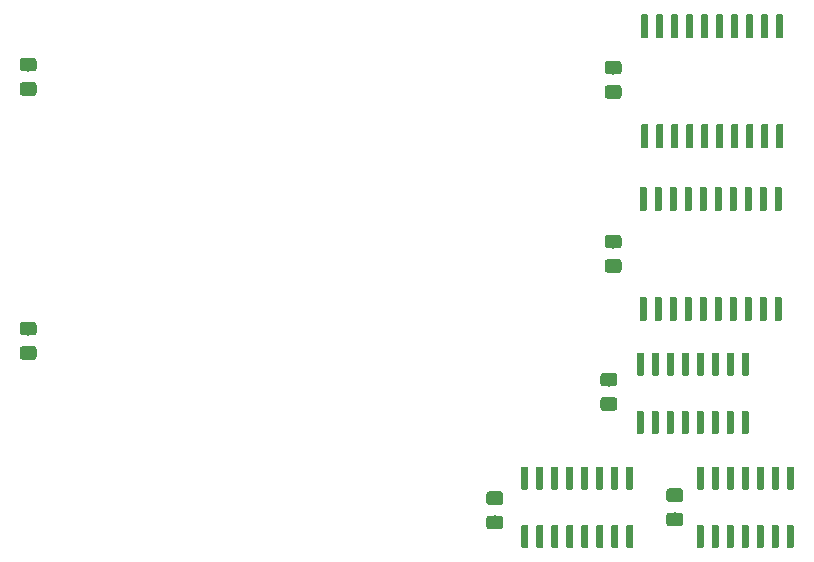
<source format=gbr>
G04 #@! TF.GenerationSoftware,KiCad,Pcbnew,(5.1.2-1)-1*
G04 #@! TF.CreationDate,2019-09-02T14:14:07+01:00*
G04 #@! TF.ProjectId,MZ80-ROMPG,4d5a3830-2d52-44f4-9d50-472e6b696361,rev?*
G04 #@! TF.SameCoordinates,Original*
G04 #@! TF.FileFunction,Paste,Top*
G04 #@! TF.FilePolarity,Positive*
%FSLAX46Y46*%
G04 Gerber Fmt 4.6, Leading zero omitted, Abs format (unit mm)*
G04 Created by KiCad (PCBNEW (5.1.2-1)-1) date 2019-09-02 14:14:07*
%MOMM*%
%LPD*%
G04 APERTURE LIST*
%ADD10C,0.100000*%
%ADD11C,0.600000*%
%ADD12C,1.150000*%
G04 APERTURE END LIST*
D10*
G36*
X167169703Y-115803722D02*
G01*
X167184264Y-115805882D01*
X167198543Y-115809459D01*
X167212403Y-115814418D01*
X167225710Y-115820712D01*
X167238336Y-115828280D01*
X167250159Y-115837048D01*
X167261066Y-115846934D01*
X167270952Y-115857841D01*
X167279720Y-115869664D01*
X167287288Y-115882290D01*
X167293582Y-115895597D01*
X167298541Y-115909457D01*
X167302118Y-115923736D01*
X167304278Y-115938297D01*
X167305000Y-115953000D01*
X167305000Y-117603000D01*
X167304278Y-117617703D01*
X167302118Y-117632264D01*
X167298541Y-117646543D01*
X167293582Y-117660403D01*
X167287288Y-117673710D01*
X167279720Y-117686336D01*
X167270952Y-117698159D01*
X167261066Y-117709066D01*
X167250159Y-117718952D01*
X167238336Y-117727720D01*
X167225710Y-117735288D01*
X167212403Y-117741582D01*
X167198543Y-117746541D01*
X167184264Y-117750118D01*
X167169703Y-117752278D01*
X167155000Y-117753000D01*
X166855000Y-117753000D01*
X166840297Y-117752278D01*
X166825736Y-117750118D01*
X166811457Y-117746541D01*
X166797597Y-117741582D01*
X166784290Y-117735288D01*
X166771664Y-117727720D01*
X166759841Y-117718952D01*
X166748934Y-117709066D01*
X166739048Y-117698159D01*
X166730280Y-117686336D01*
X166722712Y-117673710D01*
X166716418Y-117660403D01*
X166711459Y-117646543D01*
X166707882Y-117632264D01*
X166705722Y-117617703D01*
X166705000Y-117603000D01*
X166705000Y-115953000D01*
X166705722Y-115938297D01*
X166707882Y-115923736D01*
X166711459Y-115909457D01*
X166716418Y-115895597D01*
X166722712Y-115882290D01*
X166730280Y-115869664D01*
X166739048Y-115857841D01*
X166748934Y-115846934D01*
X166759841Y-115837048D01*
X166771664Y-115828280D01*
X166784290Y-115820712D01*
X166797597Y-115814418D01*
X166811457Y-115809459D01*
X166825736Y-115805882D01*
X166840297Y-115803722D01*
X166855000Y-115803000D01*
X167155000Y-115803000D01*
X167169703Y-115803722D01*
X167169703Y-115803722D01*
G37*
D11*
X167005000Y-116778000D03*
D10*
G36*
X168439703Y-115803722D02*
G01*
X168454264Y-115805882D01*
X168468543Y-115809459D01*
X168482403Y-115814418D01*
X168495710Y-115820712D01*
X168508336Y-115828280D01*
X168520159Y-115837048D01*
X168531066Y-115846934D01*
X168540952Y-115857841D01*
X168549720Y-115869664D01*
X168557288Y-115882290D01*
X168563582Y-115895597D01*
X168568541Y-115909457D01*
X168572118Y-115923736D01*
X168574278Y-115938297D01*
X168575000Y-115953000D01*
X168575000Y-117603000D01*
X168574278Y-117617703D01*
X168572118Y-117632264D01*
X168568541Y-117646543D01*
X168563582Y-117660403D01*
X168557288Y-117673710D01*
X168549720Y-117686336D01*
X168540952Y-117698159D01*
X168531066Y-117709066D01*
X168520159Y-117718952D01*
X168508336Y-117727720D01*
X168495710Y-117735288D01*
X168482403Y-117741582D01*
X168468543Y-117746541D01*
X168454264Y-117750118D01*
X168439703Y-117752278D01*
X168425000Y-117753000D01*
X168125000Y-117753000D01*
X168110297Y-117752278D01*
X168095736Y-117750118D01*
X168081457Y-117746541D01*
X168067597Y-117741582D01*
X168054290Y-117735288D01*
X168041664Y-117727720D01*
X168029841Y-117718952D01*
X168018934Y-117709066D01*
X168009048Y-117698159D01*
X168000280Y-117686336D01*
X167992712Y-117673710D01*
X167986418Y-117660403D01*
X167981459Y-117646543D01*
X167977882Y-117632264D01*
X167975722Y-117617703D01*
X167975000Y-117603000D01*
X167975000Y-115953000D01*
X167975722Y-115938297D01*
X167977882Y-115923736D01*
X167981459Y-115909457D01*
X167986418Y-115895597D01*
X167992712Y-115882290D01*
X168000280Y-115869664D01*
X168009048Y-115857841D01*
X168018934Y-115846934D01*
X168029841Y-115837048D01*
X168041664Y-115828280D01*
X168054290Y-115820712D01*
X168067597Y-115814418D01*
X168081457Y-115809459D01*
X168095736Y-115805882D01*
X168110297Y-115803722D01*
X168125000Y-115803000D01*
X168425000Y-115803000D01*
X168439703Y-115803722D01*
X168439703Y-115803722D01*
G37*
D11*
X168275000Y-116778000D03*
D10*
G36*
X169709703Y-115803722D02*
G01*
X169724264Y-115805882D01*
X169738543Y-115809459D01*
X169752403Y-115814418D01*
X169765710Y-115820712D01*
X169778336Y-115828280D01*
X169790159Y-115837048D01*
X169801066Y-115846934D01*
X169810952Y-115857841D01*
X169819720Y-115869664D01*
X169827288Y-115882290D01*
X169833582Y-115895597D01*
X169838541Y-115909457D01*
X169842118Y-115923736D01*
X169844278Y-115938297D01*
X169845000Y-115953000D01*
X169845000Y-117603000D01*
X169844278Y-117617703D01*
X169842118Y-117632264D01*
X169838541Y-117646543D01*
X169833582Y-117660403D01*
X169827288Y-117673710D01*
X169819720Y-117686336D01*
X169810952Y-117698159D01*
X169801066Y-117709066D01*
X169790159Y-117718952D01*
X169778336Y-117727720D01*
X169765710Y-117735288D01*
X169752403Y-117741582D01*
X169738543Y-117746541D01*
X169724264Y-117750118D01*
X169709703Y-117752278D01*
X169695000Y-117753000D01*
X169395000Y-117753000D01*
X169380297Y-117752278D01*
X169365736Y-117750118D01*
X169351457Y-117746541D01*
X169337597Y-117741582D01*
X169324290Y-117735288D01*
X169311664Y-117727720D01*
X169299841Y-117718952D01*
X169288934Y-117709066D01*
X169279048Y-117698159D01*
X169270280Y-117686336D01*
X169262712Y-117673710D01*
X169256418Y-117660403D01*
X169251459Y-117646543D01*
X169247882Y-117632264D01*
X169245722Y-117617703D01*
X169245000Y-117603000D01*
X169245000Y-115953000D01*
X169245722Y-115938297D01*
X169247882Y-115923736D01*
X169251459Y-115909457D01*
X169256418Y-115895597D01*
X169262712Y-115882290D01*
X169270280Y-115869664D01*
X169279048Y-115857841D01*
X169288934Y-115846934D01*
X169299841Y-115837048D01*
X169311664Y-115828280D01*
X169324290Y-115820712D01*
X169337597Y-115814418D01*
X169351457Y-115809459D01*
X169365736Y-115805882D01*
X169380297Y-115803722D01*
X169395000Y-115803000D01*
X169695000Y-115803000D01*
X169709703Y-115803722D01*
X169709703Y-115803722D01*
G37*
D11*
X169545000Y-116778000D03*
D10*
G36*
X170979703Y-115803722D02*
G01*
X170994264Y-115805882D01*
X171008543Y-115809459D01*
X171022403Y-115814418D01*
X171035710Y-115820712D01*
X171048336Y-115828280D01*
X171060159Y-115837048D01*
X171071066Y-115846934D01*
X171080952Y-115857841D01*
X171089720Y-115869664D01*
X171097288Y-115882290D01*
X171103582Y-115895597D01*
X171108541Y-115909457D01*
X171112118Y-115923736D01*
X171114278Y-115938297D01*
X171115000Y-115953000D01*
X171115000Y-117603000D01*
X171114278Y-117617703D01*
X171112118Y-117632264D01*
X171108541Y-117646543D01*
X171103582Y-117660403D01*
X171097288Y-117673710D01*
X171089720Y-117686336D01*
X171080952Y-117698159D01*
X171071066Y-117709066D01*
X171060159Y-117718952D01*
X171048336Y-117727720D01*
X171035710Y-117735288D01*
X171022403Y-117741582D01*
X171008543Y-117746541D01*
X170994264Y-117750118D01*
X170979703Y-117752278D01*
X170965000Y-117753000D01*
X170665000Y-117753000D01*
X170650297Y-117752278D01*
X170635736Y-117750118D01*
X170621457Y-117746541D01*
X170607597Y-117741582D01*
X170594290Y-117735288D01*
X170581664Y-117727720D01*
X170569841Y-117718952D01*
X170558934Y-117709066D01*
X170549048Y-117698159D01*
X170540280Y-117686336D01*
X170532712Y-117673710D01*
X170526418Y-117660403D01*
X170521459Y-117646543D01*
X170517882Y-117632264D01*
X170515722Y-117617703D01*
X170515000Y-117603000D01*
X170515000Y-115953000D01*
X170515722Y-115938297D01*
X170517882Y-115923736D01*
X170521459Y-115909457D01*
X170526418Y-115895597D01*
X170532712Y-115882290D01*
X170540280Y-115869664D01*
X170549048Y-115857841D01*
X170558934Y-115846934D01*
X170569841Y-115837048D01*
X170581664Y-115828280D01*
X170594290Y-115820712D01*
X170607597Y-115814418D01*
X170621457Y-115809459D01*
X170635736Y-115805882D01*
X170650297Y-115803722D01*
X170665000Y-115803000D01*
X170965000Y-115803000D01*
X170979703Y-115803722D01*
X170979703Y-115803722D01*
G37*
D11*
X170815000Y-116778000D03*
D10*
G36*
X172249703Y-115803722D02*
G01*
X172264264Y-115805882D01*
X172278543Y-115809459D01*
X172292403Y-115814418D01*
X172305710Y-115820712D01*
X172318336Y-115828280D01*
X172330159Y-115837048D01*
X172341066Y-115846934D01*
X172350952Y-115857841D01*
X172359720Y-115869664D01*
X172367288Y-115882290D01*
X172373582Y-115895597D01*
X172378541Y-115909457D01*
X172382118Y-115923736D01*
X172384278Y-115938297D01*
X172385000Y-115953000D01*
X172385000Y-117603000D01*
X172384278Y-117617703D01*
X172382118Y-117632264D01*
X172378541Y-117646543D01*
X172373582Y-117660403D01*
X172367288Y-117673710D01*
X172359720Y-117686336D01*
X172350952Y-117698159D01*
X172341066Y-117709066D01*
X172330159Y-117718952D01*
X172318336Y-117727720D01*
X172305710Y-117735288D01*
X172292403Y-117741582D01*
X172278543Y-117746541D01*
X172264264Y-117750118D01*
X172249703Y-117752278D01*
X172235000Y-117753000D01*
X171935000Y-117753000D01*
X171920297Y-117752278D01*
X171905736Y-117750118D01*
X171891457Y-117746541D01*
X171877597Y-117741582D01*
X171864290Y-117735288D01*
X171851664Y-117727720D01*
X171839841Y-117718952D01*
X171828934Y-117709066D01*
X171819048Y-117698159D01*
X171810280Y-117686336D01*
X171802712Y-117673710D01*
X171796418Y-117660403D01*
X171791459Y-117646543D01*
X171787882Y-117632264D01*
X171785722Y-117617703D01*
X171785000Y-117603000D01*
X171785000Y-115953000D01*
X171785722Y-115938297D01*
X171787882Y-115923736D01*
X171791459Y-115909457D01*
X171796418Y-115895597D01*
X171802712Y-115882290D01*
X171810280Y-115869664D01*
X171819048Y-115857841D01*
X171828934Y-115846934D01*
X171839841Y-115837048D01*
X171851664Y-115828280D01*
X171864290Y-115820712D01*
X171877597Y-115814418D01*
X171891457Y-115809459D01*
X171905736Y-115805882D01*
X171920297Y-115803722D01*
X171935000Y-115803000D01*
X172235000Y-115803000D01*
X172249703Y-115803722D01*
X172249703Y-115803722D01*
G37*
D11*
X172085000Y-116778000D03*
D10*
G36*
X173519703Y-115803722D02*
G01*
X173534264Y-115805882D01*
X173548543Y-115809459D01*
X173562403Y-115814418D01*
X173575710Y-115820712D01*
X173588336Y-115828280D01*
X173600159Y-115837048D01*
X173611066Y-115846934D01*
X173620952Y-115857841D01*
X173629720Y-115869664D01*
X173637288Y-115882290D01*
X173643582Y-115895597D01*
X173648541Y-115909457D01*
X173652118Y-115923736D01*
X173654278Y-115938297D01*
X173655000Y-115953000D01*
X173655000Y-117603000D01*
X173654278Y-117617703D01*
X173652118Y-117632264D01*
X173648541Y-117646543D01*
X173643582Y-117660403D01*
X173637288Y-117673710D01*
X173629720Y-117686336D01*
X173620952Y-117698159D01*
X173611066Y-117709066D01*
X173600159Y-117718952D01*
X173588336Y-117727720D01*
X173575710Y-117735288D01*
X173562403Y-117741582D01*
X173548543Y-117746541D01*
X173534264Y-117750118D01*
X173519703Y-117752278D01*
X173505000Y-117753000D01*
X173205000Y-117753000D01*
X173190297Y-117752278D01*
X173175736Y-117750118D01*
X173161457Y-117746541D01*
X173147597Y-117741582D01*
X173134290Y-117735288D01*
X173121664Y-117727720D01*
X173109841Y-117718952D01*
X173098934Y-117709066D01*
X173089048Y-117698159D01*
X173080280Y-117686336D01*
X173072712Y-117673710D01*
X173066418Y-117660403D01*
X173061459Y-117646543D01*
X173057882Y-117632264D01*
X173055722Y-117617703D01*
X173055000Y-117603000D01*
X173055000Y-115953000D01*
X173055722Y-115938297D01*
X173057882Y-115923736D01*
X173061459Y-115909457D01*
X173066418Y-115895597D01*
X173072712Y-115882290D01*
X173080280Y-115869664D01*
X173089048Y-115857841D01*
X173098934Y-115846934D01*
X173109841Y-115837048D01*
X173121664Y-115828280D01*
X173134290Y-115820712D01*
X173147597Y-115814418D01*
X173161457Y-115809459D01*
X173175736Y-115805882D01*
X173190297Y-115803722D01*
X173205000Y-115803000D01*
X173505000Y-115803000D01*
X173519703Y-115803722D01*
X173519703Y-115803722D01*
G37*
D11*
X173355000Y-116778000D03*
D10*
G36*
X174789703Y-115803722D02*
G01*
X174804264Y-115805882D01*
X174818543Y-115809459D01*
X174832403Y-115814418D01*
X174845710Y-115820712D01*
X174858336Y-115828280D01*
X174870159Y-115837048D01*
X174881066Y-115846934D01*
X174890952Y-115857841D01*
X174899720Y-115869664D01*
X174907288Y-115882290D01*
X174913582Y-115895597D01*
X174918541Y-115909457D01*
X174922118Y-115923736D01*
X174924278Y-115938297D01*
X174925000Y-115953000D01*
X174925000Y-117603000D01*
X174924278Y-117617703D01*
X174922118Y-117632264D01*
X174918541Y-117646543D01*
X174913582Y-117660403D01*
X174907288Y-117673710D01*
X174899720Y-117686336D01*
X174890952Y-117698159D01*
X174881066Y-117709066D01*
X174870159Y-117718952D01*
X174858336Y-117727720D01*
X174845710Y-117735288D01*
X174832403Y-117741582D01*
X174818543Y-117746541D01*
X174804264Y-117750118D01*
X174789703Y-117752278D01*
X174775000Y-117753000D01*
X174475000Y-117753000D01*
X174460297Y-117752278D01*
X174445736Y-117750118D01*
X174431457Y-117746541D01*
X174417597Y-117741582D01*
X174404290Y-117735288D01*
X174391664Y-117727720D01*
X174379841Y-117718952D01*
X174368934Y-117709066D01*
X174359048Y-117698159D01*
X174350280Y-117686336D01*
X174342712Y-117673710D01*
X174336418Y-117660403D01*
X174331459Y-117646543D01*
X174327882Y-117632264D01*
X174325722Y-117617703D01*
X174325000Y-117603000D01*
X174325000Y-115953000D01*
X174325722Y-115938297D01*
X174327882Y-115923736D01*
X174331459Y-115909457D01*
X174336418Y-115895597D01*
X174342712Y-115882290D01*
X174350280Y-115869664D01*
X174359048Y-115857841D01*
X174368934Y-115846934D01*
X174379841Y-115837048D01*
X174391664Y-115828280D01*
X174404290Y-115820712D01*
X174417597Y-115814418D01*
X174431457Y-115809459D01*
X174445736Y-115805882D01*
X174460297Y-115803722D01*
X174475000Y-115803000D01*
X174775000Y-115803000D01*
X174789703Y-115803722D01*
X174789703Y-115803722D01*
G37*
D11*
X174625000Y-116778000D03*
D10*
G36*
X176059703Y-115803722D02*
G01*
X176074264Y-115805882D01*
X176088543Y-115809459D01*
X176102403Y-115814418D01*
X176115710Y-115820712D01*
X176128336Y-115828280D01*
X176140159Y-115837048D01*
X176151066Y-115846934D01*
X176160952Y-115857841D01*
X176169720Y-115869664D01*
X176177288Y-115882290D01*
X176183582Y-115895597D01*
X176188541Y-115909457D01*
X176192118Y-115923736D01*
X176194278Y-115938297D01*
X176195000Y-115953000D01*
X176195000Y-117603000D01*
X176194278Y-117617703D01*
X176192118Y-117632264D01*
X176188541Y-117646543D01*
X176183582Y-117660403D01*
X176177288Y-117673710D01*
X176169720Y-117686336D01*
X176160952Y-117698159D01*
X176151066Y-117709066D01*
X176140159Y-117718952D01*
X176128336Y-117727720D01*
X176115710Y-117735288D01*
X176102403Y-117741582D01*
X176088543Y-117746541D01*
X176074264Y-117750118D01*
X176059703Y-117752278D01*
X176045000Y-117753000D01*
X175745000Y-117753000D01*
X175730297Y-117752278D01*
X175715736Y-117750118D01*
X175701457Y-117746541D01*
X175687597Y-117741582D01*
X175674290Y-117735288D01*
X175661664Y-117727720D01*
X175649841Y-117718952D01*
X175638934Y-117709066D01*
X175629048Y-117698159D01*
X175620280Y-117686336D01*
X175612712Y-117673710D01*
X175606418Y-117660403D01*
X175601459Y-117646543D01*
X175597882Y-117632264D01*
X175595722Y-117617703D01*
X175595000Y-117603000D01*
X175595000Y-115953000D01*
X175595722Y-115938297D01*
X175597882Y-115923736D01*
X175601459Y-115909457D01*
X175606418Y-115895597D01*
X175612712Y-115882290D01*
X175620280Y-115869664D01*
X175629048Y-115857841D01*
X175638934Y-115846934D01*
X175649841Y-115837048D01*
X175661664Y-115828280D01*
X175674290Y-115820712D01*
X175687597Y-115814418D01*
X175701457Y-115809459D01*
X175715736Y-115805882D01*
X175730297Y-115803722D01*
X175745000Y-115803000D01*
X176045000Y-115803000D01*
X176059703Y-115803722D01*
X176059703Y-115803722D01*
G37*
D11*
X175895000Y-116778000D03*
D10*
G36*
X176059703Y-120753722D02*
G01*
X176074264Y-120755882D01*
X176088543Y-120759459D01*
X176102403Y-120764418D01*
X176115710Y-120770712D01*
X176128336Y-120778280D01*
X176140159Y-120787048D01*
X176151066Y-120796934D01*
X176160952Y-120807841D01*
X176169720Y-120819664D01*
X176177288Y-120832290D01*
X176183582Y-120845597D01*
X176188541Y-120859457D01*
X176192118Y-120873736D01*
X176194278Y-120888297D01*
X176195000Y-120903000D01*
X176195000Y-122553000D01*
X176194278Y-122567703D01*
X176192118Y-122582264D01*
X176188541Y-122596543D01*
X176183582Y-122610403D01*
X176177288Y-122623710D01*
X176169720Y-122636336D01*
X176160952Y-122648159D01*
X176151066Y-122659066D01*
X176140159Y-122668952D01*
X176128336Y-122677720D01*
X176115710Y-122685288D01*
X176102403Y-122691582D01*
X176088543Y-122696541D01*
X176074264Y-122700118D01*
X176059703Y-122702278D01*
X176045000Y-122703000D01*
X175745000Y-122703000D01*
X175730297Y-122702278D01*
X175715736Y-122700118D01*
X175701457Y-122696541D01*
X175687597Y-122691582D01*
X175674290Y-122685288D01*
X175661664Y-122677720D01*
X175649841Y-122668952D01*
X175638934Y-122659066D01*
X175629048Y-122648159D01*
X175620280Y-122636336D01*
X175612712Y-122623710D01*
X175606418Y-122610403D01*
X175601459Y-122596543D01*
X175597882Y-122582264D01*
X175595722Y-122567703D01*
X175595000Y-122553000D01*
X175595000Y-120903000D01*
X175595722Y-120888297D01*
X175597882Y-120873736D01*
X175601459Y-120859457D01*
X175606418Y-120845597D01*
X175612712Y-120832290D01*
X175620280Y-120819664D01*
X175629048Y-120807841D01*
X175638934Y-120796934D01*
X175649841Y-120787048D01*
X175661664Y-120778280D01*
X175674290Y-120770712D01*
X175687597Y-120764418D01*
X175701457Y-120759459D01*
X175715736Y-120755882D01*
X175730297Y-120753722D01*
X175745000Y-120753000D01*
X176045000Y-120753000D01*
X176059703Y-120753722D01*
X176059703Y-120753722D01*
G37*
D11*
X175895000Y-121728000D03*
D10*
G36*
X174789703Y-120753722D02*
G01*
X174804264Y-120755882D01*
X174818543Y-120759459D01*
X174832403Y-120764418D01*
X174845710Y-120770712D01*
X174858336Y-120778280D01*
X174870159Y-120787048D01*
X174881066Y-120796934D01*
X174890952Y-120807841D01*
X174899720Y-120819664D01*
X174907288Y-120832290D01*
X174913582Y-120845597D01*
X174918541Y-120859457D01*
X174922118Y-120873736D01*
X174924278Y-120888297D01*
X174925000Y-120903000D01*
X174925000Y-122553000D01*
X174924278Y-122567703D01*
X174922118Y-122582264D01*
X174918541Y-122596543D01*
X174913582Y-122610403D01*
X174907288Y-122623710D01*
X174899720Y-122636336D01*
X174890952Y-122648159D01*
X174881066Y-122659066D01*
X174870159Y-122668952D01*
X174858336Y-122677720D01*
X174845710Y-122685288D01*
X174832403Y-122691582D01*
X174818543Y-122696541D01*
X174804264Y-122700118D01*
X174789703Y-122702278D01*
X174775000Y-122703000D01*
X174475000Y-122703000D01*
X174460297Y-122702278D01*
X174445736Y-122700118D01*
X174431457Y-122696541D01*
X174417597Y-122691582D01*
X174404290Y-122685288D01*
X174391664Y-122677720D01*
X174379841Y-122668952D01*
X174368934Y-122659066D01*
X174359048Y-122648159D01*
X174350280Y-122636336D01*
X174342712Y-122623710D01*
X174336418Y-122610403D01*
X174331459Y-122596543D01*
X174327882Y-122582264D01*
X174325722Y-122567703D01*
X174325000Y-122553000D01*
X174325000Y-120903000D01*
X174325722Y-120888297D01*
X174327882Y-120873736D01*
X174331459Y-120859457D01*
X174336418Y-120845597D01*
X174342712Y-120832290D01*
X174350280Y-120819664D01*
X174359048Y-120807841D01*
X174368934Y-120796934D01*
X174379841Y-120787048D01*
X174391664Y-120778280D01*
X174404290Y-120770712D01*
X174417597Y-120764418D01*
X174431457Y-120759459D01*
X174445736Y-120755882D01*
X174460297Y-120753722D01*
X174475000Y-120753000D01*
X174775000Y-120753000D01*
X174789703Y-120753722D01*
X174789703Y-120753722D01*
G37*
D11*
X174625000Y-121728000D03*
D10*
G36*
X173519703Y-120753722D02*
G01*
X173534264Y-120755882D01*
X173548543Y-120759459D01*
X173562403Y-120764418D01*
X173575710Y-120770712D01*
X173588336Y-120778280D01*
X173600159Y-120787048D01*
X173611066Y-120796934D01*
X173620952Y-120807841D01*
X173629720Y-120819664D01*
X173637288Y-120832290D01*
X173643582Y-120845597D01*
X173648541Y-120859457D01*
X173652118Y-120873736D01*
X173654278Y-120888297D01*
X173655000Y-120903000D01*
X173655000Y-122553000D01*
X173654278Y-122567703D01*
X173652118Y-122582264D01*
X173648541Y-122596543D01*
X173643582Y-122610403D01*
X173637288Y-122623710D01*
X173629720Y-122636336D01*
X173620952Y-122648159D01*
X173611066Y-122659066D01*
X173600159Y-122668952D01*
X173588336Y-122677720D01*
X173575710Y-122685288D01*
X173562403Y-122691582D01*
X173548543Y-122696541D01*
X173534264Y-122700118D01*
X173519703Y-122702278D01*
X173505000Y-122703000D01*
X173205000Y-122703000D01*
X173190297Y-122702278D01*
X173175736Y-122700118D01*
X173161457Y-122696541D01*
X173147597Y-122691582D01*
X173134290Y-122685288D01*
X173121664Y-122677720D01*
X173109841Y-122668952D01*
X173098934Y-122659066D01*
X173089048Y-122648159D01*
X173080280Y-122636336D01*
X173072712Y-122623710D01*
X173066418Y-122610403D01*
X173061459Y-122596543D01*
X173057882Y-122582264D01*
X173055722Y-122567703D01*
X173055000Y-122553000D01*
X173055000Y-120903000D01*
X173055722Y-120888297D01*
X173057882Y-120873736D01*
X173061459Y-120859457D01*
X173066418Y-120845597D01*
X173072712Y-120832290D01*
X173080280Y-120819664D01*
X173089048Y-120807841D01*
X173098934Y-120796934D01*
X173109841Y-120787048D01*
X173121664Y-120778280D01*
X173134290Y-120770712D01*
X173147597Y-120764418D01*
X173161457Y-120759459D01*
X173175736Y-120755882D01*
X173190297Y-120753722D01*
X173205000Y-120753000D01*
X173505000Y-120753000D01*
X173519703Y-120753722D01*
X173519703Y-120753722D01*
G37*
D11*
X173355000Y-121728000D03*
D10*
G36*
X172249703Y-120753722D02*
G01*
X172264264Y-120755882D01*
X172278543Y-120759459D01*
X172292403Y-120764418D01*
X172305710Y-120770712D01*
X172318336Y-120778280D01*
X172330159Y-120787048D01*
X172341066Y-120796934D01*
X172350952Y-120807841D01*
X172359720Y-120819664D01*
X172367288Y-120832290D01*
X172373582Y-120845597D01*
X172378541Y-120859457D01*
X172382118Y-120873736D01*
X172384278Y-120888297D01*
X172385000Y-120903000D01*
X172385000Y-122553000D01*
X172384278Y-122567703D01*
X172382118Y-122582264D01*
X172378541Y-122596543D01*
X172373582Y-122610403D01*
X172367288Y-122623710D01*
X172359720Y-122636336D01*
X172350952Y-122648159D01*
X172341066Y-122659066D01*
X172330159Y-122668952D01*
X172318336Y-122677720D01*
X172305710Y-122685288D01*
X172292403Y-122691582D01*
X172278543Y-122696541D01*
X172264264Y-122700118D01*
X172249703Y-122702278D01*
X172235000Y-122703000D01*
X171935000Y-122703000D01*
X171920297Y-122702278D01*
X171905736Y-122700118D01*
X171891457Y-122696541D01*
X171877597Y-122691582D01*
X171864290Y-122685288D01*
X171851664Y-122677720D01*
X171839841Y-122668952D01*
X171828934Y-122659066D01*
X171819048Y-122648159D01*
X171810280Y-122636336D01*
X171802712Y-122623710D01*
X171796418Y-122610403D01*
X171791459Y-122596543D01*
X171787882Y-122582264D01*
X171785722Y-122567703D01*
X171785000Y-122553000D01*
X171785000Y-120903000D01*
X171785722Y-120888297D01*
X171787882Y-120873736D01*
X171791459Y-120859457D01*
X171796418Y-120845597D01*
X171802712Y-120832290D01*
X171810280Y-120819664D01*
X171819048Y-120807841D01*
X171828934Y-120796934D01*
X171839841Y-120787048D01*
X171851664Y-120778280D01*
X171864290Y-120770712D01*
X171877597Y-120764418D01*
X171891457Y-120759459D01*
X171905736Y-120755882D01*
X171920297Y-120753722D01*
X171935000Y-120753000D01*
X172235000Y-120753000D01*
X172249703Y-120753722D01*
X172249703Y-120753722D01*
G37*
D11*
X172085000Y-121728000D03*
D10*
G36*
X170979703Y-120753722D02*
G01*
X170994264Y-120755882D01*
X171008543Y-120759459D01*
X171022403Y-120764418D01*
X171035710Y-120770712D01*
X171048336Y-120778280D01*
X171060159Y-120787048D01*
X171071066Y-120796934D01*
X171080952Y-120807841D01*
X171089720Y-120819664D01*
X171097288Y-120832290D01*
X171103582Y-120845597D01*
X171108541Y-120859457D01*
X171112118Y-120873736D01*
X171114278Y-120888297D01*
X171115000Y-120903000D01*
X171115000Y-122553000D01*
X171114278Y-122567703D01*
X171112118Y-122582264D01*
X171108541Y-122596543D01*
X171103582Y-122610403D01*
X171097288Y-122623710D01*
X171089720Y-122636336D01*
X171080952Y-122648159D01*
X171071066Y-122659066D01*
X171060159Y-122668952D01*
X171048336Y-122677720D01*
X171035710Y-122685288D01*
X171022403Y-122691582D01*
X171008543Y-122696541D01*
X170994264Y-122700118D01*
X170979703Y-122702278D01*
X170965000Y-122703000D01*
X170665000Y-122703000D01*
X170650297Y-122702278D01*
X170635736Y-122700118D01*
X170621457Y-122696541D01*
X170607597Y-122691582D01*
X170594290Y-122685288D01*
X170581664Y-122677720D01*
X170569841Y-122668952D01*
X170558934Y-122659066D01*
X170549048Y-122648159D01*
X170540280Y-122636336D01*
X170532712Y-122623710D01*
X170526418Y-122610403D01*
X170521459Y-122596543D01*
X170517882Y-122582264D01*
X170515722Y-122567703D01*
X170515000Y-122553000D01*
X170515000Y-120903000D01*
X170515722Y-120888297D01*
X170517882Y-120873736D01*
X170521459Y-120859457D01*
X170526418Y-120845597D01*
X170532712Y-120832290D01*
X170540280Y-120819664D01*
X170549048Y-120807841D01*
X170558934Y-120796934D01*
X170569841Y-120787048D01*
X170581664Y-120778280D01*
X170594290Y-120770712D01*
X170607597Y-120764418D01*
X170621457Y-120759459D01*
X170635736Y-120755882D01*
X170650297Y-120753722D01*
X170665000Y-120753000D01*
X170965000Y-120753000D01*
X170979703Y-120753722D01*
X170979703Y-120753722D01*
G37*
D11*
X170815000Y-121728000D03*
D10*
G36*
X169709703Y-120753722D02*
G01*
X169724264Y-120755882D01*
X169738543Y-120759459D01*
X169752403Y-120764418D01*
X169765710Y-120770712D01*
X169778336Y-120778280D01*
X169790159Y-120787048D01*
X169801066Y-120796934D01*
X169810952Y-120807841D01*
X169819720Y-120819664D01*
X169827288Y-120832290D01*
X169833582Y-120845597D01*
X169838541Y-120859457D01*
X169842118Y-120873736D01*
X169844278Y-120888297D01*
X169845000Y-120903000D01*
X169845000Y-122553000D01*
X169844278Y-122567703D01*
X169842118Y-122582264D01*
X169838541Y-122596543D01*
X169833582Y-122610403D01*
X169827288Y-122623710D01*
X169819720Y-122636336D01*
X169810952Y-122648159D01*
X169801066Y-122659066D01*
X169790159Y-122668952D01*
X169778336Y-122677720D01*
X169765710Y-122685288D01*
X169752403Y-122691582D01*
X169738543Y-122696541D01*
X169724264Y-122700118D01*
X169709703Y-122702278D01*
X169695000Y-122703000D01*
X169395000Y-122703000D01*
X169380297Y-122702278D01*
X169365736Y-122700118D01*
X169351457Y-122696541D01*
X169337597Y-122691582D01*
X169324290Y-122685288D01*
X169311664Y-122677720D01*
X169299841Y-122668952D01*
X169288934Y-122659066D01*
X169279048Y-122648159D01*
X169270280Y-122636336D01*
X169262712Y-122623710D01*
X169256418Y-122610403D01*
X169251459Y-122596543D01*
X169247882Y-122582264D01*
X169245722Y-122567703D01*
X169245000Y-122553000D01*
X169245000Y-120903000D01*
X169245722Y-120888297D01*
X169247882Y-120873736D01*
X169251459Y-120859457D01*
X169256418Y-120845597D01*
X169262712Y-120832290D01*
X169270280Y-120819664D01*
X169279048Y-120807841D01*
X169288934Y-120796934D01*
X169299841Y-120787048D01*
X169311664Y-120778280D01*
X169324290Y-120770712D01*
X169337597Y-120764418D01*
X169351457Y-120759459D01*
X169365736Y-120755882D01*
X169380297Y-120753722D01*
X169395000Y-120753000D01*
X169695000Y-120753000D01*
X169709703Y-120753722D01*
X169709703Y-120753722D01*
G37*
D11*
X169545000Y-121728000D03*
D10*
G36*
X168439703Y-120753722D02*
G01*
X168454264Y-120755882D01*
X168468543Y-120759459D01*
X168482403Y-120764418D01*
X168495710Y-120770712D01*
X168508336Y-120778280D01*
X168520159Y-120787048D01*
X168531066Y-120796934D01*
X168540952Y-120807841D01*
X168549720Y-120819664D01*
X168557288Y-120832290D01*
X168563582Y-120845597D01*
X168568541Y-120859457D01*
X168572118Y-120873736D01*
X168574278Y-120888297D01*
X168575000Y-120903000D01*
X168575000Y-122553000D01*
X168574278Y-122567703D01*
X168572118Y-122582264D01*
X168568541Y-122596543D01*
X168563582Y-122610403D01*
X168557288Y-122623710D01*
X168549720Y-122636336D01*
X168540952Y-122648159D01*
X168531066Y-122659066D01*
X168520159Y-122668952D01*
X168508336Y-122677720D01*
X168495710Y-122685288D01*
X168482403Y-122691582D01*
X168468543Y-122696541D01*
X168454264Y-122700118D01*
X168439703Y-122702278D01*
X168425000Y-122703000D01*
X168125000Y-122703000D01*
X168110297Y-122702278D01*
X168095736Y-122700118D01*
X168081457Y-122696541D01*
X168067597Y-122691582D01*
X168054290Y-122685288D01*
X168041664Y-122677720D01*
X168029841Y-122668952D01*
X168018934Y-122659066D01*
X168009048Y-122648159D01*
X168000280Y-122636336D01*
X167992712Y-122623710D01*
X167986418Y-122610403D01*
X167981459Y-122596543D01*
X167977882Y-122582264D01*
X167975722Y-122567703D01*
X167975000Y-122553000D01*
X167975000Y-120903000D01*
X167975722Y-120888297D01*
X167977882Y-120873736D01*
X167981459Y-120859457D01*
X167986418Y-120845597D01*
X167992712Y-120832290D01*
X168000280Y-120819664D01*
X168009048Y-120807841D01*
X168018934Y-120796934D01*
X168029841Y-120787048D01*
X168041664Y-120778280D01*
X168054290Y-120770712D01*
X168067597Y-120764418D01*
X168081457Y-120759459D01*
X168095736Y-120755882D01*
X168110297Y-120753722D01*
X168125000Y-120753000D01*
X168425000Y-120753000D01*
X168439703Y-120753722D01*
X168439703Y-120753722D01*
G37*
D11*
X168275000Y-121728000D03*
D10*
G36*
X167169703Y-120753722D02*
G01*
X167184264Y-120755882D01*
X167198543Y-120759459D01*
X167212403Y-120764418D01*
X167225710Y-120770712D01*
X167238336Y-120778280D01*
X167250159Y-120787048D01*
X167261066Y-120796934D01*
X167270952Y-120807841D01*
X167279720Y-120819664D01*
X167287288Y-120832290D01*
X167293582Y-120845597D01*
X167298541Y-120859457D01*
X167302118Y-120873736D01*
X167304278Y-120888297D01*
X167305000Y-120903000D01*
X167305000Y-122553000D01*
X167304278Y-122567703D01*
X167302118Y-122582264D01*
X167298541Y-122596543D01*
X167293582Y-122610403D01*
X167287288Y-122623710D01*
X167279720Y-122636336D01*
X167270952Y-122648159D01*
X167261066Y-122659066D01*
X167250159Y-122668952D01*
X167238336Y-122677720D01*
X167225710Y-122685288D01*
X167212403Y-122691582D01*
X167198543Y-122696541D01*
X167184264Y-122700118D01*
X167169703Y-122702278D01*
X167155000Y-122703000D01*
X166855000Y-122703000D01*
X166840297Y-122702278D01*
X166825736Y-122700118D01*
X166811457Y-122696541D01*
X166797597Y-122691582D01*
X166784290Y-122685288D01*
X166771664Y-122677720D01*
X166759841Y-122668952D01*
X166748934Y-122659066D01*
X166739048Y-122648159D01*
X166730280Y-122636336D01*
X166722712Y-122623710D01*
X166716418Y-122610403D01*
X166711459Y-122596543D01*
X166707882Y-122582264D01*
X166705722Y-122567703D01*
X166705000Y-122553000D01*
X166705000Y-120903000D01*
X166705722Y-120888297D01*
X166707882Y-120873736D01*
X166711459Y-120859457D01*
X166716418Y-120845597D01*
X166722712Y-120832290D01*
X166730280Y-120819664D01*
X166739048Y-120807841D01*
X166748934Y-120796934D01*
X166759841Y-120787048D01*
X166771664Y-120778280D01*
X166784290Y-120770712D01*
X166797597Y-120764418D01*
X166811457Y-120759459D01*
X166825736Y-120755882D01*
X166840297Y-120753722D01*
X166855000Y-120753000D01*
X167155000Y-120753000D01*
X167169703Y-120753722D01*
X167169703Y-120753722D01*
G37*
D11*
X167005000Y-121728000D03*
D10*
G36*
X177329703Y-77510722D02*
G01*
X177344264Y-77512882D01*
X177358543Y-77516459D01*
X177372403Y-77521418D01*
X177385710Y-77527712D01*
X177398336Y-77535280D01*
X177410159Y-77544048D01*
X177421066Y-77553934D01*
X177430952Y-77564841D01*
X177439720Y-77576664D01*
X177447288Y-77589290D01*
X177453582Y-77602597D01*
X177458541Y-77616457D01*
X177462118Y-77630736D01*
X177464278Y-77645297D01*
X177465000Y-77660000D01*
X177465000Y-79410000D01*
X177464278Y-79424703D01*
X177462118Y-79439264D01*
X177458541Y-79453543D01*
X177453582Y-79467403D01*
X177447288Y-79480710D01*
X177439720Y-79493336D01*
X177430952Y-79505159D01*
X177421066Y-79516066D01*
X177410159Y-79525952D01*
X177398336Y-79534720D01*
X177385710Y-79542288D01*
X177372403Y-79548582D01*
X177358543Y-79553541D01*
X177344264Y-79557118D01*
X177329703Y-79559278D01*
X177315000Y-79560000D01*
X177015000Y-79560000D01*
X177000297Y-79559278D01*
X176985736Y-79557118D01*
X176971457Y-79553541D01*
X176957597Y-79548582D01*
X176944290Y-79542288D01*
X176931664Y-79534720D01*
X176919841Y-79525952D01*
X176908934Y-79516066D01*
X176899048Y-79505159D01*
X176890280Y-79493336D01*
X176882712Y-79480710D01*
X176876418Y-79467403D01*
X176871459Y-79453543D01*
X176867882Y-79439264D01*
X176865722Y-79424703D01*
X176865000Y-79410000D01*
X176865000Y-77660000D01*
X176865722Y-77645297D01*
X176867882Y-77630736D01*
X176871459Y-77616457D01*
X176876418Y-77602597D01*
X176882712Y-77589290D01*
X176890280Y-77576664D01*
X176899048Y-77564841D01*
X176908934Y-77553934D01*
X176919841Y-77544048D01*
X176931664Y-77535280D01*
X176944290Y-77527712D01*
X176957597Y-77521418D01*
X176971457Y-77516459D01*
X176985736Y-77512882D01*
X177000297Y-77510722D01*
X177015000Y-77510000D01*
X177315000Y-77510000D01*
X177329703Y-77510722D01*
X177329703Y-77510722D01*
G37*
D11*
X177165000Y-78535000D03*
D10*
G36*
X178599703Y-77510722D02*
G01*
X178614264Y-77512882D01*
X178628543Y-77516459D01*
X178642403Y-77521418D01*
X178655710Y-77527712D01*
X178668336Y-77535280D01*
X178680159Y-77544048D01*
X178691066Y-77553934D01*
X178700952Y-77564841D01*
X178709720Y-77576664D01*
X178717288Y-77589290D01*
X178723582Y-77602597D01*
X178728541Y-77616457D01*
X178732118Y-77630736D01*
X178734278Y-77645297D01*
X178735000Y-77660000D01*
X178735000Y-79410000D01*
X178734278Y-79424703D01*
X178732118Y-79439264D01*
X178728541Y-79453543D01*
X178723582Y-79467403D01*
X178717288Y-79480710D01*
X178709720Y-79493336D01*
X178700952Y-79505159D01*
X178691066Y-79516066D01*
X178680159Y-79525952D01*
X178668336Y-79534720D01*
X178655710Y-79542288D01*
X178642403Y-79548582D01*
X178628543Y-79553541D01*
X178614264Y-79557118D01*
X178599703Y-79559278D01*
X178585000Y-79560000D01*
X178285000Y-79560000D01*
X178270297Y-79559278D01*
X178255736Y-79557118D01*
X178241457Y-79553541D01*
X178227597Y-79548582D01*
X178214290Y-79542288D01*
X178201664Y-79534720D01*
X178189841Y-79525952D01*
X178178934Y-79516066D01*
X178169048Y-79505159D01*
X178160280Y-79493336D01*
X178152712Y-79480710D01*
X178146418Y-79467403D01*
X178141459Y-79453543D01*
X178137882Y-79439264D01*
X178135722Y-79424703D01*
X178135000Y-79410000D01*
X178135000Y-77660000D01*
X178135722Y-77645297D01*
X178137882Y-77630736D01*
X178141459Y-77616457D01*
X178146418Y-77602597D01*
X178152712Y-77589290D01*
X178160280Y-77576664D01*
X178169048Y-77564841D01*
X178178934Y-77553934D01*
X178189841Y-77544048D01*
X178201664Y-77535280D01*
X178214290Y-77527712D01*
X178227597Y-77521418D01*
X178241457Y-77516459D01*
X178255736Y-77512882D01*
X178270297Y-77510722D01*
X178285000Y-77510000D01*
X178585000Y-77510000D01*
X178599703Y-77510722D01*
X178599703Y-77510722D01*
G37*
D11*
X178435000Y-78535000D03*
D10*
G36*
X179869703Y-77510722D02*
G01*
X179884264Y-77512882D01*
X179898543Y-77516459D01*
X179912403Y-77521418D01*
X179925710Y-77527712D01*
X179938336Y-77535280D01*
X179950159Y-77544048D01*
X179961066Y-77553934D01*
X179970952Y-77564841D01*
X179979720Y-77576664D01*
X179987288Y-77589290D01*
X179993582Y-77602597D01*
X179998541Y-77616457D01*
X180002118Y-77630736D01*
X180004278Y-77645297D01*
X180005000Y-77660000D01*
X180005000Y-79410000D01*
X180004278Y-79424703D01*
X180002118Y-79439264D01*
X179998541Y-79453543D01*
X179993582Y-79467403D01*
X179987288Y-79480710D01*
X179979720Y-79493336D01*
X179970952Y-79505159D01*
X179961066Y-79516066D01*
X179950159Y-79525952D01*
X179938336Y-79534720D01*
X179925710Y-79542288D01*
X179912403Y-79548582D01*
X179898543Y-79553541D01*
X179884264Y-79557118D01*
X179869703Y-79559278D01*
X179855000Y-79560000D01*
X179555000Y-79560000D01*
X179540297Y-79559278D01*
X179525736Y-79557118D01*
X179511457Y-79553541D01*
X179497597Y-79548582D01*
X179484290Y-79542288D01*
X179471664Y-79534720D01*
X179459841Y-79525952D01*
X179448934Y-79516066D01*
X179439048Y-79505159D01*
X179430280Y-79493336D01*
X179422712Y-79480710D01*
X179416418Y-79467403D01*
X179411459Y-79453543D01*
X179407882Y-79439264D01*
X179405722Y-79424703D01*
X179405000Y-79410000D01*
X179405000Y-77660000D01*
X179405722Y-77645297D01*
X179407882Y-77630736D01*
X179411459Y-77616457D01*
X179416418Y-77602597D01*
X179422712Y-77589290D01*
X179430280Y-77576664D01*
X179439048Y-77564841D01*
X179448934Y-77553934D01*
X179459841Y-77544048D01*
X179471664Y-77535280D01*
X179484290Y-77527712D01*
X179497597Y-77521418D01*
X179511457Y-77516459D01*
X179525736Y-77512882D01*
X179540297Y-77510722D01*
X179555000Y-77510000D01*
X179855000Y-77510000D01*
X179869703Y-77510722D01*
X179869703Y-77510722D01*
G37*
D11*
X179705000Y-78535000D03*
D10*
G36*
X181139703Y-77510722D02*
G01*
X181154264Y-77512882D01*
X181168543Y-77516459D01*
X181182403Y-77521418D01*
X181195710Y-77527712D01*
X181208336Y-77535280D01*
X181220159Y-77544048D01*
X181231066Y-77553934D01*
X181240952Y-77564841D01*
X181249720Y-77576664D01*
X181257288Y-77589290D01*
X181263582Y-77602597D01*
X181268541Y-77616457D01*
X181272118Y-77630736D01*
X181274278Y-77645297D01*
X181275000Y-77660000D01*
X181275000Y-79410000D01*
X181274278Y-79424703D01*
X181272118Y-79439264D01*
X181268541Y-79453543D01*
X181263582Y-79467403D01*
X181257288Y-79480710D01*
X181249720Y-79493336D01*
X181240952Y-79505159D01*
X181231066Y-79516066D01*
X181220159Y-79525952D01*
X181208336Y-79534720D01*
X181195710Y-79542288D01*
X181182403Y-79548582D01*
X181168543Y-79553541D01*
X181154264Y-79557118D01*
X181139703Y-79559278D01*
X181125000Y-79560000D01*
X180825000Y-79560000D01*
X180810297Y-79559278D01*
X180795736Y-79557118D01*
X180781457Y-79553541D01*
X180767597Y-79548582D01*
X180754290Y-79542288D01*
X180741664Y-79534720D01*
X180729841Y-79525952D01*
X180718934Y-79516066D01*
X180709048Y-79505159D01*
X180700280Y-79493336D01*
X180692712Y-79480710D01*
X180686418Y-79467403D01*
X180681459Y-79453543D01*
X180677882Y-79439264D01*
X180675722Y-79424703D01*
X180675000Y-79410000D01*
X180675000Y-77660000D01*
X180675722Y-77645297D01*
X180677882Y-77630736D01*
X180681459Y-77616457D01*
X180686418Y-77602597D01*
X180692712Y-77589290D01*
X180700280Y-77576664D01*
X180709048Y-77564841D01*
X180718934Y-77553934D01*
X180729841Y-77544048D01*
X180741664Y-77535280D01*
X180754290Y-77527712D01*
X180767597Y-77521418D01*
X180781457Y-77516459D01*
X180795736Y-77512882D01*
X180810297Y-77510722D01*
X180825000Y-77510000D01*
X181125000Y-77510000D01*
X181139703Y-77510722D01*
X181139703Y-77510722D01*
G37*
D11*
X180975000Y-78535000D03*
D10*
G36*
X182409703Y-77510722D02*
G01*
X182424264Y-77512882D01*
X182438543Y-77516459D01*
X182452403Y-77521418D01*
X182465710Y-77527712D01*
X182478336Y-77535280D01*
X182490159Y-77544048D01*
X182501066Y-77553934D01*
X182510952Y-77564841D01*
X182519720Y-77576664D01*
X182527288Y-77589290D01*
X182533582Y-77602597D01*
X182538541Y-77616457D01*
X182542118Y-77630736D01*
X182544278Y-77645297D01*
X182545000Y-77660000D01*
X182545000Y-79410000D01*
X182544278Y-79424703D01*
X182542118Y-79439264D01*
X182538541Y-79453543D01*
X182533582Y-79467403D01*
X182527288Y-79480710D01*
X182519720Y-79493336D01*
X182510952Y-79505159D01*
X182501066Y-79516066D01*
X182490159Y-79525952D01*
X182478336Y-79534720D01*
X182465710Y-79542288D01*
X182452403Y-79548582D01*
X182438543Y-79553541D01*
X182424264Y-79557118D01*
X182409703Y-79559278D01*
X182395000Y-79560000D01*
X182095000Y-79560000D01*
X182080297Y-79559278D01*
X182065736Y-79557118D01*
X182051457Y-79553541D01*
X182037597Y-79548582D01*
X182024290Y-79542288D01*
X182011664Y-79534720D01*
X181999841Y-79525952D01*
X181988934Y-79516066D01*
X181979048Y-79505159D01*
X181970280Y-79493336D01*
X181962712Y-79480710D01*
X181956418Y-79467403D01*
X181951459Y-79453543D01*
X181947882Y-79439264D01*
X181945722Y-79424703D01*
X181945000Y-79410000D01*
X181945000Y-77660000D01*
X181945722Y-77645297D01*
X181947882Y-77630736D01*
X181951459Y-77616457D01*
X181956418Y-77602597D01*
X181962712Y-77589290D01*
X181970280Y-77576664D01*
X181979048Y-77564841D01*
X181988934Y-77553934D01*
X181999841Y-77544048D01*
X182011664Y-77535280D01*
X182024290Y-77527712D01*
X182037597Y-77521418D01*
X182051457Y-77516459D01*
X182065736Y-77512882D01*
X182080297Y-77510722D01*
X182095000Y-77510000D01*
X182395000Y-77510000D01*
X182409703Y-77510722D01*
X182409703Y-77510722D01*
G37*
D11*
X182245000Y-78535000D03*
D10*
G36*
X183679703Y-77510722D02*
G01*
X183694264Y-77512882D01*
X183708543Y-77516459D01*
X183722403Y-77521418D01*
X183735710Y-77527712D01*
X183748336Y-77535280D01*
X183760159Y-77544048D01*
X183771066Y-77553934D01*
X183780952Y-77564841D01*
X183789720Y-77576664D01*
X183797288Y-77589290D01*
X183803582Y-77602597D01*
X183808541Y-77616457D01*
X183812118Y-77630736D01*
X183814278Y-77645297D01*
X183815000Y-77660000D01*
X183815000Y-79410000D01*
X183814278Y-79424703D01*
X183812118Y-79439264D01*
X183808541Y-79453543D01*
X183803582Y-79467403D01*
X183797288Y-79480710D01*
X183789720Y-79493336D01*
X183780952Y-79505159D01*
X183771066Y-79516066D01*
X183760159Y-79525952D01*
X183748336Y-79534720D01*
X183735710Y-79542288D01*
X183722403Y-79548582D01*
X183708543Y-79553541D01*
X183694264Y-79557118D01*
X183679703Y-79559278D01*
X183665000Y-79560000D01*
X183365000Y-79560000D01*
X183350297Y-79559278D01*
X183335736Y-79557118D01*
X183321457Y-79553541D01*
X183307597Y-79548582D01*
X183294290Y-79542288D01*
X183281664Y-79534720D01*
X183269841Y-79525952D01*
X183258934Y-79516066D01*
X183249048Y-79505159D01*
X183240280Y-79493336D01*
X183232712Y-79480710D01*
X183226418Y-79467403D01*
X183221459Y-79453543D01*
X183217882Y-79439264D01*
X183215722Y-79424703D01*
X183215000Y-79410000D01*
X183215000Y-77660000D01*
X183215722Y-77645297D01*
X183217882Y-77630736D01*
X183221459Y-77616457D01*
X183226418Y-77602597D01*
X183232712Y-77589290D01*
X183240280Y-77576664D01*
X183249048Y-77564841D01*
X183258934Y-77553934D01*
X183269841Y-77544048D01*
X183281664Y-77535280D01*
X183294290Y-77527712D01*
X183307597Y-77521418D01*
X183321457Y-77516459D01*
X183335736Y-77512882D01*
X183350297Y-77510722D01*
X183365000Y-77510000D01*
X183665000Y-77510000D01*
X183679703Y-77510722D01*
X183679703Y-77510722D01*
G37*
D11*
X183515000Y-78535000D03*
D10*
G36*
X184949703Y-77510722D02*
G01*
X184964264Y-77512882D01*
X184978543Y-77516459D01*
X184992403Y-77521418D01*
X185005710Y-77527712D01*
X185018336Y-77535280D01*
X185030159Y-77544048D01*
X185041066Y-77553934D01*
X185050952Y-77564841D01*
X185059720Y-77576664D01*
X185067288Y-77589290D01*
X185073582Y-77602597D01*
X185078541Y-77616457D01*
X185082118Y-77630736D01*
X185084278Y-77645297D01*
X185085000Y-77660000D01*
X185085000Y-79410000D01*
X185084278Y-79424703D01*
X185082118Y-79439264D01*
X185078541Y-79453543D01*
X185073582Y-79467403D01*
X185067288Y-79480710D01*
X185059720Y-79493336D01*
X185050952Y-79505159D01*
X185041066Y-79516066D01*
X185030159Y-79525952D01*
X185018336Y-79534720D01*
X185005710Y-79542288D01*
X184992403Y-79548582D01*
X184978543Y-79553541D01*
X184964264Y-79557118D01*
X184949703Y-79559278D01*
X184935000Y-79560000D01*
X184635000Y-79560000D01*
X184620297Y-79559278D01*
X184605736Y-79557118D01*
X184591457Y-79553541D01*
X184577597Y-79548582D01*
X184564290Y-79542288D01*
X184551664Y-79534720D01*
X184539841Y-79525952D01*
X184528934Y-79516066D01*
X184519048Y-79505159D01*
X184510280Y-79493336D01*
X184502712Y-79480710D01*
X184496418Y-79467403D01*
X184491459Y-79453543D01*
X184487882Y-79439264D01*
X184485722Y-79424703D01*
X184485000Y-79410000D01*
X184485000Y-77660000D01*
X184485722Y-77645297D01*
X184487882Y-77630736D01*
X184491459Y-77616457D01*
X184496418Y-77602597D01*
X184502712Y-77589290D01*
X184510280Y-77576664D01*
X184519048Y-77564841D01*
X184528934Y-77553934D01*
X184539841Y-77544048D01*
X184551664Y-77535280D01*
X184564290Y-77527712D01*
X184577597Y-77521418D01*
X184591457Y-77516459D01*
X184605736Y-77512882D01*
X184620297Y-77510722D01*
X184635000Y-77510000D01*
X184935000Y-77510000D01*
X184949703Y-77510722D01*
X184949703Y-77510722D01*
G37*
D11*
X184785000Y-78535000D03*
D10*
G36*
X186219703Y-77510722D02*
G01*
X186234264Y-77512882D01*
X186248543Y-77516459D01*
X186262403Y-77521418D01*
X186275710Y-77527712D01*
X186288336Y-77535280D01*
X186300159Y-77544048D01*
X186311066Y-77553934D01*
X186320952Y-77564841D01*
X186329720Y-77576664D01*
X186337288Y-77589290D01*
X186343582Y-77602597D01*
X186348541Y-77616457D01*
X186352118Y-77630736D01*
X186354278Y-77645297D01*
X186355000Y-77660000D01*
X186355000Y-79410000D01*
X186354278Y-79424703D01*
X186352118Y-79439264D01*
X186348541Y-79453543D01*
X186343582Y-79467403D01*
X186337288Y-79480710D01*
X186329720Y-79493336D01*
X186320952Y-79505159D01*
X186311066Y-79516066D01*
X186300159Y-79525952D01*
X186288336Y-79534720D01*
X186275710Y-79542288D01*
X186262403Y-79548582D01*
X186248543Y-79553541D01*
X186234264Y-79557118D01*
X186219703Y-79559278D01*
X186205000Y-79560000D01*
X185905000Y-79560000D01*
X185890297Y-79559278D01*
X185875736Y-79557118D01*
X185861457Y-79553541D01*
X185847597Y-79548582D01*
X185834290Y-79542288D01*
X185821664Y-79534720D01*
X185809841Y-79525952D01*
X185798934Y-79516066D01*
X185789048Y-79505159D01*
X185780280Y-79493336D01*
X185772712Y-79480710D01*
X185766418Y-79467403D01*
X185761459Y-79453543D01*
X185757882Y-79439264D01*
X185755722Y-79424703D01*
X185755000Y-79410000D01*
X185755000Y-77660000D01*
X185755722Y-77645297D01*
X185757882Y-77630736D01*
X185761459Y-77616457D01*
X185766418Y-77602597D01*
X185772712Y-77589290D01*
X185780280Y-77576664D01*
X185789048Y-77564841D01*
X185798934Y-77553934D01*
X185809841Y-77544048D01*
X185821664Y-77535280D01*
X185834290Y-77527712D01*
X185847597Y-77521418D01*
X185861457Y-77516459D01*
X185875736Y-77512882D01*
X185890297Y-77510722D01*
X185905000Y-77510000D01*
X186205000Y-77510000D01*
X186219703Y-77510722D01*
X186219703Y-77510722D01*
G37*
D11*
X186055000Y-78535000D03*
D10*
G36*
X187489703Y-77510722D02*
G01*
X187504264Y-77512882D01*
X187518543Y-77516459D01*
X187532403Y-77521418D01*
X187545710Y-77527712D01*
X187558336Y-77535280D01*
X187570159Y-77544048D01*
X187581066Y-77553934D01*
X187590952Y-77564841D01*
X187599720Y-77576664D01*
X187607288Y-77589290D01*
X187613582Y-77602597D01*
X187618541Y-77616457D01*
X187622118Y-77630736D01*
X187624278Y-77645297D01*
X187625000Y-77660000D01*
X187625000Y-79410000D01*
X187624278Y-79424703D01*
X187622118Y-79439264D01*
X187618541Y-79453543D01*
X187613582Y-79467403D01*
X187607288Y-79480710D01*
X187599720Y-79493336D01*
X187590952Y-79505159D01*
X187581066Y-79516066D01*
X187570159Y-79525952D01*
X187558336Y-79534720D01*
X187545710Y-79542288D01*
X187532403Y-79548582D01*
X187518543Y-79553541D01*
X187504264Y-79557118D01*
X187489703Y-79559278D01*
X187475000Y-79560000D01*
X187175000Y-79560000D01*
X187160297Y-79559278D01*
X187145736Y-79557118D01*
X187131457Y-79553541D01*
X187117597Y-79548582D01*
X187104290Y-79542288D01*
X187091664Y-79534720D01*
X187079841Y-79525952D01*
X187068934Y-79516066D01*
X187059048Y-79505159D01*
X187050280Y-79493336D01*
X187042712Y-79480710D01*
X187036418Y-79467403D01*
X187031459Y-79453543D01*
X187027882Y-79439264D01*
X187025722Y-79424703D01*
X187025000Y-79410000D01*
X187025000Y-77660000D01*
X187025722Y-77645297D01*
X187027882Y-77630736D01*
X187031459Y-77616457D01*
X187036418Y-77602597D01*
X187042712Y-77589290D01*
X187050280Y-77576664D01*
X187059048Y-77564841D01*
X187068934Y-77553934D01*
X187079841Y-77544048D01*
X187091664Y-77535280D01*
X187104290Y-77527712D01*
X187117597Y-77521418D01*
X187131457Y-77516459D01*
X187145736Y-77512882D01*
X187160297Y-77510722D01*
X187175000Y-77510000D01*
X187475000Y-77510000D01*
X187489703Y-77510722D01*
X187489703Y-77510722D01*
G37*
D11*
X187325000Y-78535000D03*
D10*
G36*
X188759703Y-77510722D02*
G01*
X188774264Y-77512882D01*
X188788543Y-77516459D01*
X188802403Y-77521418D01*
X188815710Y-77527712D01*
X188828336Y-77535280D01*
X188840159Y-77544048D01*
X188851066Y-77553934D01*
X188860952Y-77564841D01*
X188869720Y-77576664D01*
X188877288Y-77589290D01*
X188883582Y-77602597D01*
X188888541Y-77616457D01*
X188892118Y-77630736D01*
X188894278Y-77645297D01*
X188895000Y-77660000D01*
X188895000Y-79410000D01*
X188894278Y-79424703D01*
X188892118Y-79439264D01*
X188888541Y-79453543D01*
X188883582Y-79467403D01*
X188877288Y-79480710D01*
X188869720Y-79493336D01*
X188860952Y-79505159D01*
X188851066Y-79516066D01*
X188840159Y-79525952D01*
X188828336Y-79534720D01*
X188815710Y-79542288D01*
X188802403Y-79548582D01*
X188788543Y-79553541D01*
X188774264Y-79557118D01*
X188759703Y-79559278D01*
X188745000Y-79560000D01*
X188445000Y-79560000D01*
X188430297Y-79559278D01*
X188415736Y-79557118D01*
X188401457Y-79553541D01*
X188387597Y-79548582D01*
X188374290Y-79542288D01*
X188361664Y-79534720D01*
X188349841Y-79525952D01*
X188338934Y-79516066D01*
X188329048Y-79505159D01*
X188320280Y-79493336D01*
X188312712Y-79480710D01*
X188306418Y-79467403D01*
X188301459Y-79453543D01*
X188297882Y-79439264D01*
X188295722Y-79424703D01*
X188295000Y-79410000D01*
X188295000Y-77660000D01*
X188295722Y-77645297D01*
X188297882Y-77630736D01*
X188301459Y-77616457D01*
X188306418Y-77602597D01*
X188312712Y-77589290D01*
X188320280Y-77576664D01*
X188329048Y-77564841D01*
X188338934Y-77553934D01*
X188349841Y-77544048D01*
X188361664Y-77535280D01*
X188374290Y-77527712D01*
X188387597Y-77521418D01*
X188401457Y-77516459D01*
X188415736Y-77512882D01*
X188430297Y-77510722D01*
X188445000Y-77510000D01*
X188745000Y-77510000D01*
X188759703Y-77510722D01*
X188759703Y-77510722D01*
G37*
D11*
X188595000Y-78535000D03*
D10*
G36*
X188759703Y-86810722D02*
G01*
X188774264Y-86812882D01*
X188788543Y-86816459D01*
X188802403Y-86821418D01*
X188815710Y-86827712D01*
X188828336Y-86835280D01*
X188840159Y-86844048D01*
X188851066Y-86853934D01*
X188860952Y-86864841D01*
X188869720Y-86876664D01*
X188877288Y-86889290D01*
X188883582Y-86902597D01*
X188888541Y-86916457D01*
X188892118Y-86930736D01*
X188894278Y-86945297D01*
X188895000Y-86960000D01*
X188895000Y-88710000D01*
X188894278Y-88724703D01*
X188892118Y-88739264D01*
X188888541Y-88753543D01*
X188883582Y-88767403D01*
X188877288Y-88780710D01*
X188869720Y-88793336D01*
X188860952Y-88805159D01*
X188851066Y-88816066D01*
X188840159Y-88825952D01*
X188828336Y-88834720D01*
X188815710Y-88842288D01*
X188802403Y-88848582D01*
X188788543Y-88853541D01*
X188774264Y-88857118D01*
X188759703Y-88859278D01*
X188745000Y-88860000D01*
X188445000Y-88860000D01*
X188430297Y-88859278D01*
X188415736Y-88857118D01*
X188401457Y-88853541D01*
X188387597Y-88848582D01*
X188374290Y-88842288D01*
X188361664Y-88834720D01*
X188349841Y-88825952D01*
X188338934Y-88816066D01*
X188329048Y-88805159D01*
X188320280Y-88793336D01*
X188312712Y-88780710D01*
X188306418Y-88767403D01*
X188301459Y-88753543D01*
X188297882Y-88739264D01*
X188295722Y-88724703D01*
X188295000Y-88710000D01*
X188295000Y-86960000D01*
X188295722Y-86945297D01*
X188297882Y-86930736D01*
X188301459Y-86916457D01*
X188306418Y-86902597D01*
X188312712Y-86889290D01*
X188320280Y-86876664D01*
X188329048Y-86864841D01*
X188338934Y-86853934D01*
X188349841Y-86844048D01*
X188361664Y-86835280D01*
X188374290Y-86827712D01*
X188387597Y-86821418D01*
X188401457Y-86816459D01*
X188415736Y-86812882D01*
X188430297Y-86810722D01*
X188445000Y-86810000D01*
X188745000Y-86810000D01*
X188759703Y-86810722D01*
X188759703Y-86810722D01*
G37*
D11*
X188595000Y-87835000D03*
D10*
G36*
X187489703Y-86810722D02*
G01*
X187504264Y-86812882D01*
X187518543Y-86816459D01*
X187532403Y-86821418D01*
X187545710Y-86827712D01*
X187558336Y-86835280D01*
X187570159Y-86844048D01*
X187581066Y-86853934D01*
X187590952Y-86864841D01*
X187599720Y-86876664D01*
X187607288Y-86889290D01*
X187613582Y-86902597D01*
X187618541Y-86916457D01*
X187622118Y-86930736D01*
X187624278Y-86945297D01*
X187625000Y-86960000D01*
X187625000Y-88710000D01*
X187624278Y-88724703D01*
X187622118Y-88739264D01*
X187618541Y-88753543D01*
X187613582Y-88767403D01*
X187607288Y-88780710D01*
X187599720Y-88793336D01*
X187590952Y-88805159D01*
X187581066Y-88816066D01*
X187570159Y-88825952D01*
X187558336Y-88834720D01*
X187545710Y-88842288D01*
X187532403Y-88848582D01*
X187518543Y-88853541D01*
X187504264Y-88857118D01*
X187489703Y-88859278D01*
X187475000Y-88860000D01*
X187175000Y-88860000D01*
X187160297Y-88859278D01*
X187145736Y-88857118D01*
X187131457Y-88853541D01*
X187117597Y-88848582D01*
X187104290Y-88842288D01*
X187091664Y-88834720D01*
X187079841Y-88825952D01*
X187068934Y-88816066D01*
X187059048Y-88805159D01*
X187050280Y-88793336D01*
X187042712Y-88780710D01*
X187036418Y-88767403D01*
X187031459Y-88753543D01*
X187027882Y-88739264D01*
X187025722Y-88724703D01*
X187025000Y-88710000D01*
X187025000Y-86960000D01*
X187025722Y-86945297D01*
X187027882Y-86930736D01*
X187031459Y-86916457D01*
X187036418Y-86902597D01*
X187042712Y-86889290D01*
X187050280Y-86876664D01*
X187059048Y-86864841D01*
X187068934Y-86853934D01*
X187079841Y-86844048D01*
X187091664Y-86835280D01*
X187104290Y-86827712D01*
X187117597Y-86821418D01*
X187131457Y-86816459D01*
X187145736Y-86812882D01*
X187160297Y-86810722D01*
X187175000Y-86810000D01*
X187475000Y-86810000D01*
X187489703Y-86810722D01*
X187489703Y-86810722D01*
G37*
D11*
X187325000Y-87835000D03*
D10*
G36*
X186219703Y-86810722D02*
G01*
X186234264Y-86812882D01*
X186248543Y-86816459D01*
X186262403Y-86821418D01*
X186275710Y-86827712D01*
X186288336Y-86835280D01*
X186300159Y-86844048D01*
X186311066Y-86853934D01*
X186320952Y-86864841D01*
X186329720Y-86876664D01*
X186337288Y-86889290D01*
X186343582Y-86902597D01*
X186348541Y-86916457D01*
X186352118Y-86930736D01*
X186354278Y-86945297D01*
X186355000Y-86960000D01*
X186355000Y-88710000D01*
X186354278Y-88724703D01*
X186352118Y-88739264D01*
X186348541Y-88753543D01*
X186343582Y-88767403D01*
X186337288Y-88780710D01*
X186329720Y-88793336D01*
X186320952Y-88805159D01*
X186311066Y-88816066D01*
X186300159Y-88825952D01*
X186288336Y-88834720D01*
X186275710Y-88842288D01*
X186262403Y-88848582D01*
X186248543Y-88853541D01*
X186234264Y-88857118D01*
X186219703Y-88859278D01*
X186205000Y-88860000D01*
X185905000Y-88860000D01*
X185890297Y-88859278D01*
X185875736Y-88857118D01*
X185861457Y-88853541D01*
X185847597Y-88848582D01*
X185834290Y-88842288D01*
X185821664Y-88834720D01*
X185809841Y-88825952D01*
X185798934Y-88816066D01*
X185789048Y-88805159D01*
X185780280Y-88793336D01*
X185772712Y-88780710D01*
X185766418Y-88767403D01*
X185761459Y-88753543D01*
X185757882Y-88739264D01*
X185755722Y-88724703D01*
X185755000Y-88710000D01*
X185755000Y-86960000D01*
X185755722Y-86945297D01*
X185757882Y-86930736D01*
X185761459Y-86916457D01*
X185766418Y-86902597D01*
X185772712Y-86889290D01*
X185780280Y-86876664D01*
X185789048Y-86864841D01*
X185798934Y-86853934D01*
X185809841Y-86844048D01*
X185821664Y-86835280D01*
X185834290Y-86827712D01*
X185847597Y-86821418D01*
X185861457Y-86816459D01*
X185875736Y-86812882D01*
X185890297Y-86810722D01*
X185905000Y-86810000D01*
X186205000Y-86810000D01*
X186219703Y-86810722D01*
X186219703Y-86810722D01*
G37*
D11*
X186055000Y-87835000D03*
D10*
G36*
X184949703Y-86810722D02*
G01*
X184964264Y-86812882D01*
X184978543Y-86816459D01*
X184992403Y-86821418D01*
X185005710Y-86827712D01*
X185018336Y-86835280D01*
X185030159Y-86844048D01*
X185041066Y-86853934D01*
X185050952Y-86864841D01*
X185059720Y-86876664D01*
X185067288Y-86889290D01*
X185073582Y-86902597D01*
X185078541Y-86916457D01*
X185082118Y-86930736D01*
X185084278Y-86945297D01*
X185085000Y-86960000D01*
X185085000Y-88710000D01*
X185084278Y-88724703D01*
X185082118Y-88739264D01*
X185078541Y-88753543D01*
X185073582Y-88767403D01*
X185067288Y-88780710D01*
X185059720Y-88793336D01*
X185050952Y-88805159D01*
X185041066Y-88816066D01*
X185030159Y-88825952D01*
X185018336Y-88834720D01*
X185005710Y-88842288D01*
X184992403Y-88848582D01*
X184978543Y-88853541D01*
X184964264Y-88857118D01*
X184949703Y-88859278D01*
X184935000Y-88860000D01*
X184635000Y-88860000D01*
X184620297Y-88859278D01*
X184605736Y-88857118D01*
X184591457Y-88853541D01*
X184577597Y-88848582D01*
X184564290Y-88842288D01*
X184551664Y-88834720D01*
X184539841Y-88825952D01*
X184528934Y-88816066D01*
X184519048Y-88805159D01*
X184510280Y-88793336D01*
X184502712Y-88780710D01*
X184496418Y-88767403D01*
X184491459Y-88753543D01*
X184487882Y-88739264D01*
X184485722Y-88724703D01*
X184485000Y-88710000D01*
X184485000Y-86960000D01*
X184485722Y-86945297D01*
X184487882Y-86930736D01*
X184491459Y-86916457D01*
X184496418Y-86902597D01*
X184502712Y-86889290D01*
X184510280Y-86876664D01*
X184519048Y-86864841D01*
X184528934Y-86853934D01*
X184539841Y-86844048D01*
X184551664Y-86835280D01*
X184564290Y-86827712D01*
X184577597Y-86821418D01*
X184591457Y-86816459D01*
X184605736Y-86812882D01*
X184620297Y-86810722D01*
X184635000Y-86810000D01*
X184935000Y-86810000D01*
X184949703Y-86810722D01*
X184949703Y-86810722D01*
G37*
D11*
X184785000Y-87835000D03*
D10*
G36*
X183679703Y-86810722D02*
G01*
X183694264Y-86812882D01*
X183708543Y-86816459D01*
X183722403Y-86821418D01*
X183735710Y-86827712D01*
X183748336Y-86835280D01*
X183760159Y-86844048D01*
X183771066Y-86853934D01*
X183780952Y-86864841D01*
X183789720Y-86876664D01*
X183797288Y-86889290D01*
X183803582Y-86902597D01*
X183808541Y-86916457D01*
X183812118Y-86930736D01*
X183814278Y-86945297D01*
X183815000Y-86960000D01*
X183815000Y-88710000D01*
X183814278Y-88724703D01*
X183812118Y-88739264D01*
X183808541Y-88753543D01*
X183803582Y-88767403D01*
X183797288Y-88780710D01*
X183789720Y-88793336D01*
X183780952Y-88805159D01*
X183771066Y-88816066D01*
X183760159Y-88825952D01*
X183748336Y-88834720D01*
X183735710Y-88842288D01*
X183722403Y-88848582D01*
X183708543Y-88853541D01*
X183694264Y-88857118D01*
X183679703Y-88859278D01*
X183665000Y-88860000D01*
X183365000Y-88860000D01*
X183350297Y-88859278D01*
X183335736Y-88857118D01*
X183321457Y-88853541D01*
X183307597Y-88848582D01*
X183294290Y-88842288D01*
X183281664Y-88834720D01*
X183269841Y-88825952D01*
X183258934Y-88816066D01*
X183249048Y-88805159D01*
X183240280Y-88793336D01*
X183232712Y-88780710D01*
X183226418Y-88767403D01*
X183221459Y-88753543D01*
X183217882Y-88739264D01*
X183215722Y-88724703D01*
X183215000Y-88710000D01*
X183215000Y-86960000D01*
X183215722Y-86945297D01*
X183217882Y-86930736D01*
X183221459Y-86916457D01*
X183226418Y-86902597D01*
X183232712Y-86889290D01*
X183240280Y-86876664D01*
X183249048Y-86864841D01*
X183258934Y-86853934D01*
X183269841Y-86844048D01*
X183281664Y-86835280D01*
X183294290Y-86827712D01*
X183307597Y-86821418D01*
X183321457Y-86816459D01*
X183335736Y-86812882D01*
X183350297Y-86810722D01*
X183365000Y-86810000D01*
X183665000Y-86810000D01*
X183679703Y-86810722D01*
X183679703Y-86810722D01*
G37*
D11*
X183515000Y-87835000D03*
D10*
G36*
X182409703Y-86810722D02*
G01*
X182424264Y-86812882D01*
X182438543Y-86816459D01*
X182452403Y-86821418D01*
X182465710Y-86827712D01*
X182478336Y-86835280D01*
X182490159Y-86844048D01*
X182501066Y-86853934D01*
X182510952Y-86864841D01*
X182519720Y-86876664D01*
X182527288Y-86889290D01*
X182533582Y-86902597D01*
X182538541Y-86916457D01*
X182542118Y-86930736D01*
X182544278Y-86945297D01*
X182545000Y-86960000D01*
X182545000Y-88710000D01*
X182544278Y-88724703D01*
X182542118Y-88739264D01*
X182538541Y-88753543D01*
X182533582Y-88767403D01*
X182527288Y-88780710D01*
X182519720Y-88793336D01*
X182510952Y-88805159D01*
X182501066Y-88816066D01*
X182490159Y-88825952D01*
X182478336Y-88834720D01*
X182465710Y-88842288D01*
X182452403Y-88848582D01*
X182438543Y-88853541D01*
X182424264Y-88857118D01*
X182409703Y-88859278D01*
X182395000Y-88860000D01*
X182095000Y-88860000D01*
X182080297Y-88859278D01*
X182065736Y-88857118D01*
X182051457Y-88853541D01*
X182037597Y-88848582D01*
X182024290Y-88842288D01*
X182011664Y-88834720D01*
X181999841Y-88825952D01*
X181988934Y-88816066D01*
X181979048Y-88805159D01*
X181970280Y-88793336D01*
X181962712Y-88780710D01*
X181956418Y-88767403D01*
X181951459Y-88753543D01*
X181947882Y-88739264D01*
X181945722Y-88724703D01*
X181945000Y-88710000D01*
X181945000Y-86960000D01*
X181945722Y-86945297D01*
X181947882Y-86930736D01*
X181951459Y-86916457D01*
X181956418Y-86902597D01*
X181962712Y-86889290D01*
X181970280Y-86876664D01*
X181979048Y-86864841D01*
X181988934Y-86853934D01*
X181999841Y-86844048D01*
X182011664Y-86835280D01*
X182024290Y-86827712D01*
X182037597Y-86821418D01*
X182051457Y-86816459D01*
X182065736Y-86812882D01*
X182080297Y-86810722D01*
X182095000Y-86810000D01*
X182395000Y-86810000D01*
X182409703Y-86810722D01*
X182409703Y-86810722D01*
G37*
D11*
X182245000Y-87835000D03*
D10*
G36*
X181139703Y-86810722D02*
G01*
X181154264Y-86812882D01*
X181168543Y-86816459D01*
X181182403Y-86821418D01*
X181195710Y-86827712D01*
X181208336Y-86835280D01*
X181220159Y-86844048D01*
X181231066Y-86853934D01*
X181240952Y-86864841D01*
X181249720Y-86876664D01*
X181257288Y-86889290D01*
X181263582Y-86902597D01*
X181268541Y-86916457D01*
X181272118Y-86930736D01*
X181274278Y-86945297D01*
X181275000Y-86960000D01*
X181275000Y-88710000D01*
X181274278Y-88724703D01*
X181272118Y-88739264D01*
X181268541Y-88753543D01*
X181263582Y-88767403D01*
X181257288Y-88780710D01*
X181249720Y-88793336D01*
X181240952Y-88805159D01*
X181231066Y-88816066D01*
X181220159Y-88825952D01*
X181208336Y-88834720D01*
X181195710Y-88842288D01*
X181182403Y-88848582D01*
X181168543Y-88853541D01*
X181154264Y-88857118D01*
X181139703Y-88859278D01*
X181125000Y-88860000D01*
X180825000Y-88860000D01*
X180810297Y-88859278D01*
X180795736Y-88857118D01*
X180781457Y-88853541D01*
X180767597Y-88848582D01*
X180754290Y-88842288D01*
X180741664Y-88834720D01*
X180729841Y-88825952D01*
X180718934Y-88816066D01*
X180709048Y-88805159D01*
X180700280Y-88793336D01*
X180692712Y-88780710D01*
X180686418Y-88767403D01*
X180681459Y-88753543D01*
X180677882Y-88739264D01*
X180675722Y-88724703D01*
X180675000Y-88710000D01*
X180675000Y-86960000D01*
X180675722Y-86945297D01*
X180677882Y-86930736D01*
X180681459Y-86916457D01*
X180686418Y-86902597D01*
X180692712Y-86889290D01*
X180700280Y-86876664D01*
X180709048Y-86864841D01*
X180718934Y-86853934D01*
X180729841Y-86844048D01*
X180741664Y-86835280D01*
X180754290Y-86827712D01*
X180767597Y-86821418D01*
X180781457Y-86816459D01*
X180795736Y-86812882D01*
X180810297Y-86810722D01*
X180825000Y-86810000D01*
X181125000Y-86810000D01*
X181139703Y-86810722D01*
X181139703Y-86810722D01*
G37*
D11*
X180975000Y-87835000D03*
D10*
G36*
X179869703Y-86810722D02*
G01*
X179884264Y-86812882D01*
X179898543Y-86816459D01*
X179912403Y-86821418D01*
X179925710Y-86827712D01*
X179938336Y-86835280D01*
X179950159Y-86844048D01*
X179961066Y-86853934D01*
X179970952Y-86864841D01*
X179979720Y-86876664D01*
X179987288Y-86889290D01*
X179993582Y-86902597D01*
X179998541Y-86916457D01*
X180002118Y-86930736D01*
X180004278Y-86945297D01*
X180005000Y-86960000D01*
X180005000Y-88710000D01*
X180004278Y-88724703D01*
X180002118Y-88739264D01*
X179998541Y-88753543D01*
X179993582Y-88767403D01*
X179987288Y-88780710D01*
X179979720Y-88793336D01*
X179970952Y-88805159D01*
X179961066Y-88816066D01*
X179950159Y-88825952D01*
X179938336Y-88834720D01*
X179925710Y-88842288D01*
X179912403Y-88848582D01*
X179898543Y-88853541D01*
X179884264Y-88857118D01*
X179869703Y-88859278D01*
X179855000Y-88860000D01*
X179555000Y-88860000D01*
X179540297Y-88859278D01*
X179525736Y-88857118D01*
X179511457Y-88853541D01*
X179497597Y-88848582D01*
X179484290Y-88842288D01*
X179471664Y-88834720D01*
X179459841Y-88825952D01*
X179448934Y-88816066D01*
X179439048Y-88805159D01*
X179430280Y-88793336D01*
X179422712Y-88780710D01*
X179416418Y-88767403D01*
X179411459Y-88753543D01*
X179407882Y-88739264D01*
X179405722Y-88724703D01*
X179405000Y-88710000D01*
X179405000Y-86960000D01*
X179405722Y-86945297D01*
X179407882Y-86930736D01*
X179411459Y-86916457D01*
X179416418Y-86902597D01*
X179422712Y-86889290D01*
X179430280Y-86876664D01*
X179439048Y-86864841D01*
X179448934Y-86853934D01*
X179459841Y-86844048D01*
X179471664Y-86835280D01*
X179484290Y-86827712D01*
X179497597Y-86821418D01*
X179511457Y-86816459D01*
X179525736Y-86812882D01*
X179540297Y-86810722D01*
X179555000Y-86810000D01*
X179855000Y-86810000D01*
X179869703Y-86810722D01*
X179869703Y-86810722D01*
G37*
D11*
X179705000Y-87835000D03*
D10*
G36*
X178599703Y-86810722D02*
G01*
X178614264Y-86812882D01*
X178628543Y-86816459D01*
X178642403Y-86821418D01*
X178655710Y-86827712D01*
X178668336Y-86835280D01*
X178680159Y-86844048D01*
X178691066Y-86853934D01*
X178700952Y-86864841D01*
X178709720Y-86876664D01*
X178717288Y-86889290D01*
X178723582Y-86902597D01*
X178728541Y-86916457D01*
X178732118Y-86930736D01*
X178734278Y-86945297D01*
X178735000Y-86960000D01*
X178735000Y-88710000D01*
X178734278Y-88724703D01*
X178732118Y-88739264D01*
X178728541Y-88753543D01*
X178723582Y-88767403D01*
X178717288Y-88780710D01*
X178709720Y-88793336D01*
X178700952Y-88805159D01*
X178691066Y-88816066D01*
X178680159Y-88825952D01*
X178668336Y-88834720D01*
X178655710Y-88842288D01*
X178642403Y-88848582D01*
X178628543Y-88853541D01*
X178614264Y-88857118D01*
X178599703Y-88859278D01*
X178585000Y-88860000D01*
X178285000Y-88860000D01*
X178270297Y-88859278D01*
X178255736Y-88857118D01*
X178241457Y-88853541D01*
X178227597Y-88848582D01*
X178214290Y-88842288D01*
X178201664Y-88834720D01*
X178189841Y-88825952D01*
X178178934Y-88816066D01*
X178169048Y-88805159D01*
X178160280Y-88793336D01*
X178152712Y-88780710D01*
X178146418Y-88767403D01*
X178141459Y-88753543D01*
X178137882Y-88739264D01*
X178135722Y-88724703D01*
X178135000Y-88710000D01*
X178135000Y-86960000D01*
X178135722Y-86945297D01*
X178137882Y-86930736D01*
X178141459Y-86916457D01*
X178146418Y-86902597D01*
X178152712Y-86889290D01*
X178160280Y-86876664D01*
X178169048Y-86864841D01*
X178178934Y-86853934D01*
X178189841Y-86844048D01*
X178201664Y-86835280D01*
X178214290Y-86827712D01*
X178227597Y-86821418D01*
X178241457Y-86816459D01*
X178255736Y-86812882D01*
X178270297Y-86810722D01*
X178285000Y-86810000D01*
X178585000Y-86810000D01*
X178599703Y-86810722D01*
X178599703Y-86810722D01*
G37*
D11*
X178435000Y-87835000D03*
D10*
G36*
X177329703Y-86810722D02*
G01*
X177344264Y-86812882D01*
X177358543Y-86816459D01*
X177372403Y-86821418D01*
X177385710Y-86827712D01*
X177398336Y-86835280D01*
X177410159Y-86844048D01*
X177421066Y-86853934D01*
X177430952Y-86864841D01*
X177439720Y-86876664D01*
X177447288Y-86889290D01*
X177453582Y-86902597D01*
X177458541Y-86916457D01*
X177462118Y-86930736D01*
X177464278Y-86945297D01*
X177465000Y-86960000D01*
X177465000Y-88710000D01*
X177464278Y-88724703D01*
X177462118Y-88739264D01*
X177458541Y-88753543D01*
X177453582Y-88767403D01*
X177447288Y-88780710D01*
X177439720Y-88793336D01*
X177430952Y-88805159D01*
X177421066Y-88816066D01*
X177410159Y-88825952D01*
X177398336Y-88834720D01*
X177385710Y-88842288D01*
X177372403Y-88848582D01*
X177358543Y-88853541D01*
X177344264Y-88857118D01*
X177329703Y-88859278D01*
X177315000Y-88860000D01*
X177015000Y-88860000D01*
X177000297Y-88859278D01*
X176985736Y-88857118D01*
X176971457Y-88853541D01*
X176957597Y-88848582D01*
X176944290Y-88842288D01*
X176931664Y-88834720D01*
X176919841Y-88825952D01*
X176908934Y-88816066D01*
X176899048Y-88805159D01*
X176890280Y-88793336D01*
X176882712Y-88780710D01*
X176876418Y-88767403D01*
X176871459Y-88753543D01*
X176867882Y-88739264D01*
X176865722Y-88724703D01*
X176865000Y-88710000D01*
X176865000Y-86960000D01*
X176865722Y-86945297D01*
X176867882Y-86930736D01*
X176871459Y-86916457D01*
X176876418Y-86902597D01*
X176882712Y-86889290D01*
X176890280Y-86876664D01*
X176899048Y-86864841D01*
X176908934Y-86853934D01*
X176919841Y-86844048D01*
X176931664Y-86835280D01*
X176944290Y-86827712D01*
X176957597Y-86821418D01*
X176971457Y-86816459D01*
X176985736Y-86812882D01*
X177000297Y-86810722D01*
X177015000Y-86810000D01*
X177315000Y-86810000D01*
X177329703Y-86810722D01*
X177329703Y-86810722D01*
G37*
D11*
X177165000Y-87835000D03*
D10*
G36*
X177202703Y-92115722D02*
G01*
X177217264Y-92117882D01*
X177231543Y-92121459D01*
X177245403Y-92126418D01*
X177258710Y-92132712D01*
X177271336Y-92140280D01*
X177283159Y-92149048D01*
X177294066Y-92158934D01*
X177303952Y-92169841D01*
X177312720Y-92181664D01*
X177320288Y-92194290D01*
X177326582Y-92207597D01*
X177331541Y-92221457D01*
X177335118Y-92235736D01*
X177337278Y-92250297D01*
X177338000Y-92265000D01*
X177338000Y-94015000D01*
X177337278Y-94029703D01*
X177335118Y-94044264D01*
X177331541Y-94058543D01*
X177326582Y-94072403D01*
X177320288Y-94085710D01*
X177312720Y-94098336D01*
X177303952Y-94110159D01*
X177294066Y-94121066D01*
X177283159Y-94130952D01*
X177271336Y-94139720D01*
X177258710Y-94147288D01*
X177245403Y-94153582D01*
X177231543Y-94158541D01*
X177217264Y-94162118D01*
X177202703Y-94164278D01*
X177188000Y-94165000D01*
X176888000Y-94165000D01*
X176873297Y-94164278D01*
X176858736Y-94162118D01*
X176844457Y-94158541D01*
X176830597Y-94153582D01*
X176817290Y-94147288D01*
X176804664Y-94139720D01*
X176792841Y-94130952D01*
X176781934Y-94121066D01*
X176772048Y-94110159D01*
X176763280Y-94098336D01*
X176755712Y-94085710D01*
X176749418Y-94072403D01*
X176744459Y-94058543D01*
X176740882Y-94044264D01*
X176738722Y-94029703D01*
X176738000Y-94015000D01*
X176738000Y-92265000D01*
X176738722Y-92250297D01*
X176740882Y-92235736D01*
X176744459Y-92221457D01*
X176749418Y-92207597D01*
X176755712Y-92194290D01*
X176763280Y-92181664D01*
X176772048Y-92169841D01*
X176781934Y-92158934D01*
X176792841Y-92149048D01*
X176804664Y-92140280D01*
X176817290Y-92132712D01*
X176830597Y-92126418D01*
X176844457Y-92121459D01*
X176858736Y-92117882D01*
X176873297Y-92115722D01*
X176888000Y-92115000D01*
X177188000Y-92115000D01*
X177202703Y-92115722D01*
X177202703Y-92115722D01*
G37*
D11*
X177038000Y-93140000D03*
D10*
G36*
X178472703Y-92115722D02*
G01*
X178487264Y-92117882D01*
X178501543Y-92121459D01*
X178515403Y-92126418D01*
X178528710Y-92132712D01*
X178541336Y-92140280D01*
X178553159Y-92149048D01*
X178564066Y-92158934D01*
X178573952Y-92169841D01*
X178582720Y-92181664D01*
X178590288Y-92194290D01*
X178596582Y-92207597D01*
X178601541Y-92221457D01*
X178605118Y-92235736D01*
X178607278Y-92250297D01*
X178608000Y-92265000D01*
X178608000Y-94015000D01*
X178607278Y-94029703D01*
X178605118Y-94044264D01*
X178601541Y-94058543D01*
X178596582Y-94072403D01*
X178590288Y-94085710D01*
X178582720Y-94098336D01*
X178573952Y-94110159D01*
X178564066Y-94121066D01*
X178553159Y-94130952D01*
X178541336Y-94139720D01*
X178528710Y-94147288D01*
X178515403Y-94153582D01*
X178501543Y-94158541D01*
X178487264Y-94162118D01*
X178472703Y-94164278D01*
X178458000Y-94165000D01*
X178158000Y-94165000D01*
X178143297Y-94164278D01*
X178128736Y-94162118D01*
X178114457Y-94158541D01*
X178100597Y-94153582D01*
X178087290Y-94147288D01*
X178074664Y-94139720D01*
X178062841Y-94130952D01*
X178051934Y-94121066D01*
X178042048Y-94110159D01*
X178033280Y-94098336D01*
X178025712Y-94085710D01*
X178019418Y-94072403D01*
X178014459Y-94058543D01*
X178010882Y-94044264D01*
X178008722Y-94029703D01*
X178008000Y-94015000D01*
X178008000Y-92265000D01*
X178008722Y-92250297D01*
X178010882Y-92235736D01*
X178014459Y-92221457D01*
X178019418Y-92207597D01*
X178025712Y-92194290D01*
X178033280Y-92181664D01*
X178042048Y-92169841D01*
X178051934Y-92158934D01*
X178062841Y-92149048D01*
X178074664Y-92140280D01*
X178087290Y-92132712D01*
X178100597Y-92126418D01*
X178114457Y-92121459D01*
X178128736Y-92117882D01*
X178143297Y-92115722D01*
X178158000Y-92115000D01*
X178458000Y-92115000D01*
X178472703Y-92115722D01*
X178472703Y-92115722D01*
G37*
D11*
X178308000Y-93140000D03*
D10*
G36*
X179742703Y-92115722D02*
G01*
X179757264Y-92117882D01*
X179771543Y-92121459D01*
X179785403Y-92126418D01*
X179798710Y-92132712D01*
X179811336Y-92140280D01*
X179823159Y-92149048D01*
X179834066Y-92158934D01*
X179843952Y-92169841D01*
X179852720Y-92181664D01*
X179860288Y-92194290D01*
X179866582Y-92207597D01*
X179871541Y-92221457D01*
X179875118Y-92235736D01*
X179877278Y-92250297D01*
X179878000Y-92265000D01*
X179878000Y-94015000D01*
X179877278Y-94029703D01*
X179875118Y-94044264D01*
X179871541Y-94058543D01*
X179866582Y-94072403D01*
X179860288Y-94085710D01*
X179852720Y-94098336D01*
X179843952Y-94110159D01*
X179834066Y-94121066D01*
X179823159Y-94130952D01*
X179811336Y-94139720D01*
X179798710Y-94147288D01*
X179785403Y-94153582D01*
X179771543Y-94158541D01*
X179757264Y-94162118D01*
X179742703Y-94164278D01*
X179728000Y-94165000D01*
X179428000Y-94165000D01*
X179413297Y-94164278D01*
X179398736Y-94162118D01*
X179384457Y-94158541D01*
X179370597Y-94153582D01*
X179357290Y-94147288D01*
X179344664Y-94139720D01*
X179332841Y-94130952D01*
X179321934Y-94121066D01*
X179312048Y-94110159D01*
X179303280Y-94098336D01*
X179295712Y-94085710D01*
X179289418Y-94072403D01*
X179284459Y-94058543D01*
X179280882Y-94044264D01*
X179278722Y-94029703D01*
X179278000Y-94015000D01*
X179278000Y-92265000D01*
X179278722Y-92250297D01*
X179280882Y-92235736D01*
X179284459Y-92221457D01*
X179289418Y-92207597D01*
X179295712Y-92194290D01*
X179303280Y-92181664D01*
X179312048Y-92169841D01*
X179321934Y-92158934D01*
X179332841Y-92149048D01*
X179344664Y-92140280D01*
X179357290Y-92132712D01*
X179370597Y-92126418D01*
X179384457Y-92121459D01*
X179398736Y-92117882D01*
X179413297Y-92115722D01*
X179428000Y-92115000D01*
X179728000Y-92115000D01*
X179742703Y-92115722D01*
X179742703Y-92115722D01*
G37*
D11*
X179578000Y-93140000D03*
D10*
G36*
X181012703Y-92115722D02*
G01*
X181027264Y-92117882D01*
X181041543Y-92121459D01*
X181055403Y-92126418D01*
X181068710Y-92132712D01*
X181081336Y-92140280D01*
X181093159Y-92149048D01*
X181104066Y-92158934D01*
X181113952Y-92169841D01*
X181122720Y-92181664D01*
X181130288Y-92194290D01*
X181136582Y-92207597D01*
X181141541Y-92221457D01*
X181145118Y-92235736D01*
X181147278Y-92250297D01*
X181148000Y-92265000D01*
X181148000Y-94015000D01*
X181147278Y-94029703D01*
X181145118Y-94044264D01*
X181141541Y-94058543D01*
X181136582Y-94072403D01*
X181130288Y-94085710D01*
X181122720Y-94098336D01*
X181113952Y-94110159D01*
X181104066Y-94121066D01*
X181093159Y-94130952D01*
X181081336Y-94139720D01*
X181068710Y-94147288D01*
X181055403Y-94153582D01*
X181041543Y-94158541D01*
X181027264Y-94162118D01*
X181012703Y-94164278D01*
X180998000Y-94165000D01*
X180698000Y-94165000D01*
X180683297Y-94164278D01*
X180668736Y-94162118D01*
X180654457Y-94158541D01*
X180640597Y-94153582D01*
X180627290Y-94147288D01*
X180614664Y-94139720D01*
X180602841Y-94130952D01*
X180591934Y-94121066D01*
X180582048Y-94110159D01*
X180573280Y-94098336D01*
X180565712Y-94085710D01*
X180559418Y-94072403D01*
X180554459Y-94058543D01*
X180550882Y-94044264D01*
X180548722Y-94029703D01*
X180548000Y-94015000D01*
X180548000Y-92265000D01*
X180548722Y-92250297D01*
X180550882Y-92235736D01*
X180554459Y-92221457D01*
X180559418Y-92207597D01*
X180565712Y-92194290D01*
X180573280Y-92181664D01*
X180582048Y-92169841D01*
X180591934Y-92158934D01*
X180602841Y-92149048D01*
X180614664Y-92140280D01*
X180627290Y-92132712D01*
X180640597Y-92126418D01*
X180654457Y-92121459D01*
X180668736Y-92117882D01*
X180683297Y-92115722D01*
X180698000Y-92115000D01*
X180998000Y-92115000D01*
X181012703Y-92115722D01*
X181012703Y-92115722D01*
G37*
D11*
X180848000Y-93140000D03*
D10*
G36*
X182282703Y-92115722D02*
G01*
X182297264Y-92117882D01*
X182311543Y-92121459D01*
X182325403Y-92126418D01*
X182338710Y-92132712D01*
X182351336Y-92140280D01*
X182363159Y-92149048D01*
X182374066Y-92158934D01*
X182383952Y-92169841D01*
X182392720Y-92181664D01*
X182400288Y-92194290D01*
X182406582Y-92207597D01*
X182411541Y-92221457D01*
X182415118Y-92235736D01*
X182417278Y-92250297D01*
X182418000Y-92265000D01*
X182418000Y-94015000D01*
X182417278Y-94029703D01*
X182415118Y-94044264D01*
X182411541Y-94058543D01*
X182406582Y-94072403D01*
X182400288Y-94085710D01*
X182392720Y-94098336D01*
X182383952Y-94110159D01*
X182374066Y-94121066D01*
X182363159Y-94130952D01*
X182351336Y-94139720D01*
X182338710Y-94147288D01*
X182325403Y-94153582D01*
X182311543Y-94158541D01*
X182297264Y-94162118D01*
X182282703Y-94164278D01*
X182268000Y-94165000D01*
X181968000Y-94165000D01*
X181953297Y-94164278D01*
X181938736Y-94162118D01*
X181924457Y-94158541D01*
X181910597Y-94153582D01*
X181897290Y-94147288D01*
X181884664Y-94139720D01*
X181872841Y-94130952D01*
X181861934Y-94121066D01*
X181852048Y-94110159D01*
X181843280Y-94098336D01*
X181835712Y-94085710D01*
X181829418Y-94072403D01*
X181824459Y-94058543D01*
X181820882Y-94044264D01*
X181818722Y-94029703D01*
X181818000Y-94015000D01*
X181818000Y-92265000D01*
X181818722Y-92250297D01*
X181820882Y-92235736D01*
X181824459Y-92221457D01*
X181829418Y-92207597D01*
X181835712Y-92194290D01*
X181843280Y-92181664D01*
X181852048Y-92169841D01*
X181861934Y-92158934D01*
X181872841Y-92149048D01*
X181884664Y-92140280D01*
X181897290Y-92132712D01*
X181910597Y-92126418D01*
X181924457Y-92121459D01*
X181938736Y-92117882D01*
X181953297Y-92115722D01*
X181968000Y-92115000D01*
X182268000Y-92115000D01*
X182282703Y-92115722D01*
X182282703Y-92115722D01*
G37*
D11*
X182118000Y-93140000D03*
D10*
G36*
X183552703Y-92115722D02*
G01*
X183567264Y-92117882D01*
X183581543Y-92121459D01*
X183595403Y-92126418D01*
X183608710Y-92132712D01*
X183621336Y-92140280D01*
X183633159Y-92149048D01*
X183644066Y-92158934D01*
X183653952Y-92169841D01*
X183662720Y-92181664D01*
X183670288Y-92194290D01*
X183676582Y-92207597D01*
X183681541Y-92221457D01*
X183685118Y-92235736D01*
X183687278Y-92250297D01*
X183688000Y-92265000D01*
X183688000Y-94015000D01*
X183687278Y-94029703D01*
X183685118Y-94044264D01*
X183681541Y-94058543D01*
X183676582Y-94072403D01*
X183670288Y-94085710D01*
X183662720Y-94098336D01*
X183653952Y-94110159D01*
X183644066Y-94121066D01*
X183633159Y-94130952D01*
X183621336Y-94139720D01*
X183608710Y-94147288D01*
X183595403Y-94153582D01*
X183581543Y-94158541D01*
X183567264Y-94162118D01*
X183552703Y-94164278D01*
X183538000Y-94165000D01*
X183238000Y-94165000D01*
X183223297Y-94164278D01*
X183208736Y-94162118D01*
X183194457Y-94158541D01*
X183180597Y-94153582D01*
X183167290Y-94147288D01*
X183154664Y-94139720D01*
X183142841Y-94130952D01*
X183131934Y-94121066D01*
X183122048Y-94110159D01*
X183113280Y-94098336D01*
X183105712Y-94085710D01*
X183099418Y-94072403D01*
X183094459Y-94058543D01*
X183090882Y-94044264D01*
X183088722Y-94029703D01*
X183088000Y-94015000D01*
X183088000Y-92265000D01*
X183088722Y-92250297D01*
X183090882Y-92235736D01*
X183094459Y-92221457D01*
X183099418Y-92207597D01*
X183105712Y-92194290D01*
X183113280Y-92181664D01*
X183122048Y-92169841D01*
X183131934Y-92158934D01*
X183142841Y-92149048D01*
X183154664Y-92140280D01*
X183167290Y-92132712D01*
X183180597Y-92126418D01*
X183194457Y-92121459D01*
X183208736Y-92117882D01*
X183223297Y-92115722D01*
X183238000Y-92115000D01*
X183538000Y-92115000D01*
X183552703Y-92115722D01*
X183552703Y-92115722D01*
G37*
D11*
X183388000Y-93140000D03*
D10*
G36*
X184822703Y-92115722D02*
G01*
X184837264Y-92117882D01*
X184851543Y-92121459D01*
X184865403Y-92126418D01*
X184878710Y-92132712D01*
X184891336Y-92140280D01*
X184903159Y-92149048D01*
X184914066Y-92158934D01*
X184923952Y-92169841D01*
X184932720Y-92181664D01*
X184940288Y-92194290D01*
X184946582Y-92207597D01*
X184951541Y-92221457D01*
X184955118Y-92235736D01*
X184957278Y-92250297D01*
X184958000Y-92265000D01*
X184958000Y-94015000D01*
X184957278Y-94029703D01*
X184955118Y-94044264D01*
X184951541Y-94058543D01*
X184946582Y-94072403D01*
X184940288Y-94085710D01*
X184932720Y-94098336D01*
X184923952Y-94110159D01*
X184914066Y-94121066D01*
X184903159Y-94130952D01*
X184891336Y-94139720D01*
X184878710Y-94147288D01*
X184865403Y-94153582D01*
X184851543Y-94158541D01*
X184837264Y-94162118D01*
X184822703Y-94164278D01*
X184808000Y-94165000D01*
X184508000Y-94165000D01*
X184493297Y-94164278D01*
X184478736Y-94162118D01*
X184464457Y-94158541D01*
X184450597Y-94153582D01*
X184437290Y-94147288D01*
X184424664Y-94139720D01*
X184412841Y-94130952D01*
X184401934Y-94121066D01*
X184392048Y-94110159D01*
X184383280Y-94098336D01*
X184375712Y-94085710D01*
X184369418Y-94072403D01*
X184364459Y-94058543D01*
X184360882Y-94044264D01*
X184358722Y-94029703D01*
X184358000Y-94015000D01*
X184358000Y-92265000D01*
X184358722Y-92250297D01*
X184360882Y-92235736D01*
X184364459Y-92221457D01*
X184369418Y-92207597D01*
X184375712Y-92194290D01*
X184383280Y-92181664D01*
X184392048Y-92169841D01*
X184401934Y-92158934D01*
X184412841Y-92149048D01*
X184424664Y-92140280D01*
X184437290Y-92132712D01*
X184450597Y-92126418D01*
X184464457Y-92121459D01*
X184478736Y-92117882D01*
X184493297Y-92115722D01*
X184508000Y-92115000D01*
X184808000Y-92115000D01*
X184822703Y-92115722D01*
X184822703Y-92115722D01*
G37*
D11*
X184658000Y-93140000D03*
D10*
G36*
X186092703Y-92115722D02*
G01*
X186107264Y-92117882D01*
X186121543Y-92121459D01*
X186135403Y-92126418D01*
X186148710Y-92132712D01*
X186161336Y-92140280D01*
X186173159Y-92149048D01*
X186184066Y-92158934D01*
X186193952Y-92169841D01*
X186202720Y-92181664D01*
X186210288Y-92194290D01*
X186216582Y-92207597D01*
X186221541Y-92221457D01*
X186225118Y-92235736D01*
X186227278Y-92250297D01*
X186228000Y-92265000D01*
X186228000Y-94015000D01*
X186227278Y-94029703D01*
X186225118Y-94044264D01*
X186221541Y-94058543D01*
X186216582Y-94072403D01*
X186210288Y-94085710D01*
X186202720Y-94098336D01*
X186193952Y-94110159D01*
X186184066Y-94121066D01*
X186173159Y-94130952D01*
X186161336Y-94139720D01*
X186148710Y-94147288D01*
X186135403Y-94153582D01*
X186121543Y-94158541D01*
X186107264Y-94162118D01*
X186092703Y-94164278D01*
X186078000Y-94165000D01*
X185778000Y-94165000D01*
X185763297Y-94164278D01*
X185748736Y-94162118D01*
X185734457Y-94158541D01*
X185720597Y-94153582D01*
X185707290Y-94147288D01*
X185694664Y-94139720D01*
X185682841Y-94130952D01*
X185671934Y-94121066D01*
X185662048Y-94110159D01*
X185653280Y-94098336D01*
X185645712Y-94085710D01*
X185639418Y-94072403D01*
X185634459Y-94058543D01*
X185630882Y-94044264D01*
X185628722Y-94029703D01*
X185628000Y-94015000D01*
X185628000Y-92265000D01*
X185628722Y-92250297D01*
X185630882Y-92235736D01*
X185634459Y-92221457D01*
X185639418Y-92207597D01*
X185645712Y-92194290D01*
X185653280Y-92181664D01*
X185662048Y-92169841D01*
X185671934Y-92158934D01*
X185682841Y-92149048D01*
X185694664Y-92140280D01*
X185707290Y-92132712D01*
X185720597Y-92126418D01*
X185734457Y-92121459D01*
X185748736Y-92117882D01*
X185763297Y-92115722D01*
X185778000Y-92115000D01*
X186078000Y-92115000D01*
X186092703Y-92115722D01*
X186092703Y-92115722D01*
G37*
D11*
X185928000Y-93140000D03*
D10*
G36*
X187362703Y-92115722D02*
G01*
X187377264Y-92117882D01*
X187391543Y-92121459D01*
X187405403Y-92126418D01*
X187418710Y-92132712D01*
X187431336Y-92140280D01*
X187443159Y-92149048D01*
X187454066Y-92158934D01*
X187463952Y-92169841D01*
X187472720Y-92181664D01*
X187480288Y-92194290D01*
X187486582Y-92207597D01*
X187491541Y-92221457D01*
X187495118Y-92235736D01*
X187497278Y-92250297D01*
X187498000Y-92265000D01*
X187498000Y-94015000D01*
X187497278Y-94029703D01*
X187495118Y-94044264D01*
X187491541Y-94058543D01*
X187486582Y-94072403D01*
X187480288Y-94085710D01*
X187472720Y-94098336D01*
X187463952Y-94110159D01*
X187454066Y-94121066D01*
X187443159Y-94130952D01*
X187431336Y-94139720D01*
X187418710Y-94147288D01*
X187405403Y-94153582D01*
X187391543Y-94158541D01*
X187377264Y-94162118D01*
X187362703Y-94164278D01*
X187348000Y-94165000D01*
X187048000Y-94165000D01*
X187033297Y-94164278D01*
X187018736Y-94162118D01*
X187004457Y-94158541D01*
X186990597Y-94153582D01*
X186977290Y-94147288D01*
X186964664Y-94139720D01*
X186952841Y-94130952D01*
X186941934Y-94121066D01*
X186932048Y-94110159D01*
X186923280Y-94098336D01*
X186915712Y-94085710D01*
X186909418Y-94072403D01*
X186904459Y-94058543D01*
X186900882Y-94044264D01*
X186898722Y-94029703D01*
X186898000Y-94015000D01*
X186898000Y-92265000D01*
X186898722Y-92250297D01*
X186900882Y-92235736D01*
X186904459Y-92221457D01*
X186909418Y-92207597D01*
X186915712Y-92194290D01*
X186923280Y-92181664D01*
X186932048Y-92169841D01*
X186941934Y-92158934D01*
X186952841Y-92149048D01*
X186964664Y-92140280D01*
X186977290Y-92132712D01*
X186990597Y-92126418D01*
X187004457Y-92121459D01*
X187018736Y-92117882D01*
X187033297Y-92115722D01*
X187048000Y-92115000D01*
X187348000Y-92115000D01*
X187362703Y-92115722D01*
X187362703Y-92115722D01*
G37*
D11*
X187198000Y-93140000D03*
D10*
G36*
X188632703Y-92115722D02*
G01*
X188647264Y-92117882D01*
X188661543Y-92121459D01*
X188675403Y-92126418D01*
X188688710Y-92132712D01*
X188701336Y-92140280D01*
X188713159Y-92149048D01*
X188724066Y-92158934D01*
X188733952Y-92169841D01*
X188742720Y-92181664D01*
X188750288Y-92194290D01*
X188756582Y-92207597D01*
X188761541Y-92221457D01*
X188765118Y-92235736D01*
X188767278Y-92250297D01*
X188768000Y-92265000D01*
X188768000Y-94015000D01*
X188767278Y-94029703D01*
X188765118Y-94044264D01*
X188761541Y-94058543D01*
X188756582Y-94072403D01*
X188750288Y-94085710D01*
X188742720Y-94098336D01*
X188733952Y-94110159D01*
X188724066Y-94121066D01*
X188713159Y-94130952D01*
X188701336Y-94139720D01*
X188688710Y-94147288D01*
X188675403Y-94153582D01*
X188661543Y-94158541D01*
X188647264Y-94162118D01*
X188632703Y-94164278D01*
X188618000Y-94165000D01*
X188318000Y-94165000D01*
X188303297Y-94164278D01*
X188288736Y-94162118D01*
X188274457Y-94158541D01*
X188260597Y-94153582D01*
X188247290Y-94147288D01*
X188234664Y-94139720D01*
X188222841Y-94130952D01*
X188211934Y-94121066D01*
X188202048Y-94110159D01*
X188193280Y-94098336D01*
X188185712Y-94085710D01*
X188179418Y-94072403D01*
X188174459Y-94058543D01*
X188170882Y-94044264D01*
X188168722Y-94029703D01*
X188168000Y-94015000D01*
X188168000Y-92265000D01*
X188168722Y-92250297D01*
X188170882Y-92235736D01*
X188174459Y-92221457D01*
X188179418Y-92207597D01*
X188185712Y-92194290D01*
X188193280Y-92181664D01*
X188202048Y-92169841D01*
X188211934Y-92158934D01*
X188222841Y-92149048D01*
X188234664Y-92140280D01*
X188247290Y-92132712D01*
X188260597Y-92126418D01*
X188274457Y-92121459D01*
X188288736Y-92117882D01*
X188303297Y-92115722D01*
X188318000Y-92115000D01*
X188618000Y-92115000D01*
X188632703Y-92115722D01*
X188632703Y-92115722D01*
G37*
D11*
X188468000Y-93140000D03*
D10*
G36*
X188632703Y-101415722D02*
G01*
X188647264Y-101417882D01*
X188661543Y-101421459D01*
X188675403Y-101426418D01*
X188688710Y-101432712D01*
X188701336Y-101440280D01*
X188713159Y-101449048D01*
X188724066Y-101458934D01*
X188733952Y-101469841D01*
X188742720Y-101481664D01*
X188750288Y-101494290D01*
X188756582Y-101507597D01*
X188761541Y-101521457D01*
X188765118Y-101535736D01*
X188767278Y-101550297D01*
X188768000Y-101565000D01*
X188768000Y-103315000D01*
X188767278Y-103329703D01*
X188765118Y-103344264D01*
X188761541Y-103358543D01*
X188756582Y-103372403D01*
X188750288Y-103385710D01*
X188742720Y-103398336D01*
X188733952Y-103410159D01*
X188724066Y-103421066D01*
X188713159Y-103430952D01*
X188701336Y-103439720D01*
X188688710Y-103447288D01*
X188675403Y-103453582D01*
X188661543Y-103458541D01*
X188647264Y-103462118D01*
X188632703Y-103464278D01*
X188618000Y-103465000D01*
X188318000Y-103465000D01*
X188303297Y-103464278D01*
X188288736Y-103462118D01*
X188274457Y-103458541D01*
X188260597Y-103453582D01*
X188247290Y-103447288D01*
X188234664Y-103439720D01*
X188222841Y-103430952D01*
X188211934Y-103421066D01*
X188202048Y-103410159D01*
X188193280Y-103398336D01*
X188185712Y-103385710D01*
X188179418Y-103372403D01*
X188174459Y-103358543D01*
X188170882Y-103344264D01*
X188168722Y-103329703D01*
X188168000Y-103315000D01*
X188168000Y-101565000D01*
X188168722Y-101550297D01*
X188170882Y-101535736D01*
X188174459Y-101521457D01*
X188179418Y-101507597D01*
X188185712Y-101494290D01*
X188193280Y-101481664D01*
X188202048Y-101469841D01*
X188211934Y-101458934D01*
X188222841Y-101449048D01*
X188234664Y-101440280D01*
X188247290Y-101432712D01*
X188260597Y-101426418D01*
X188274457Y-101421459D01*
X188288736Y-101417882D01*
X188303297Y-101415722D01*
X188318000Y-101415000D01*
X188618000Y-101415000D01*
X188632703Y-101415722D01*
X188632703Y-101415722D01*
G37*
D11*
X188468000Y-102440000D03*
D10*
G36*
X187362703Y-101415722D02*
G01*
X187377264Y-101417882D01*
X187391543Y-101421459D01*
X187405403Y-101426418D01*
X187418710Y-101432712D01*
X187431336Y-101440280D01*
X187443159Y-101449048D01*
X187454066Y-101458934D01*
X187463952Y-101469841D01*
X187472720Y-101481664D01*
X187480288Y-101494290D01*
X187486582Y-101507597D01*
X187491541Y-101521457D01*
X187495118Y-101535736D01*
X187497278Y-101550297D01*
X187498000Y-101565000D01*
X187498000Y-103315000D01*
X187497278Y-103329703D01*
X187495118Y-103344264D01*
X187491541Y-103358543D01*
X187486582Y-103372403D01*
X187480288Y-103385710D01*
X187472720Y-103398336D01*
X187463952Y-103410159D01*
X187454066Y-103421066D01*
X187443159Y-103430952D01*
X187431336Y-103439720D01*
X187418710Y-103447288D01*
X187405403Y-103453582D01*
X187391543Y-103458541D01*
X187377264Y-103462118D01*
X187362703Y-103464278D01*
X187348000Y-103465000D01*
X187048000Y-103465000D01*
X187033297Y-103464278D01*
X187018736Y-103462118D01*
X187004457Y-103458541D01*
X186990597Y-103453582D01*
X186977290Y-103447288D01*
X186964664Y-103439720D01*
X186952841Y-103430952D01*
X186941934Y-103421066D01*
X186932048Y-103410159D01*
X186923280Y-103398336D01*
X186915712Y-103385710D01*
X186909418Y-103372403D01*
X186904459Y-103358543D01*
X186900882Y-103344264D01*
X186898722Y-103329703D01*
X186898000Y-103315000D01*
X186898000Y-101565000D01*
X186898722Y-101550297D01*
X186900882Y-101535736D01*
X186904459Y-101521457D01*
X186909418Y-101507597D01*
X186915712Y-101494290D01*
X186923280Y-101481664D01*
X186932048Y-101469841D01*
X186941934Y-101458934D01*
X186952841Y-101449048D01*
X186964664Y-101440280D01*
X186977290Y-101432712D01*
X186990597Y-101426418D01*
X187004457Y-101421459D01*
X187018736Y-101417882D01*
X187033297Y-101415722D01*
X187048000Y-101415000D01*
X187348000Y-101415000D01*
X187362703Y-101415722D01*
X187362703Y-101415722D01*
G37*
D11*
X187198000Y-102440000D03*
D10*
G36*
X186092703Y-101415722D02*
G01*
X186107264Y-101417882D01*
X186121543Y-101421459D01*
X186135403Y-101426418D01*
X186148710Y-101432712D01*
X186161336Y-101440280D01*
X186173159Y-101449048D01*
X186184066Y-101458934D01*
X186193952Y-101469841D01*
X186202720Y-101481664D01*
X186210288Y-101494290D01*
X186216582Y-101507597D01*
X186221541Y-101521457D01*
X186225118Y-101535736D01*
X186227278Y-101550297D01*
X186228000Y-101565000D01*
X186228000Y-103315000D01*
X186227278Y-103329703D01*
X186225118Y-103344264D01*
X186221541Y-103358543D01*
X186216582Y-103372403D01*
X186210288Y-103385710D01*
X186202720Y-103398336D01*
X186193952Y-103410159D01*
X186184066Y-103421066D01*
X186173159Y-103430952D01*
X186161336Y-103439720D01*
X186148710Y-103447288D01*
X186135403Y-103453582D01*
X186121543Y-103458541D01*
X186107264Y-103462118D01*
X186092703Y-103464278D01*
X186078000Y-103465000D01*
X185778000Y-103465000D01*
X185763297Y-103464278D01*
X185748736Y-103462118D01*
X185734457Y-103458541D01*
X185720597Y-103453582D01*
X185707290Y-103447288D01*
X185694664Y-103439720D01*
X185682841Y-103430952D01*
X185671934Y-103421066D01*
X185662048Y-103410159D01*
X185653280Y-103398336D01*
X185645712Y-103385710D01*
X185639418Y-103372403D01*
X185634459Y-103358543D01*
X185630882Y-103344264D01*
X185628722Y-103329703D01*
X185628000Y-103315000D01*
X185628000Y-101565000D01*
X185628722Y-101550297D01*
X185630882Y-101535736D01*
X185634459Y-101521457D01*
X185639418Y-101507597D01*
X185645712Y-101494290D01*
X185653280Y-101481664D01*
X185662048Y-101469841D01*
X185671934Y-101458934D01*
X185682841Y-101449048D01*
X185694664Y-101440280D01*
X185707290Y-101432712D01*
X185720597Y-101426418D01*
X185734457Y-101421459D01*
X185748736Y-101417882D01*
X185763297Y-101415722D01*
X185778000Y-101415000D01*
X186078000Y-101415000D01*
X186092703Y-101415722D01*
X186092703Y-101415722D01*
G37*
D11*
X185928000Y-102440000D03*
D10*
G36*
X184822703Y-101415722D02*
G01*
X184837264Y-101417882D01*
X184851543Y-101421459D01*
X184865403Y-101426418D01*
X184878710Y-101432712D01*
X184891336Y-101440280D01*
X184903159Y-101449048D01*
X184914066Y-101458934D01*
X184923952Y-101469841D01*
X184932720Y-101481664D01*
X184940288Y-101494290D01*
X184946582Y-101507597D01*
X184951541Y-101521457D01*
X184955118Y-101535736D01*
X184957278Y-101550297D01*
X184958000Y-101565000D01*
X184958000Y-103315000D01*
X184957278Y-103329703D01*
X184955118Y-103344264D01*
X184951541Y-103358543D01*
X184946582Y-103372403D01*
X184940288Y-103385710D01*
X184932720Y-103398336D01*
X184923952Y-103410159D01*
X184914066Y-103421066D01*
X184903159Y-103430952D01*
X184891336Y-103439720D01*
X184878710Y-103447288D01*
X184865403Y-103453582D01*
X184851543Y-103458541D01*
X184837264Y-103462118D01*
X184822703Y-103464278D01*
X184808000Y-103465000D01*
X184508000Y-103465000D01*
X184493297Y-103464278D01*
X184478736Y-103462118D01*
X184464457Y-103458541D01*
X184450597Y-103453582D01*
X184437290Y-103447288D01*
X184424664Y-103439720D01*
X184412841Y-103430952D01*
X184401934Y-103421066D01*
X184392048Y-103410159D01*
X184383280Y-103398336D01*
X184375712Y-103385710D01*
X184369418Y-103372403D01*
X184364459Y-103358543D01*
X184360882Y-103344264D01*
X184358722Y-103329703D01*
X184358000Y-103315000D01*
X184358000Y-101565000D01*
X184358722Y-101550297D01*
X184360882Y-101535736D01*
X184364459Y-101521457D01*
X184369418Y-101507597D01*
X184375712Y-101494290D01*
X184383280Y-101481664D01*
X184392048Y-101469841D01*
X184401934Y-101458934D01*
X184412841Y-101449048D01*
X184424664Y-101440280D01*
X184437290Y-101432712D01*
X184450597Y-101426418D01*
X184464457Y-101421459D01*
X184478736Y-101417882D01*
X184493297Y-101415722D01*
X184508000Y-101415000D01*
X184808000Y-101415000D01*
X184822703Y-101415722D01*
X184822703Y-101415722D01*
G37*
D11*
X184658000Y-102440000D03*
D10*
G36*
X183552703Y-101415722D02*
G01*
X183567264Y-101417882D01*
X183581543Y-101421459D01*
X183595403Y-101426418D01*
X183608710Y-101432712D01*
X183621336Y-101440280D01*
X183633159Y-101449048D01*
X183644066Y-101458934D01*
X183653952Y-101469841D01*
X183662720Y-101481664D01*
X183670288Y-101494290D01*
X183676582Y-101507597D01*
X183681541Y-101521457D01*
X183685118Y-101535736D01*
X183687278Y-101550297D01*
X183688000Y-101565000D01*
X183688000Y-103315000D01*
X183687278Y-103329703D01*
X183685118Y-103344264D01*
X183681541Y-103358543D01*
X183676582Y-103372403D01*
X183670288Y-103385710D01*
X183662720Y-103398336D01*
X183653952Y-103410159D01*
X183644066Y-103421066D01*
X183633159Y-103430952D01*
X183621336Y-103439720D01*
X183608710Y-103447288D01*
X183595403Y-103453582D01*
X183581543Y-103458541D01*
X183567264Y-103462118D01*
X183552703Y-103464278D01*
X183538000Y-103465000D01*
X183238000Y-103465000D01*
X183223297Y-103464278D01*
X183208736Y-103462118D01*
X183194457Y-103458541D01*
X183180597Y-103453582D01*
X183167290Y-103447288D01*
X183154664Y-103439720D01*
X183142841Y-103430952D01*
X183131934Y-103421066D01*
X183122048Y-103410159D01*
X183113280Y-103398336D01*
X183105712Y-103385710D01*
X183099418Y-103372403D01*
X183094459Y-103358543D01*
X183090882Y-103344264D01*
X183088722Y-103329703D01*
X183088000Y-103315000D01*
X183088000Y-101565000D01*
X183088722Y-101550297D01*
X183090882Y-101535736D01*
X183094459Y-101521457D01*
X183099418Y-101507597D01*
X183105712Y-101494290D01*
X183113280Y-101481664D01*
X183122048Y-101469841D01*
X183131934Y-101458934D01*
X183142841Y-101449048D01*
X183154664Y-101440280D01*
X183167290Y-101432712D01*
X183180597Y-101426418D01*
X183194457Y-101421459D01*
X183208736Y-101417882D01*
X183223297Y-101415722D01*
X183238000Y-101415000D01*
X183538000Y-101415000D01*
X183552703Y-101415722D01*
X183552703Y-101415722D01*
G37*
D11*
X183388000Y-102440000D03*
D10*
G36*
X182282703Y-101415722D02*
G01*
X182297264Y-101417882D01*
X182311543Y-101421459D01*
X182325403Y-101426418D01*
X182338710Y-101432712D01*
X182351336Y-101440280D01*
X182363159Y-101449048D01*
X182374066Y-101458934D01*
X182383952Y-101469841D01*
X182392720Y-101481664D01*
X182400288Y-101494290D01*
X182406582Y-101507597D01*
X182411541Y-101521457D01*
X182415118Y-101535736D01*
X182417278Y-101550297D01*
X182418000Y-101565000D01*
X182418000Y-103315000D01*
X182417278Y-103329703D01*
X182415118Y-103344264D01*
X182411541Y-103358543D01*
X182406582Y-103372403D01*
X182400288Y-103385710D01*
X182392720Y-103398336D01*
X182383952Y-103410159D01*
X182374066Y-103421066D01*
X182363159Y-103430952D01*
X182351336Y-103439720D01*
X182338710Y-103447288D01*
X182325403Y-103453582D01*
X182311543Y-103458541D01*
X182297264Y-103462118D01*
X182282703Y-103464278D01*
X182268000Y-103465000D01*
X181968000Y-103465000D01*
X181953297Y-103464278D01*
X181938736Y-103462118D01*
X181924457Y-103458541D01*
X181910597Y-103453582D01*
X181897290Y-103447288D01*
X181884664Y-103439720D01*
X181872841Y-103430952D01*
X181861934Y-103421066D01*
X181852048Y-103410159D01*
X181843280Y-103398336D01*
X181835712Y-103385710D01*
X181829418Y-103372403D01*
X181824459Y-103358543D01*
X181820882Y-103344264D01*
X181818722Y-103329703D01*
X181818000Y-103315000D01*
X181818000Y-101565000D01*
X181818722Y-101550297D01*
X181820882Y-101535736D01*
X181824459Y-101521457D01*
X181829418Y-101507597D01*
X181835712Y-101494290D01*
X181843280Y-101481664D01*
X181852048Y-101469841D01*
X181861934Y-101458934D01*
X181872841Y-101449048D01*
X181884664Y-101440280D01*
X181897290Y-101432712D01*
X181910597Y-101426418D01*
X181924457Y-101421459D01*
X181938736Y-101417882D01*
X181953297Y-101415722D01*
X181968000Y-101415000D01*
X182268000Y-101415000D01*
X182282703Y-101415722D01*
X182282703Y-101415722D01*
G37*
D11*
X182118000Y-102440000D03*
D10*
G36*
X181012703Y-101415722D02*
G01*
X181027264Y-101417882D01*
X181041543Y-101421459D01*
X181055403Y-101426418D01*
X181068710Y-101432712D01*
X181081336Y-101440280D01*
X181093159Y-101449048D01*
X181104066Y-101458934D01*
X181113952Y-101469841D01*
X181122720Y-101481664D01*
X181130288Y-101494290D01*
X181136582Y-101507597D01*
X181141541Y-101521457D01*
X181145118Y-101535736D01*
X181147278Y-101550297D01*
X181148000Y-101565000D01*
X181148000Y-103315000D01*
X181147278Y-103329703D01*
X181145118Y-103344264D01*
X181141541Y-103358543D01*
X181136582Y-103372403D01*
X181130288Y-103385710D01*
X181122720Y-103398336D01*
X181113952Y-103410159D01*
X181104066Y-103421066D01*
X181093159Y-103430952D01*
X181081336Y-103439720D01*
X181068710Y-103447288D01*
X181055403Y-103453582D01*
X181041543Y-103458541D01*
X181027264Y-103462118D01*
X181012703Y-103464278D01*
X180998000Y-103465000D01*
X180698000Y-103465000D01*
X180683297Y-103464278D01*
X180668736Y-103462118D01*
X180654457Y-103458541D01*
X180640597Y-103453582D01*
X180627290Y-103447288D01*
X180614664Y-103439720D01*
X180602841Y-103430952D01*
X180591934Y-103421066D01*
X180582048Y-103410159D01*
X180573280Y-103398336D01*
X180565712Y-103385710D01*
X180559418Y-103372403D01*
X180554459Y-103358543D01*
X180550882Y-103344264D01*
X180548722Y-103329703D01*
X180548000Y-103315000D01*
X180548000Y-101565000D01*
X180548722Y-101550297D01*
X180550882Y-101535736D01*
X180554459Y-101521457D01*
X180559418Y-101507597D01*
X180565712Y-101494290D01*
X180573280Y-101481664D01*
X180582048Y-101469841D01*
X180591934Y-101458934D01*
X180602841Y-101449048D01*
X180614664Y-101440280D01*
X180627290Y-101432712D01*
X180640597Y-101426418D01*
X180654457Y-101421459D01*
X180668736Y-101417882D01*
X180683297Y-101415722D01*
X180698000Y-101415000D01*
X180998000Y-101415000D01*
X181012703Y-101415722D01*
X181012703Y-101415722D01*
G37*
D11*
X180848000Y-102440000D03*
D10*
G36*
X179742703Y-101415722D02*
G01*
X179757264Y-101417882D01*
X179771543Y-101421459D01*
X179785403Y-101426418D01*
X179798710Y-101432712D01*
X179811336Y-101440280D01*
X179823159Y-101449048D01*
X179834066Y-101458934D01*
X179843952Y-101469841D01*
X179852720Y-101481664D01*
X179860288Y-101494290D01*
X179866582Y-101507597D01*
X179871541Y-101521457D01*
X179875118Y-101535736D01*
X179877278Y-101550297D01*
X179878000Y-101565000D01*
X179878000Y-103315000D01*
X179877278Y-103329703D01*
X179875118Y-103344264D01*
X179871541Y-103358543D01*
X179866582Y-103372403D01*
X179860288Y-103385710D01*
X179852720Y-103398336D01*
X179843952Y-103410159D01*
X179834066Y-103421066D01*
X179823159Y-103430952D01*
X179811336Y-103439720D01*
X179798710Y-103447288D01*
X179785403Y-103453582D01*
X179771543Y-103458541D01*
X179757264Y-103462118D01*
X179742703Y-103464278D01*
X179728000Y-103465000D01*
X179428000Y-103465000D01*
X179413297Y-103464278D01*
X179398736Y-103462118D01*
X179384457Y-103458541D01*
X179370597Y-103453582D01*
X179357290Y-103447288D01*
X179344664Y-103439720D01*
X179332841Y-103430952D01*
X179321934Y-103421066D01*
X179312048Y-103410159D01*
X179303280Y-103398336D01*
X179295712Y-103385710D01*
X179289418Y-103372403D01*
X179284459Y-103358543D01*
X179280882Y-103344264D01*
X179278722Y-103329703D01*
X179278000Y-103315000D01*
X179278000Y-101565000D01*
X179278722Y-101550297D01*
X179280882Y-101535736D01*
X179284459Y-101521457D01*
X179289418Y-101507597D01*
X179295712Y-101494290D01*
X179303280Y-101481664D01*
X179312048Y-101469841D01*
X179321934Y-101458934D01*
X179332841Y-101449048D01*
X179344664Y-101440280D01*
X179357290Y-101432712D01*
X179370597Y-101426418D01*
X179384457Y-101421459D01*
X179398736Y-101417882D01*
X179413297Y-101415722D01*
X179428000Y-101415000D01*
X179728000Y-101415000D01*
X179742703Y-101415722D01*
X179742703Y-101415722D01*
G37*
D11*
X179578000Y-102440000D03*
D10*
G36*
X178472703Y-101415722D02*
G01*
X178487264Y-101417882D01*
X178501543Y-101421459D01*
X178515403Y-101426418D01*
X178528710Y-101432712D01*
X178541336Y-101440280D01*
X178553159Y-101449048D01*
X178564066Y-101458934D01*
X178573952Y-101469841D01*
X178582720Y-101481664D01*
X178590288Y-101494290D01*
X178596582Y-101507597D01*
X178601541Y-101521457D01*
X178605118Y-101535736D01*
X178607278Y-101550297D01*
X178608000Y-101565000D01*
X178608000Y-103315000D01*
X178607278Y-103329703D01*
X178605118Y-103344264D01*
X178601541Y-103358543D01*
X178596582Y-103372403D01*
X178590288Y-103385710D01*
X178582720Y-103398336D01*
X178573952Y-103410159D01*
X178564066Y-103421066D01*
X178553159Y-103430952D01*
X178541336Y-103439720D01*
X178528710Y-103447288D01*
X178515403Y-103453582D01*
X178501543Y-103458541D01*
X178487264Y-103462118D01*
X178472703Y-103464278D01*
X178458000Y-103465000D01*
X178158000Y-103465000D01*
X178143297Y-103464278D01*
X178128736Y-103462118D01*
X178114457Y-103458541D01*
X178100597Y-103453582D01*
X178087290Y-103447288D01*
X178074664Y-103439720D01*
X178062841Y-103430952D01*
X178051934Y-103421066D01*
X178042048Y-103410159D01*
X178033280Y-103398336D01*
X178025712Y-103385710D01*
X178019418Y-103372403D01*
X178014459Y-103358543D01*
X178010882Y-103344264D01*
X178008722Y-103329703D01*
X178008000Y-103315000D01*
X178008000Y-101565000D01*
X178008722Y-101550297D01*
X178010882Y-101535736D01*
X178014459Y-101521457D01*
X178019418Y-101507597D01*
X178025712Y-101494290D01*
X178033280Y-101481664D01*
X178042048Y-101469841D01*
X178051934Y-101458934D01*
X178062841Y-101449048D01*
X178074664Y-101440280D01*
X178087290Y-101432712D01*
X178100597Y-101426418D01*
X178114457Y-101421459D01*
X178128736Y-101417882D01*
X178143297Y-101415722D01*
X178158000Y-101415000D01*
X178458000Y-101415000D01*
X178472703Y-101415722D01*
X178472703Y-101415722D01*
G37*
D11*
X178308000Y-102440000D03*
D10*
G36*
X177202703Y-101415722D02*
G01*
X177217264Y-101417882D01*
X177231543Y-101421459D01*
X177245403Y-101426418D01*
X177258710Y-101432712D01*
X177271336Y-101440280D01*
X177283159Y-101449048D01*
X177294066Y-101458934D01*
X177303952Y-101469841D01*
X177312720Y-101481664D01*
X177320288Y-101494290D01*
X177326582Y-101507597D01*
X177331541Y-101521457D01*
X177335118Y-101535736D01*
X177337278Y-101550297D01*
X177338000Y-101565000D01*
X177338000Y-103315000D01*
X177337278Y-103329703D01*
X177335118Y-103344264D01*
X177331541Y-103358543D01*
X177326582Y-103372403D01*
X177320288Y-103385710D01*
X177312720Y-103398336D01*
X177303952Y-103410159D01*
X177294066Y-103421066D01*
X177283159Y-103430952D01*
X177271336Y-103439720D01*
X177258710Y-103447288D01*
X177245403Y-103453582D01*
X177231543Y-103458541D01*
X177217264Y-103462118D01*
X177202703Y-103464278D01*
X177188000Y-103465000D01*
X176888000Y-103465000D01*
X176873297Y-103464278D01*
X176858736Y-103462118D01*
X176844457Y-103458541D01*
X176830597Y-103453582D01*
X176817290Y-103447288D01*
X176804664Y-103439720D01*
X176792841Y-103430952D01*
X176781934Y-103421066D01*
X176772048Y-103410159D01*
X176763280Y-103398336D01*
X176755712Y-103385710D01*
X176749418Y-103372403D01*
X176744459Y-103358543D01*
X176740882Y-103344264D01*
X176738722Y-103329703D01*
X176738000Y-103315000D01*
X176738000Y-101565000D01*
X176738722Y-101550297D01*
X176740882Y-101535736D01*
X176744459Y-101521457D01*
X176749418Y-101507597D01*
X176755712Y-101494290D01*
X176763280Y-101481664D01*
X176772048Y-101469841D01*
X176781934Y-101458934D01*
X176792841Y-101449048D01*
X176804664Y-101440280D01*
X176817290Y-101432712D01*
X176830597Y-101426418D01*
X176844457Y-101421459D01*
X176858736Y-101417882D01*
X176873297Y-101415722D01*
X176888000Y-101415000D01*
X177188000Y-101415000D01*
X177202703Y-101415722D01*
X177202703Y-101415722D01*
G37*
D11*
X177038000Y-102440000D03*
D10*
G36*
X182028703Y-115803722D02*
G01*
X182043264Y-115805882D01*
X182057543Y-115809459D01*
X182071403Y-115814418D01*
X182084710Y-115820712D01*
X182097336Y-115828280D01*
X182109159Y-115837048D01*
X182120066Y-115846934D01*
X182129952Y-115857841D01*
X182138720Y-115869664D01*
X182146288Y-115882290D01*
X182152582Y-115895597D01*
X182157541Y-115909457D01*
X182161118Y-115923736D01*
X182163278Y-115938297D01*
X182164000Y-115953000D01*
X182164000Y-117603000D01*
X182163278Y-117617703D01*
X182161118Y-117632264D01*
X182157541Y-117646543D01*
X182152582Y-117660403D01*
X182146288Y-117673710D01*
X182138720Y-117686336D01*
X182129952Y-117698159D01*
X182120066Y-117709066D01*
X182109159Y-117718952D01*
X182097336Y-117727720D01*
X182084710Y-117735288D01*
X182071403Y-117741582D01*
X182057543Y-117746541D01*
X182043264Y-117750118D01*
X182028703Y-117752278D01*
X182014000Y-117753000D01*
X181714000Y-117753000D01*
X181699297Y-117752278D01*
X181684736Y-117750118D01*
X181670457Y-117746541D01*
X181656597Y-117741582D01*
X181643290Y-117735288D01*
X181630664Y-117727720D01*
X181618841Y-117718952D01*
X181607934Y-117709066D01*
X181598048Y-117698159D01*
X181589280Y-117686336D01*
X181581712Y-117673710D01*
X181575418Y-117660403D01*
X181570459Y-117646543D01*
X181566882Y-117632264D01*
X181564722Y-117617703D01*
X181564000Y-117603000D01*
X181564000Y-115953000D01*
X181564722Y-115938297D01*
X181566882Y-115923736D01*
X181570459Y-115909457D01*
X181575418Y-115895597D01*
X181581712Y-115882290D01*
X181589280Y-115869664D01*
X181598048Y-115857841D01*
X181607934Y-115846934D01*
X181618841Y-115837048D01*
X181630664Y-115828280D01*
X181643290Y-115820712D01*
X181656597Y-115814418D01*
X181670457Y-115809459D01*
X181684736Y-115805882D01*
X181699297Y-115803722D01*
X181714000Y-115803000D01*
X182014000Y-115803000D01*
X182028703Y-115803722D01*
X182028703Y-115803722D01*
G37*
D11*
X181864000Y-116778000D03*
D10*
G36*
X183298703Y-115803722D02*
G01*
X183313264Y-115805882D01*
X183327543Y-115809459D01*
X183341403Y-115814418D01*
X183354710Y-115820712D01*
X183367336Y-115828280D01*
X183379159Y-115837048D01*
X183390066Y-115846934D01*
X183399952Y-115857841D01*
X183408720Y-115869664D01*
X183416288Y-115882290D01*
X183422582Y-115895597D01*
X183427541Y-115909457D01*
X183431118Y-115923736D01*
X183433278Y-115938297D01*
X183434000Y-115953000D01*
X183434000Y-117603000D01*
X183433278Y-117617703D01*
X183431118Y-117632264D01*
X183427541Y-117646543D01*
X183422582Y-117660403D01*
X183416288Y-117673710D01*
X183408720Y-117686336D01*
X183399952Y-117698159D01*
X183390066Y-117709066D01*
X183379159Y-117718952D01*
X183367336Y-117727720D01*
X183354710Y-117735288D01*
X183341403Y-117741582D01*
X183327543Y-117746541D01*
X183313264Y-117750118D01*
X183298703Y-117752278D01*
X183284000Y-117753000D01*
X182984000Y-117753000D01*
X182969297Y-117752278D01*
X182954736Y-117750118D01*
X182940457Y-117746541D01*
X182926597Y-117741582D01*
X182913290Y-117735288D01*
X182900664Y-117727720D01*
X182888841Y-117718952D01*
X182877934Y-117709066D01*
X182868048Y-117698159D01*
X182859280Y-117686336D01*
X182851712Y-117673710D01*
X182845418Y-117660403D01*
X182840459Y-117646543D01*
X182836882Y-117632264D01*
X182834722Y-117617703D01*
X182834000Y-117603000D01*
X182834000Y-115953000D01*
X182834722Y-115938297D01*
X182836882Y-115923736D01*
X182840459Y-115909457D01*
X182845418Y-115895597D01*
X182851712Y-115882290D01*
X182859280Y-115869664D01*
X182868048Y-115857841D01*
X182877934Y-115846934D01*
X182888841Y-115837048D01*
X182900664Y-115828280D01*
X182913290Y-115820712D01*
X182926597Y-115814418D01*
X182940457Y-115809459D01*
X182954736Y-115805882D01*
X182969297Y-115803722D01*
X182984000Y-115803000D01*
X183284000Y-115803000D01*
X183298703Y-115803722D01*
X183298703Y-115803722D01*
G37*
D11*
X183134000Y-116778000D03*
D10*
G36*
X184568703Y-115803722D02*
G01*
X184583264Y-115805882D01*
X184597543Y-115809459D01*
X184611403Y-115814418D01*
X184624710Y-115820712D01*
X184637336Y-115828280D01*
X184649159Y-115837048D01*
X184660066Y-115846934D01*
X184669952Y-115857841D01*
X184678720Y-115869664D01*
X184686288Y-115882290D01*
X184692582Y-115895597D01*
X184697541Y-115909457D01*
X184701118Y-115923736D01*
X184703278Y-115938297D01*
X184704000Y-115953000D01*
X184704000Y-117603000D01*
X184703278Y-117617703D01*
X184701118Y-117632264D01*
X184697541Y-117646543D01*
X184692582Y-117660403D01*
X184686288Y-117673710D01*
X184678720Y-117686336D01*
X184669952Y-117698159D01*
X184660066Y-117709066D01*
X184649159Y-117718952D01*
X184637336Y-117727720D01*
X184624710Y-117735288D01*
X184611403Y-117741582D01*
X184597543Y-117746541D01*
X184583264Y-117750118D01*
X184568703Y-117752278D01*
X184554000Y-117753000D01*
X184254000Y-117753000D01*
X184239297Y-117752278D01*
X184224736Y-117750118D01*
X184210457Y-117746541D01*
X184196597Y-117741582D01*
X184183290Y-117735288D01*
X184170664Y-117727720D01*
X184158841Y-117718952D01*
X184147934Y-117709066D01*
X184138048Y-117698159D01*
X184129280Y-117686336D01*
X184121712Y-117673710D01*
X184115418Y-117660403D01*
X184110459Y-117646543D01*
X184106882Y-117632264D01*
X184104722Y-117617703D01*
X184104000Y-117603000D01*
X184104000Y-115953000D01*
X184104722Y-115938297D01*
X184106882Y-115923736D01*
X184110459Y-115909457D01*
X184115418Y-115895597D01*
X184121712Y-115882290D01*
X184129280Y-115869664D01*
X184138048Y-115857841D01*
X184147934Y-115846934D01*
X184158841Y-115837048D01*
X184170664Y-115828280D01*
X184183290Y-115820712D01*
X184196597Y-115814418D01*
X184210457Y-115809459D01*
X184224736Y-115805882D01*
X184239297Y-115803722D01*
X184254000Y-115803000D01*
X184554000Y-115803000D01*
X184568703Y-115803722D01*
X184568703Y-115803722D01*
G37*
D11*
X184404000Y-116778000D03*
D10*
G36*
X185838703Y-115803722D02*
G01*
X185853264Y-115805882D01*
X185867543Y-115809459D01*
X185881403Y-115814418D01*
X185894710Y-115820712D01*
X185907336Y-115828280D01*
X185919159Y-115837048D01*
X185930066Y-115846934D01*
X185939952Y-115857841D01*
X185948720Y-115869664D01*
X185956288Y-115882290D01*
X185962582Y-115895597D01*
X185967541Y-115909457D01*
X185971118Y-115923736D01*
X185973278Y-115938297D01*
X185974000Y-115953000D01*
X185974000Y-117603000D01*
X185973278Y-117617703D01*
X185971118Y-117632264D01*
X185967541Y-117646543D01*
X185962582Y-117660403D01*
X185956288Y-117673710D01*
X185948720Y-117686336D01*
X185939952Y-117698159D01*
X185930066Y-117709066D01*
X185919159Y-117718952D01*
X185907336Y-117727720D01*
X185894710Y-117735288D01*
X185881403Y-117741582D01*
X185867543Y-117746541D01*
X185853264Y-117750118D01*
X185838703Y-117752278D01*
X185824000Y-117753000D01*
X185524000Y-117753000D01*
X185509297Y-117752278D01*
X185494736Y-117750118D01*
X185480457Y-117746541D01*
X185466597Y-117741582D01*
X185453290Y-117735288D01*
X185440664Y-117727720D01*
X185428841Y-117718952D01*
X185417934Y-117709066D01*
X185408048Y-117698159D01*
X185399280Y-117686336D01*
X185391712Y-117673710D01*
X185385418Y-117660403D01*
X185380459Y-117646543D01*
X185376882Y-117632264D01*
X185374722Y-117617703D01*
X185374000Y-117603000D01*
X185374000Y-115953000D01*
X185374722Y-115938297D01*
X185376882Y-115923736D01*
X185380459Y-115909457D01*
X185385418Y-115895597D01*
X185391712Y-115882290D01*
X185399280Y-115869664D01*
X185408048Y-115857841D01*
X185417934Y-115846934D01*
X185428841Y-115837048D01*
X185440664Y-115828280D01*
X185453290Y-115820712D01*
X185466597Y-115814418D01*
X185480457Y-115809459D01*
X185494736Y-115805882D01*
X185509297Y-115803722D01*
X185524000Y-115803000D01*
X185824000Y-115803000D01*
X185838703Y-115803722D01*
X185838703Y-115803722D01*
G37*
D11*
X185674000Y-116778000D03*
D10*
G36*
X187108703Y-115803722D02*
G01*
X187123264Y-115805882D01*
X187137543Y-115809459D01*
X187151403Y-115814418D01*
X187164710Y-115820712D01*
X187177336Y-115828280D01*
X187189159Y-115837048D01*
X187200066Y-115846934D01*
X187209952Y-115857841D01*
X187218720Y-115869664D01*
X187226288Y-115882290D01*
X187232582Y-115895597D01*
X187237541Y-115909457D01*
X187241118Y-115923736D01*
X187243278Y-115938297D01*
X187244000Y-115953000D01*
X187244000Y-117603000D01*
X187243278Y-117617703D01*
X187241118Y-117632264D01*
X187237541Y-117646543D01*
X187232582Y-117660403D01*
X187226288Y-117673710D01*
X187218720Y-117686336D01*
X187209952Y-117698159D01*
X187200066Y-117709066D01*
X187189159Y-117718952D01*
X187177336Y-117727720D01*
X187164710Y-117735288D01*
X187151403Y-117741582D01*
X187137543Y-117746541D01*
X187123264Y-117750118D01*
X187108703Y-117752278D01*
X187094000Y-117753000D01*
X186794000Y-117753000D01*
X186779297Y-117752278D01*
X186764736Y-117750118D01*
X186750457Y-117746541D01*
X186736597Y-117741582D01*
X186723290Y-117735288D01*
X186710664Y-117727720D01*
X186698841Y-117718952D01*
X186687934Y-117709066D01*
X186678048Y-117698159D01*
X186669280Y-117686336D01*
X186661712Y-117673710D01*
X186655418Y-117660403D01*
X186650459Y-117646543D01*
X186646882Y-117632264D01*
X186644722Y-117617703D01*
X186644000Y-117603000D01*
X186644000Y-115953000D01*
X186644722Y-115938297D01*
X186646882Y-115923736D01*
X186650459Y-115909457D01*
X186655418Y-115895597D01*
X186661712Y-115882290D01*
X186669280Y-115869664D01*
X186678048Y-115857841D01*
X186687934Y-115846934D01*
X186698841Y-115837048D01*
X186710664Y-115828280D01*
X186723290Y-115820712D01*
X186736597Y-115814418D01*
X186750457Y-115809459D01*
X186764736Y-115805882D01*
X186779297Y-115803722D01*
X186794000Y-115803000D01*
X187094000Y-115803000D01*
X187108703Y-115803722D01*
X187108703Y-115803722D01*
G37*
D11*
X186944000Y-116778000D03*
D10*
G36*
X188378703Y-115803722D02*
G01*
X188393264Y-115805882D01*
X188407543Y-115809459D01*
X188421403Y-115814418D01*
X188434710Y-115820712D01*
X188447336Y-115828280D01*
X188459159Y-115837048D01*
X188470066Y-115846934D01*
X188479952Y-115857841D01*
X188488720Y-115869664D01*
X188496288Y-115882290D01*
X188502582Y-115895597D01*
X188507541Y-115909457D01*
X188511118Y-115923736D01*
X188513278Y-115938297D01*
X188514000Y-115953000D01*
X188514000Y-117603000D01*
X188513278Y-117617703D01*
X188511118Y-117632264D01*
X188507541Y-117646543D01*
X188502582Y-117660403D01*
X188496288Y-117673710D01*
X188488720Y-117686336D01*
X188479952Y-117698159D01*
X188470066Y-117709066D01*
X188459159Y-117718952D01*
X188447336Y-117727720D01*
X188434710Y-117735288D01*
X188421403Y-117741582D01*
X188407543Y-117746541D01*
X188393264Y-117750118D01*
X188378703Y-117752278D01*
X188364000Y-117753000D01*
X188064000Y-117753000D01*
X188049297Y-117752278D01*
X188034736Y-117750118D01*
X188020457Y-117746541D01*
X188006597Y-117741582D01*
X187993290Y-117735288D01*
X187980664Y-117727720D01*
X187968841Y-117718952D01*
X187957934Y-117709066D01*
X187948048Y-117698159D01*
X187939280Y-117686336D01*
X187931712Y-117673710D01*
X187925418Y-117660403D01*
X187920459Y-117646543D01*
X187916882Y-117632264D01*
X187914722Y-117617703D01*
X187914000Y-117603000D01*
X187914000Y-115953000D01*
X187914722Y-115938297D01*
X187916882Y-115923736D01*
X187920459Y-115909457D01*
X187925418Y-115895597D01*
X187931712Y-115882290D01*
X187939280Y-115869664D01*
X187948048Y-115857841D01*
X187957934Y-115846934D01*
X187968841Y-115837048D01*
X187980664Y-115828280D01*
X187993290Y-115820712D01*
X188006597Y-115814418D01*
X188020457Y-115809459D01*
X188034736Y-115805882D01*
X188049297Y-115803722D01*
X188064000Y-115803000D01*
X188364000Y-115803000D01*
X188378703Y-115803722D01*
X188378703Y-115803722D01*
G37*
D11*
X188214000Y-116778000D03*
D10*
G36*
X189648703Y-115803722D02*
G01*
X189663264Y-115805882D01*
X189677543Y-115809459D01*
X189691403Y-115814418D01*
X189704710Y-115820712D01*
X189717336Y-115828280D01*
X189729159Y-115837048D01*
X189740066Y-115846934D01*
X189749952Y-115857841D01*
X189758720Y-115869664D01*
X189766288Y-115882290D01*
X189772582Y-115895597D01*
X189777541Y-115909457D01*
X189781118Y-115923736D01*
X189783278Y-115938297D01*
X189784000Y-115953000D01*
X189784000Y-117603000D01*
X189783278Y-117617703D01*
X189781118Y-117632264D01*
X189777541Y-117646543D01*
X189772582Y-117660403D01*
X189766288Y-117673710D01*
X189758720Y-117686336D01*
X189749952Y-117698159D01*
X189740066Y-117709066D01*
X189729159Y-117718952D01*
X189717336Y-117727720D01*
X189704710Y-117735288D01*
X189691403Y-117741582D01*
X189677543Y-117746541D01*
X189663264Y-117750118D01*
X189648703Y-117752278D01*
X189634000Y-117753000D01*
X189334000Y-117753000D01*
X189319297Y-117752278D01*
X189304736Y-117750118D01*
X189290457Y-117746541D01*
X189276597Y-117741582D01*
X189263290Y-117735288D01*
X189250664Y-117727720D01*
X189238841Y-117718952D01*
X189227934Y-117709066D01*
X189218048Y-117698159D01*
X189209280Y-117686336D01*
X189201712Y-117673710D01*
X189195418Y-117660403D01*
X189190459Y-117646543D01*
X189186882Y-117632264D01*
X189184722Y-117617703D01*
X189184000Y-117603000D01*
X189184000Y-115953000D01*
X189184722Y-115938297D01*
X189186882Y-115923736D01*
X189190459Y-115909457D01*
X189195418Y-115895597D01*
X189201712Y-115882290D01*
X189209280Y-115869664D01*
X189218048Y-115857841D01*
X189227934Y-115846934D01*
X189238841Y-115837048D01*
X189250664Y-115828280D01*
X189263290Y-115820712D01*
X189276597Y-115814418D01*
X189290457Y-115809459D01*
X189304736Y-115805882D01*
X189319297Y-115803722D01*
X189334000Y-115803000D01*
X189634000Y-115803000D01*
X189648703Y-115803722D01*
X189648703Y-115803722D01*
G37*
D11*
X189484000Y-116778000D03*
D10*
G36*
X189648703Y-120753722D02*
G01*
X189663264Y-120755882D01*
X189677543Y-120759459D01*
X189691403Y-120764418D01*
X189704710Y-120770712D01*
X189717336Y-120778280D01*
X189729159Y-120787048D01*
X189740066Y-120796934D01*
X189749952Y-120807841D01*
X189758720Y-120819664D01*
X189766288Y-120832290D01*
X189772582Y-120845597D01*
X189777541Y-120859457D01*
X189781118Y-120873736D01*
X189783278Y-120888297D01*
X189784000Y-120903000D01*
X189784000Y-122553000D01*
X189783278Y-122567703D01*
X189781118Y-122582264D01*
X189777541Y-122596543D01*
X189772582Y-122610403D01*
X189766288Y-122623710D01*
X189758720Y-122636336D01*
X189749952Y-122648159D01*
X189740066Y-122659066D01*
X189729159Y-122668952D01*
X189717336Y-122677720D01*
X189704710Y-122685288D01*
X189691403Y-122691582D01*
X189677543Y-122696541D01*
X189663264Y-122700118D01*
X189648703Y-122702278D01*
X189634000Y-122703000D01*
X189334000Y-122703000D01*
X189319297Y-122702278D01*
X189304736Y-122700118D01*
X189290457Y-122696541D01*
X189276597Y-122691582D01*
X189263290Y-122685288D01*
X189250664Y-122677720D01*
X189238841Y-122668952D01*
X189227934Y-122659066D01*
X189218048Y-122648159D01*
X189209280Y-122636336D01*
X189201712Y-122623710D01*
X189195418Y-122610403D01*
X189190459Y-122596543D01*
X189186882Y-122582264D01*
X189184722Y-122567703D01*
X189184000Y-122553000D01*
X189184000Y-120903000D01*
X189184722Y-120888297D01*
X189186882Y-120873736D01*
X189190459Y-120859457D01*
X189195418Y-120845597D01*
X189201712Y-120832290D01*
X189209280Y-120819664D01*
X189218048Y-120807841D01*
X189227934Y-120796934D01*
X189238841Y-120787048D01*
X189250664Y-120778280D01*
X189263290Y-120770712D01*
X189276597Y-120764418D01*
X189290457Y-120759459D01*
X189304736Y-120755882D01*
X189319297Y-120753722D01*
X189334000Y-120753000D01*
X189634000Y-120753000D01*
X189648703Y-120753722D01*
X189648703Y-120753722D01*
G37*
D11*
X189484000Y-121728000D03*
D10*
G36*
X188378703Y-120753722D02*
G01*
X188393264Y-120755882D01*
X188407543Y-120759459D01*
X188421403Y-120764418D01*
X188434710Y-120770712D01*
X188447336Y-120778280D01*
X188459159Y-120787048D01*
X188470066Y-120796934D01*
X188479952Y-120807841D01*
X188488720Y-120819664D01*
X188496288Y-120832290D01*
X188502582Y-120845597D01*
X188507541Y-120859457D01*
X188511118Y-120873736D01*
X188513278Y-120888297D01*
X188514000Y-120903000D01*
X188514000Y-122553000D01*
X188513278Y-122567703D01*
X188511118Y-122582264D01*
X188507541Y-122596543D01*
X188502582Y-122610403D01*
X188496288Y-122623710D01*
X188488720Y-122636336D01*
X188479952Y-122648159D01*
X188470066Y-122659066D01*
X188459159Y-122668952D01*
X188447336Y-122677720D01*
X188434710Y-122685288D01*
X188421403Y-122691582D01*
X188407543Y-122696541D01*
X188393264Y-122700118D01*
X188378703Y-122702278D01*
X188364000Y-122703000D01*
X188064000Y-122703000D01*
X188049297Y-122702278D01*
X188034736Y-122700118D01*
X188020457Y-122696541D01*
X188006597Y-122691582D01*
X187993290Y-122685288D01*
X187980664Y-122677720D01*
X187968841Y-122668952D01*
X187957934Y-122659066D01*
X187948048Y-122648159D01*
X187939280Y-122636336D01*
X187931712Y-122623710D01*
X187925418Y-122610403D01*
X187920459Y-122596543D01*
X187916882Y-122582264D01*
X187914722Y-122567703D01*
X187914000Y-122553000D01*
X187914000Y-120903000D01*
X187914722Y-120888297D01*
X187916882Y-120873736D01*
X187920459Y-120859457D01*
X187925418Y-120845597D01*
X187931712Y-120832290D01*
X187939280Y-120819664D01*
X187948048Y-120807841D01*
X187957934Y-120796934D01*
X187968841Y-120787048D01*
X187980664Y-120778280D01*
X187993290Y-120770712D01*
X188006597Y-120764418D01*
X188020457Y-120759459D01*
X188034736Y-120755882D01*
X188049297Y-120753722D01*
X188064000Y-120753000D01*
X188364000Y-120753000D01*
X188378703Y-120753722D01*
X188378703Y-120753722D01*
G37*
D11*
X188214000Y-121728000D03*
D10*
G36*
X187108703Y-120753722D02*
G01*
X187123264Y-120755882D01*
X187137543Y-120759459D01*
X187151403Y-120764418D01*
X187164710Y-120770712D01*
X187177336Y-120778280D01*
X187189159Y-120787048D01*
X187200066Y-120796934D01*
X187209952Y-120807841D01*
X187218720Y-120819664D01*
X187226288Y-120832290D01*
X187232582Y-120845597D01*
X187237541Y-120859457D01*
X187241118Y-120873736D01*
X187243278Y-120888297D01*
X187244000Y-120903000D01*
X187244000Y-122553000D01*
X187243278Y-122567703D01*
X187241118Y-122582264D01*
X187237541Y-122596543D01*
X187232582Y-122610403D01*
X187226288Y-122623710D01*
X187218720Y-122636336D01*
X187209952Y-122648159D01*
X187200066Y-122659066D01*
X187189159Y-122668952D01*
X187177336Y-122677720D01*
X187164710Y-122685288D01*
X187151403Y-122691582D01*
X187137543Y-122696541D01*
X187123264Y-122700118D01*
X187108703Y-122702278D01*
X187094000Y-122703000D01*
X186794000Y-122703000D01*
X186779297Y-122702278D01*
X186764736Y-122700118D01*
X186750457Y-122696541D01*
X186736597Y-122691582D01*
X186723290Y-122685288D01*
X186710664Y-122677720D01*
X186698841Y-122668952D01*
X186687934Y-122659066D01*
X186678048Y-122648159D01*
X186669280Y-122636336D01*
X186661712Y-122623710D01*
X186655418Y-122610403D01*
X186650459Y-122596543D01*
X186646882Y-122582264D01*
X186644722Y-122567703D01*
X186644000Y-122553000D01*
X186644000Y-120903000D01*
X186644722Y-120888297D01*
X186646882Y-120873736D01*
X186650459Y-120859457D01*
X186655418Y-120845597D01*
X186661712Y-120832290D01*
X186669280Y-120819664D01*
X186678048Y-120807841D01*
X186687934Y-120796934D01*
X186698841Y-120787048D01*
X186710664Y-120778280D01*
X186723290Y-120770712D01*
X186736597Y-120764418D01*
X186750457Y-120759459D01*
X186764736Y-120755882D01*
X186779297Y-120753722D01*
X186794000Y-120753000D01*
X187094000Y-120753000D01*
X187108703Y-120753722D01*
X187108703Y-120753722D01*
G37*
D11*
X186944000Y-121728000D03*
D10*
G36*
X185838703Y-120753722D02*
G01*
X185853264Y-120755882D01*
X185867543Y-120759459D01*
X185881403Y-120764418D01*
X185894710Y-120770712D01*
X185907336Y-120778280D01*
X185919159Y-120787048D01*
X185930066Y-120796934D01*
X185939952Y-120807841D01*
X185948720Y-120819664D01*
X185956288Y-120832290D01*
X185962582Y-120845597D01*
X185967541Y-120859457D01*
X185971118Y-120873736D01*
X185973278Y-120888297D01*
X185974000Y-120903000D01*
X185974000Y-122553000D01*
X185973278Y-122567703D01*
X185971118Y-122582264D01*
X185967541Y-122596543D01*
X185962582Y-122610403D01*
X185956288Y-122623710D01*
X185948720Y-122636336D01*
X185939952Y-122648159D01*
X185930066Y-122659066D01*
X185919159Y-122668952D01*
X185907336Y-122677720D01*
X185894710Y-122685288D01*
X185881403Y-122691582D01*
X185867543Y-122696541D01*
X185853264Y-122700118D01*
X185838703Y-122702278D01*
X185824000Y-122703000D01*
X185524000Y-122703000D01*
X185509297Y-122702278D01*
X185494736Y-122700118D01*
X185480457Y-122696541D01*
X185466597Y-122691582D01*
X185453290Y-122685288D01*
X185440664Y-122677720D01*
X185428841Y-122668952D01*
X185417934Y-122659066D01*
X185408048Y-122648159D01*
X185399280Y-122636336D01*
X185391712Y-122623710D01*
X185385418Y-122610403D01*
X185380459Y-122596543D01*
X185376882Y-122582264D01*
X185374722Y-122567703D01*
X185374000Y-122553000D01*
X185374000Y-120903000D01*
X185374722Y-120888297D01*
X185376882Y-120873736D01*
X185380459Y-120859457D01*
X185385418Y-120845597D01*
X185391712Y-120832290D01*
X185399280Y-120819664D01*
X185408048Y-120807841D01*
X185417934Y-120796934D01*
X185428841Y-120787048D01*
X185440664Y-120778280D01*
X185453290Y-120770712D01*
X185466597Y-120764418D01*
X185480457Y-120759459D01*
X185494736Y-120755882D01*
X185509297Y-120753722D01*
X185524000Y-120753000D01*
X185824000Y-120753000D01*
X185838703Y-120753722D01*
X185838703Y-120753722D01*
G37*
D11*
X185674000Y-121728000D03*
D10*
G36*
X184568703Y-120753722D02*
G01*
X184583264Y-120755882D01*
X184597543Y-120759459D01*
X184611403Y-120764418D01*
X184624710Y-120770712D01*
X184637336Y-120778280D01*
X184649159Y-120787048D01*
X184660066Y-120796934D01*
X184669952Y-120807841D01*
X184678720Y-120819664D01*
X184686288Y-120832290D01*
X184692582Y-120845597D01*
X184697541Y-120859457D01*
X184701118Y-120873736D01*
X184703278Y-120888297D01*
X184704000Y-120903000D01*
X184704000Y-122553000D01*
X184703278Y-122567703D01*
X184701118Y-122582264D01*
X184697541Y-122596543D01*
X184692582Y-122610403D01*
X184686288Y-122623710D01*
X184678720Y-122636336D01*
X184669952Y-122648159D01*
X184660066Y-122659066D01*
X184649159Y-122668952D01*
X184637336Y-122677720D01*
X184624710Y-122685288D01*
X184611403Y-122691582D01*
X184597543Y-122696541D01*
X184583264Y-122700118D01*
X184568703Y-122702278D01*
X184554000Y-122703000D01*
X184254000Y-122703000D01*
X184239297Y-122702278D01*
X184224736Y-122700118D01*
X184210457Y-122696541D01*
X184196597Y-122691582D01*
X184183290Y-122685288D01*
X184170664Y-122677720D01*
X184158841Y-122668952D01*
X184147934Y-122659066D01*
X184138048Y-122648159D01*
X184129280Y-122636336D01*
X184121712Y-122623710D01*
X184115418Y-122610403D01*
X184110459Y-122596543D01*
X184106882Y-122582264D01*
X184104722Y-122567703D01*
X184104000Y-122553000D01*
X184104000Y-120903000D01*
X184104722Y-120888297D01*
X184106882Y-120873736D01*
X184110459Y-120859457D01*
X184115418Y-120845597D01*
X184121712Y-120832290D01*
X184129280Y-120819664D01*
X184138048Y-120807841D01*
X184147934Y-120796934D01*
X184158841Y-120787048D01*
X184170664Y-120778280D01*
X184183290Y-120770712D01*
X184196597Y-120764418D01*
X184210457Y-120759459D01*
X184224736Y-120755882D01*
X184239297Y-120753722D01*
X184254000Y-120753000D01*
X184554000Y-120753000D01*
X184568703Y-120753722D01*
X184568703Y-120753722D01*
G37*
D11*
X184404000Y-121728000D03*
D10*
G36*
X183298703Y-120753722D02*
G01*
X183313264Y-120755882D01*
X183327543Y-120759459D01*
X183341403Y-120764418D01*
X183354710Y-120770712D01*
X183367336Y-120778280D01*
X183379159Y-120787048D01*
X183390066Y-120796934D01*
X183399952Y-120807841D01*
X183408720Y-120819664D01*
X183416288Y-120832290D01*
X183422582Y-120845597D01*
X183427541Y-120859457D01*
X183431118Y-120873736D01*
X183433278Y-120888297D01*
X183434000Y-120903000D01*
X183434000Y-122553000D01*
X183433278Y-122567703D01*
X183431118Y-122582264D01*
X183427541Y-122596543D01*
X183422582Y-122610403D01*
X183416288Y-122623710D01*
X183408720Y-122636336D01*
X183399952Y-122648159D01*
X183390066Y-122659066D01*
X183379159Y-122668952D01*
X183367336Y-122677720D01*
X183354710Y-122685288D01*
X183341403Y-122691582D01*
X183327543Y-122696541D01*
X183313264Y-122700118D01*
X183298703Y-122702278D01*
X183284000Y-122703000D01*
X182984000Y-122703000D01*
X182969297Y-122702278D01*
X182954736Y-122700118D01*
X182940457Y-122696541D01*
X182926597Y-122691582D01*
X182913290Y-122685288D01*
X182900664Y-122677720D01*
X182888841Y-122668952D01*
X182877934Y-122659066D01*
X182868048Y-122648159D01*
X182859280Y-122636336D01*
X182851712Y-122623710D01*
X182845418Y-122610403D01*
X182840459Y-122596543D01*
X182836882Y-122582264D01*
X182834722Y-122567703D01*
X182834000Y-122553000D01*
X182834000Y-120903000D01*
X182834722Y-120888297D01*
X182836882Y-120873736D01*
X182840459Y-120859457D01*
X182845418Y-120845597D01*
X182851712Y-120832290D01*
X182859280Y-120819664D01*
X182868048Y-120807841D01*
X182877934Y-120796934D01*
X182888841Y-120787048D01*
X182900664Y-120778280D01*
X182913290Y-120770712D01*
X182926597Y-120764418D01*
X182940457Y-120759459D01*
X182954736Y-120755882D01*
X182969297Y-120753722D01*
X182984000Y-120753000D01*
X183284000Y-120753000D01*
X183298703Y-120753722D01*
X183298703Y-120753722D01*
G37*
D11*
X183134000Y-121728000D03*
D10*
G36*
X182028703Y-120753722D02*
G01*
X182043264Y-120755882D01*
X182057543Y-120759459D01*
X182071403Y-120764418D01*
X182084710Y-120770712D01*
X182097336Y-120778280D01*
X182109159Y-120787048D01*
X182120066Y-120796934D01*
X182129952Y-120807841D01*
X182138720Y-120819664D01*
X182146288Y-120832290D01*
X182152582Y-120845597D01*
X182157541Y-120859457D01*
X182161118Y-120873736D01*
X182163278Y-120888297D01*
X182164000Y-120903000D01*
X182164000Y-122553000D01*
X182163278Y-122567703D01*
X182161118Y-122582264D01*
X182157541Y-122596543D01*
X182152582Y-122610403D01*
X182146288Y-122623710D01*
X182138720Y-122636336D01*
X182129952Y-122648159D01*
X182120066Y-122659066D01*
X182109159Y-122668952D01*
X182097336Y-122677720D01*
X182084710Y-122685288D01*
X182071403Y-122691582D01*
X182057543Y-122696541D01*
X182043264Y-122700118D01*
X182028703Y-122702278D01*
X182014000Y-122703000D01*
X181714000Y-122703000D01*
X181699297Y-122702278D01*
X181684736Y-122700118D01*
X181670457Y-122696541D01*
X181656597Y-122691582D01*
X181643290Y-122685288D01*
X181630664Y-122677720D01*
X181618841Y-122668952D01*
X181607934Y-122659066D01*
X181598048Y-122648159D01*
X181589280Y-122636336D01*
X181581712Y-122623710D01*
X181575418Y-122610403D01*
X181570459Y-122596543D01*
X181566882Y-122582264D01*
X181564722Y-122567703D01*
X181564000Y-122553000D01*
X181564000Y-120903000D01*
X181564722Y-120888297D01*
X181566882Y-120873736D01*
X181570459Y-120859457D01*
X181575418Y-120845597D01*
X181581712Y-120832290D01*
X181589280Y-120819664D01*
X181598048Y-120807841D01*
X181607934Y-120796934D01*
X181618841Y-120787048D01*
X181630664Y-120778280D01*
X181643290Y-120770712D01*
X181656597Y-120764418D01*
X181670457Y-120759459D01*
X181684736Y-120755882D01*
X181699297Y-120753722D01*
X181714000Y-120753000D01*
X182014000Y-120753000D01*
X182028703Y-120753722D01*
X182028703Y-120753722D01*
G37*
D11*
X181864000Y-121728000D03*
D10*
G36*
X176948703Y-106151722D02*
G01*
X176963264Y-106153882D01*
X176977543Y-106157459D01*
X176991403Y-106162418D01*
X177004710Y-106168712D01*
X177017336Y-106176280D01*
X177029159Y-106185048D01*
X177040066Y-106194934D01*
X177049952Y-106205841D01*
X177058720Y-106217664D01*
X177066288Y-106230290D01*
X177072582Y-106243597D01*
X177077541Y-106257457D01*
X177081118Y-106271736D01*
X177083278Y-106286297D01*
X177084000Y-106301000D01*
X177084000Y-107951000D01*
X177083278Y-107965703D01*
X177081118Y-107980264D01*
X177077541Y-107994543D01*
X177072582Y-108008403D01*
X177066288Y-108021710D01*
X177058720Y-108034336D01*
X177049952Y-108046159D01*
X177040066Y-108057066D01*
X177029159Y-108066952D01*
X177017336Y-108075720D01*
X177004710Y-108083288D01*
X176991403Y-108089582D01*
X176977543Y-108094541D01*
X176963264Y-108098118D01*
X176948703Y-108100278D01*
X176934000Y-108101000D01*
X176634000Y-108101000D01*
X176619297Y-108100278D01*
X176604736Y-108098118D01*
X176590457Y-108094541D01*
X176576597Y-108089582D01*
X176563290Y-108083288D01*
X176550664Y-108075720D01*
X176538841Y-108066952D01*
X176527934Y-108057066D01*
X176518048Y-108046159D01*
X176509280Y-108034336D01*
X176501712Y-108021710D01*
X176495418Y-108008403D01*
X176490459Y-107994543D01*
X176486882Y-107980264D01*
X176484722Y-107965703D01*
X176484000Y-107951000D01*
X176484000Y-106301000D01*
X176484722Y-106286297D01*
X176486882Y-106271736D01*
X176490459Y-106257457D01*
X176495418Y-106243597D01*
X176501712Y-106230290D01*
X176509280Y-106217664D01*
X176518048Y-106205841D01*
X176527934Y-106194934D01*
X176538841Y-106185048D01*
X176550664Y-106176280D01*
X176563290Y-106168712D01*
X176576597Y-106162418D01*
X176590457Y-106157459D01*
X176604736Y-106153882D01*
X176619297Y-106151722D01*
X176634000Y-106151000D01*
X176934000Y-106151000D01*
X176948703Y-106151722D01*
X176948703Y-106151722D01*
G37*
D11*
X176784000Y-107126000D03*
D10*
G36*
X178218703Y-106151722D02*
G01*
X178233264Y-106153882D01*
X178247543Y-106157459D01*
X178261403Y-106162418D01*
X178274710Y-106168712D01*
X178287336Y-106176280D01*
X178299159Y-106185048D01*
X178310066Y-106194934D01*
X178319952Y-106205841D01*
X178328720Y-106217664D01*
X178336288Y-106230290D01*
X178342582Y-106243597D01*
X178347541Y-106257457D01*
X178351118Y-106271736D01*
X178353278Y-106286297D01*
X178354000Y-106301000D01*
X178354000Y-107951000D01*
X178353278Y-107965703D01*
X178351118Y-107980264D01*
X178347541Y-107994543D01*
X178342582Y-108008403D01*
X178336288Y-108021710D01*
X178328720Y-108034336D01*
X178319952Y-108046159D01*
X178310066Y-108057066D01*
X178299159Y-108066952D01*
X178287336Y-108075720D01*
X178274710Y-108083288D01*
X178261403Y-108089582D01*
X178247543Y-108094541D01*
X178233264Y-108098118D01*
X178218703Y-108100278D01*
X178204000Y-108101000D01*
X177904000Y-108101000D01*
X177889297Y-108100278D01*
X177874736Y-108098118D01*
X177860457Y-108094541D01*
X177846597Y-108089582D01*
X177833290Y-108083288D01*
X177820664Y-108075720D01*
X177808841Y-108066952D01*
X177797934Y-108057066D01*
X177788048Y-108046159D01*
X177779280Y-108034336D01*
X177771712Y-108021710D01*
X177765418Y-108008403D01*
X177760459Y-107994543D01*
X177756882Y-107980264D01*
X177754722Y-107965703D01*
X177754000Y-107951000D01*
X177754000Y-106301000D01*
X177754722Y-106286297D01*
X177756882Y-106271736D01*
X177760459Y-106257457D01*
X177765418Y-106243597D01*
X177771712Y-106230290D01*
X177779280Y-106217664D01*
X177788048Y-106205841D01*
X177797934Y-106194934D01*
X177808841Y-106185048D01*
X177820664Y-106176280D01*
X177833290Y-106168712D01*
X177846597Y-106162418D01*
X177860457Y-106157459D01*
X177874736Y-106153882D01*
X177889297Y-106151722D01*
X177904000Y-106151000D01*
X178204000Y-106151000D01*
X178218703Y-106151722D01*
X178218703Y-106151722D01*
G37*
D11*
X178054000Y-107126000D03*
D10*
G36*
X179488703Y-106151722D02*
G01*
X179503264Y-106153882D01*
X179517543Y-106157459D01*
X179531403Y-106162418D01*
X179544710Y-106168712D01*
X179557336Y-106176280D01*
X179569159Y-106185048D01*
X179580066Y-106194934D01*
X179589952Y-106205841D01*
X179598720Y-106217664D01*
X179606288Y-106230290D01*
X179612582Y-106243597D01*
X179617541Y-106257457D01*
X179621118Y-106271736D01*
X179623278Y-106286297D01*
X179624000Y-106301000D01*
X179624000Y-107951000D01*
X179623278Y-107965703D01*
X179621118Y-107980264D01*
X179617541Y-107994543D01*
X179612582Y-108008403D01*
X179606288Y-108021710D01*
X179598720Y-108034336D01*
X179589952Y-108046159D01*
X179580066Y-108057066D01*
X179569159Y-108066952D01*
X179557336Y-108075720D01*
X179544710Y-108083288D01*
X179531403Y-108089582D01*
X179517543Y-108094541D01*
X179503264Y-108098118D01*
X179488703Y-108100278D01*
X179474000Y-108101000D01*
X179174000Y-108101000D01*
X179159297Y-108100278D01*
X179144736Y-108098118D01*
X179130457Y-108094541D01*
X179116597Y-108089582D01*
X179103290Y-108083288D01*
X179090664Y-108075720D01*
X179078841Y-108066952D01*
X179067934Y-108057066D01*
X179058048Y-108046159D01*
X179049280Y-108034336D01*
X179041712Y-108021710D01*
X179035418Y-108008403D01*
X179030459Y-107994543D01*
X179026882Y-107980264D01*
X179024722Y-107965703D01*
X179024000Y-107951000D01*
X179024000Y-106301000D01*
X179024722Y-106286297D01*
X179026882Y-106271736D01*
X179030459Y-106257457D01*
X179035418Y-106243597D01*
X179041712Y-106230290D01*
X179049280Y-106217664D01*
X179058048Y-106205841D01*
X179067934Y-106194934D01*
X179078841Y-106185048D01*
X179090664Y-106176280D01*
X179103290Y-106168712D01*
X179116597Y-106162418D01*
X179130457Y-106157459D01*
X179144736Y-106153882D01*
X179159297Y-106151722D01*
X179174000Y-106151000D01*
X179474000Y-106151000D01*
X179488703Y-106151722D01*
X179488703Y-106151722D01*
G37*
D11*
X179324000Y-107126000D03*
D10*
G36*
X180758703Y-106151722D02*
G01*
X180773264Y-106153882D01*
X180787543Y-106157459D01*
X180801403Y-106162418D01*
X180814710Y-106168712D01*
X180827336Y-106176280D01*
X180839159Y-106185048D01*
X180850066Y-106194934D01*
X180859952Y-106205841D01*
X180868720Y-106217664D01*
X180876288Y-106230290D01*
X180882582Y-106243597D01*
X180887541Y-106257457D01*
X180891118Y-106271736D01*
X180893278Y-106286297D01*
X180894000Y-106301000D01*
X180894000Y-107951000D01*
X180893278Y-107965703D01*
X180891118Y-107980264D01*
X180887541Y-107994543D01*
X180882582Y-108008403D01*
X180876288Y-108021710D01*
X180868720Y-108034336D01*
X180859952Y-108046159D01*
X180850066Y-108057066D01*
X180839159Y-108066952D01*
X180827336Y-108075720D01*
X180814710Y-108083288D01*
X180801403Y-108089582D01*
X180787543Y-108094541D01*
X180773264Y-108098118D01*
X180758703Y-108100278D01*
X180744000Y-108101000D01*
X180444000Y-108101000D01*
X180429297Y-108100278D01*
X180414736Y-108098118D01*
X180400457Y-108094541D01*
X180386597Y-108089582D01*
X180373290Y-108083288D01*
X180360664Y-108075720D01*
X180348841Y-108066952D01*
X180337934Y-108057066D01*
X180328048Y-108046159D01*
X180319280Y-108034336D01*
X180311712Y-108021710D01*
X180305418Y-108008403D01*
X180300459Y-107994543D01*
X180296882Y-107980264D01*
X180294722Y-107965703D01*
X180294000Y-107951000D01*
X180294000Y-106301000D01*
X180294722Y-106286297D01*
X180296882Y-106271736D01*
X180300459Y-106257457D01*
X180305418Y-106243597D01*
X180311712Y-106230290D01*
X180319280Y-106217664D01*
X180328048Y-106205841D01*
X180337934Y-106194934D01*
X180348841Y-106185048D01*
X180360664Y-106176280D01*
X180373290Y-106168712D01*
X180386597Y-106162418D01*
X180400457Y-106157459D01*
X180414736Y-106153882D01*
X180429297Y-106151722D01*
X180444000Y-106151000D01*
X180744000Y-106151000D01*
X180758703Y-106151722D01*
X180758703Y-106151722D01*
G37*
D11*
X180594000Y-107126000D03*
D10*
G36*
X182028703Y-106151722D02*
G01*
X182043264Y-106153882D01*
X182057543Y-106157459D01*
X182071403Y-106162418D01*
X182084710Y-106168712D01*
X182097336Y-106176280D01*
X182109159Y-106185048D01*
X182120066Y-106194934D01*
X182129952Y-106205841D01*
X182138720Y-106217664D01*
X182146288Y-106230290D01*
X182152582Y-106243597D01*
X182157541Y-106257457D01*
X182161118Y-106271736D01*
X182163278Y-106286297D01*
X182164000Y-106301000D01*
X182164000Y-107951000D01*
X182163278Y-107965703D01*
X182161118Y-107980264D01*
X182157541Y-107994543D01*
X182152582Y-108008403D01*
X182146288Y-108021710D01*
X182138720Y-108034336D01*
X182129952Y-108046159D01*
X182120066Y-108057066D01*
X182109159Y-108066952D01*
X182097336Y-108075720D01*
X182084710Y-108083288D01*
X182071403Y-108089582D01*
X182057543Y-108094541D01*
X182043264Y-108098118D01*
X182028703Y-108100278D01*
X182014000Y-108101000D01*
X181714000Y-108101000D01*
X181699297Y-108100278D01*
X181684736Y-108098118D01*
X181670457Y-108094541D01*
X181656597Y-108089582D01*
X181643290Y-108083288D01*
X181630664Y-108075720D01*
X181618841Y-108066952D01*
X181607934Y-108057066D01*
X181598048Y-108046159D01*
X181589280Y-108034336D01*
X181581712Y-108021710D01*
X181575418Y-108008403D01*
X181570459Y-107994543D01*
X181566882Y-107980264D01*
X181564722Y-107965703D01*
X181564000Y-107951000D01*
X181564000Y-106301000D01*
X181564722Y-106286297D01*
X181566882Y-106271736D01*
X181570459Y-106257457D01*
X181575418Y-106243597D01*
X181581712Y-106230290D01*
X181589280Y-106217664D01*
X181598048Y-106205841D01*
X181607934Y-106194934D01*
X181618841Y-106185048D01*
X181630664Y-106176280D01*
X181643290Y-106168712D01*
X181656597Y-106162418D01*
X181670457Y-106157459D01*
X181684736Y-106153882D01*
X181699297Y-106151722D01*
X181714000Y-106151000D01*
X182014000Y-106151000D01*
X182028703Y-106151722D01*
X182028703Y-106151722D01*
G37*
D11*
X181864000Y-107126000D03*
D10*
G36*
X183298703Y-106151722D02*
G01*
X183313264Y-106153882D01*
X183327543Y-106157459D01*
X183341403Y-106162418D01*
X183354710Y-106168712D01*
X183367336Y-106176280D01*
X183379159Y-106185048D01*
X183390066Y-106194934D01*
X183399952Y-106205841D01*
X183408720Y-106217664D01*
X183416288Y-106230290D01*
X183422582Y-106243597D01*
X183427541Y-106257457D01*
X183431118Y-106271736D01*
X183433278Y-106286297D01*
X183434000Y-106301000D01*
X183434000Y-107951000D01*
X183433278Y-107965703D01*
X183431118Y-107980264D01*
X183427541Y-107994543D01*
X183422582Y-108008403D01*
X183416288Y-108021710D01*
X183408720Y-108034336D01*
X183399952Y-108046159D01*
X183390066Y-108057066D01*
X183379159Y-108066952D01*
X183367336Y-108075720D01*
X183354710Y-108083288D01*
X183341403Y-108089582D01*
X183327543Y-108094541D01*
X183313264Y-108098118D01*
X183298703Y-108100278D01*
X183284000Y-108101000D01*
X182984000Y-108101000D01*
X182969297Y-108100278D01*
X182954736Y-108098118D01*
X182940457Y-108094541D01*
X182926597Y-108089582D01*
X182913290Y-108083288D01*
X182900664Y-108075720D01*
X182888841Y-108066952D01*
X182877934Y-108057066D01*
X182868048Y-108046159D01*
X182859280Y-108034336D01*
X182851712Y-108021710D01*
X182845418Y-108008403D01*
X182840459Y-107994543D01*
X182836882Y-107980264D01*
X182834722Y-107965703D01*
X182834000Y-107951000D01*
X182834000Y-106301000D01*
X182834722Y-106286297D01*
X182836882Y-106271736D01*
X182840459Y-106257457D01*
X182845418Y-106243597D01*
X182851712Y-106230290D01*
X182859280Y-106217664D01*
X182868048Y-106205841D01*
X182877934Y-106194934D01*
X182888841Y-106185048D01*
X182900664Y-106176280D01*
X182913290Y-106168712D01*
X182926597Y-106162418D01*
X182940457Y-106157459D01*
X182954736Y-106153882D01*
X182969297Y-106151722D01*
X182984000Y-106151000D01*
X183284000Y-106151000D01*
X183298703Y-106151722D01*
X183298703Y-106151722D01*
G37*
D11*
X183134000Y-107126000D03*
D10*
G36*
X184568703Y-106151722D02*
G01*
X184583264Y-106153882D01*
X184597543Y-106157459D01*
X184611403Y-106162418D01*
X184624710Y-106168712D01*
X184637336Y-106176280D01*
X184649159Y-106185048D01*
X184660066Y-106194934D01*
X184669952Y-106205841D01*
X184678720Y-106217664D01*
X184686288Y-106230290D01*
X184692582Y-106243597D01*
X184697541Y-106257457D01*
X184701118Y-106271736D01*
X184703278Y-106286297D01*
X184704000Y-106301000D01*
X184704000Y-107951000D01*
X184703278Y-107965703D01*
X184701118Y-107980264D01*
X184697541Y-107994543D01*
X184692582Y-108008403D01*
X184686288Y-108021710D01*
X184678720Y-108034336D01*
X184669952Y-108046159D01*
X184660066Y-108057066D01*
X184649159Y-108066952D01*
X184637336Y-108075720D01*
X184624710Y-108083288D01*
X184611403Y-108089582D01*
X184597543Y-108094541D01*
X184583264Y-108098118D01*
X184568703Y-108100278D01*
X184554000Y-108101000D01*
X184254000Y-108101000D01*
X184239297Y-108100278D01*
X184224736Y-108098118D01*
X184210457Y-108094541D01*
X184196597Y-108089582D01*
X184183290Y-108083288D01*
X184170664Y-108075720D01*
X184158841Y-108066952D01*
X184147934Y-108057066D01*
X184138048Y-108046159D01*
X184129280Y-108034336D01*
X184121712Y-108021710D01*
X184115418Y-108008403D01*
X184110459Y-107994543D01*
X184106882Y-107980264D01*
X184104722Y-107965703D01*
X184104000Y-107951000D01*
X184104000Y-106301000D01*
X184104722Y-106286297D01*
X184106882Y-106271736D01*
X184110459Y-106257457D01*
X184115418Y-106243597D01*
X184121712Y-106230290D01*
X184129280Y-106217664D01*
X184138048Y-106205841D01*
X184147934Y-106194934D01*
X184158841Y-106185048D01*
X184170664Y-106176280D01*
X184183290Y-106168712D01*
X184196597Y-106162418D01*
X184210457Y-106157459D01*
X184224736Y-106153882D01*
X184239297Y-106151722D01*
X184254000Y-106151000D01*
X184554000Y-106151000D01*
X184568703Y-106151722D01*
X184568703Y-106151722D01*
G37*
D11*
X184404000Y-107126000D03*
D10*
G36*
X185838703Y-106151722D02*
G01*
X185853264Y-106153882D01*
X185867543Y-106157459D01*
X185881403Y-106162418D01*
X185894710Y-106168712D01*
X185907336Y-106176280D01*
X185919159Y-106185048D01*
X185930066Y-106194934D01*
X185939952Y-106205841D01*
X185948720Y-106217664D01*
X185956288Y-106230290D01*
X185962582Y-106243597D01*
X185967541Y-106257457D01*
X185971118Y-106271736D01*
X185973278Y-106286297D01*
X185974000Y-106301000D01*
X185974000Y-107951000D01*
X185973278Y-107965703D01*
X185971118Y-107980264D01*
X185967541Y-107994543D01*
X185962582Y-108008403D01*
X185956288Y-108021710D01*
X185948720Y-108034336D01*
X185939952Y-108046159D01*
X185930066Y-108057066D01*
X185919159Y-108066952D01*
X185907336Y-108075720D01*
X185894710Y-108083288D01*
X185881403Y-108089582D01*
X185867543Y-108094541D01*
X185853264Y-108098118D01*
X185838703Y-108100278D01*
X185824000Y-108101000D01*
X185524000Y-108101000D01*
X185509297Y-108100278D01*
X185494736Y-108098118D01*
X185480457Y-108094541D01*
X185466597Y-108089582D01*
X185453290Y-108083288D01*
X185440664Y-108075720D01*
X185428841Y-108066952D01*
X185417934Y-108057066D01*
X185408048Y-108046159D01*
X185399280Y-108034336D01*
X185391712Y-108021710D01*
X185385418Y-108008403D01*
X185380459Y-107994543D01*
X185376882Y-107980264D01*
X185374722Y-107965703D01*
X185374000Y-107951000D01*
X185374000Y-106301000D01*
X185374722Y-106286297D01*
X185376882Y-106271736D01*
X185380459Y-106257457D01*
X185385418Y-106243597D01*
X185391712Y-106230290D01*
X185399280Y-106217664D01*
X185408048Y-106205841D01*
X185417934Y-106194934D01*
X185428841Y-106185048D01*
X185440664Y-106176280D01*
X185453290Y-106168712D01*
X185466597Y-106162418D01*
X185480457Y-106157459D01*
X185494736Y-106153882D01*
X185509297Y-106151722D01*
X185524000Y-106151000D01*
X185824000Y-106151000D01*
X185838703Y-106151722D01*
X185838703Y-106151722D01*
G37*
D11*
X185674000Y-107126000D03*
D10*
G36*
X185838703Y-111101722D02*
G01*
X185853264Y-111103882D01*
X185867543Y-111107459D01*
X185881403Y-111112418D01*
X185894710Y-111118712D01*
X185907336Y-111126280D01*
X185919159Y-111135048D01*
X185930066Y-111144934D01*
X185939952Y-111155841D01*
X185948720Y-111167664D01*
X185956288Y-111180290D01*
X185962582Y-111193597D01*
X185967541Y-111207457D01*
X185971118Y-111221736D01*
X185973278Y-111236297D01*
X185974000Y-111251000D01*
X185974000Y-112901000D01*
X185973278Y-112915703D01*
X185971118Y-112930264D01*
X185967541Y-112944543D01*
X185962582Y-112958403D01*
X185956288Y-112971710D01*
X185948720Y-112984336D01*
X185939952Y-112996159D01*
X185930066Y-113007066D01*
X185919159Y-113016952D01*
X185907336Y-113025720D01*
X185894710Y-113033288D01*
X185881403Y-113039582D01*
X185867543Y-113044541D01*
X185853264Y-113048118D01*
X185838703Y-113050278D01*
X185824000Y-113051000D01*
X185524000Y-113051000D01*
X185509297Y-113050278D01*
X185494736Y-113048118D01*
X185480457Y-113044541D01*
X185466597Y-113039582D01*
X185453290Y-113033288D01*
X185440664Y-113025720D01*
X185428841Y-113016952D01*
X185417934Y-113007066D01*
X185408048Y-112996159D01*
X185399280Y-112984336D01*
X185391712Y-112971710D01*
X185385418Y-112958403D01*
X185380459Y-112944543D01*
X185376882Y-112930264D01*
X185374722Y-112915703D01*
X185374000Y-112901000D01*
X185374000Y-111251000D01*
X185374722Y-111236297D01*
X185376882Y-111221736D01*
X185380459Y-111207457D01*
X185385418Y-111193597D01*
X185391712Y-111180290D01*
X185399280Y-111167664D01*
X185408048Y-111155841D01*
X185417934Y-111144934D01*
X185428841Y-111135048D01*
X185440664Y-111126280D01*
X185453290Y-111118712D01*
X185466597Y-111112418D01*
X185480457Y-111107459D01*
X185494736Y-111103882D01*
X185509297Y-111101722D01*
X185524000Y-111101000D01*
X185824000Y-111101000D01*
X185838703Y-111101722D01*
X185838703Y-111101722D01*
G37*
D11*
X185674000Y-112076000D03*
D10*
G36*
X184568703Y-111101722D02*
G01*
X184583264Y-111103882D01*
X184597543Y-111107459D01*
X184611403Y-111112418D01*
X184624710Y-111118712D01*
X184637336Y-111126280D01*
X184649159Y-111135048D01*
X184660066Y-111144934D01*
X184669952Y-111155841D01*
X184678720Y-111167664D01*
X184686288Y-111180290D01*
X184692582Y-111193597D01*
X184697541Y-111207457D01*
X184701118Y-111221736D01*
X184703278Y-111236297D01*
X184704000Y-111251000D01*
X184704000Y-112901000D01*
X184703278Y-112915703D01*
X184701118Y-112930264D01*
X184697541Y-112944543D01*
X184692582Y-112958403D01*
X184686288Y-112971710D01*
X184678720Y-112984336D01*
X184669952Y-112996159D01*
X184660066Y-113007066D01*
X184649159Y-113016952D01*
X184637336Y-113025720D01*
X184624710Y-113033288D01*
X184611403Y-113039582D01*
X184597543Y-113044541D01*
X184583264Y-113048118D01*
X184568703Y-113050278D01*
X184554000Y-113051000D01*
X184254000Y-113051000D01*
X184239297Y-113050278D01*
X184224736Y-113048118D01*
X184210457Y-113044541D01*
X184196597Y-113039582D01*
X184183290Y-113033288D01*
X184170664Y-113025720D01*
X184158841Y-113016952D01*
X184147934Y-113007066D01*
X184138048Y-112996159D01*
X184129280Y-112984336D01*
X184121712Y-112971710D01*
X184115418Y-112958403D01*
X184110459Y-112944543D01*
X184106882Y-112930264D01*
X184104722Y-112915703D01*
X184104000Y-112901000D01*
X184104000Y-111251000D01*
X184104722Y-111236297D01*
X184106882Y-111221736D01*
X184110459Y-111207457D01*
X184115418Y-111193597D01*
X184121712Y-111180290D01*
X184129280Y-111167664D01*
X184138048Y-111155841D01*
X184147934Y-111144934D01*
X184158841Y-111135048D01*
X184170664Y-111126280D01*
X184183290Y-111118712D01*
X184196597Y-111112418D01*
X184210457Y-111107459D01*
X184224736Y-111103882D01*
X184239297Y-111101722D01*
X184254000Y-111101000D01*
X184554000Y-111101000D01*
X184568703Y-111101722D01*
X184568703Y-111101722D01*
G37*
D11*
X184404000Y-112076000D03*
D10*
G36*
X183298703Y-111101722D02*
G01*
X183313264Y-111103882D01*
X183327543Y-111107459D01*
X183341403Y-111112418D01*
X183354710Y-111118712D01*
X183367336Y-111126280D01*
X183379159Y-111135048D01*
X183390066Y-111144934D01*
X183399952Y-111155841D01*
X183408720Y-111167664D01*
X183416288Y-111180290D01*
X183422582Y-111193597D01*
X183427541Y-111207457D01*
X183431118Y-111221736D01*
X183433278Y-111236297D01*
X183434000Y-111251000D01*
X183434000Y-112901000D01*
X183433278Y-112915703D01*
X183431118Y-112930264D01*
X183427541Y-112944543D01*
X183422582Y-112958403D01*
X183416288Y-112971710D01*
X183408720Y-112984336D01*
X183399952Y-112996159D01*
X183390066Y-113007066D01*
X183379159Y-113016952D01*
X183367336Y-113025720D01*
X183354710Y-113033288D01*
X183341403Y-113039582D01*
X183327543Y-113044541D01*
X183313264Y-113048118D01*
X183298703Y-113050278D01*
X183284000Y-113051000D01*
X182984000Y-113051000D01*
X182969297Y-113050278D01*
X182954736Y-113048118D01*
X182940457Y-113044541D01*
X182926597Y-113039582D01*
X182913290Y-113033288D01*
X182900664Y-113025720D01*
X182888841Y-113016952D01*
X182877934Y-113007066D01*
X182868048Y-112996159D01*
X182859280Y-112984336D01*
X182851712Y-112971710D01*
X182845418Y-112958403D01*
X182840459Y-112944543D01*
X182836882Y-112930264D01*
X182834722Y-112915703D01*
X182834000Y-112901000D01*
X182834000Y-111251000D01*
X182834722Y-111236297D01*
X182836882Y-111221736D01*
X182840459Y-111207457D01*
X182845418Y-111193597D01*
X182851712Y-111180290D01*
X182859280Y-111167664D01*
X182868048Y-111155841D01*
X182877934Y-111144934D01*
X182888841Y-111135048D01*
X182900664Y-111126280D01*
X182913290Y-111118712D01*
X182926597Y-111112418D01*
X182940457Y-111107459D01*
X182954736Y-111103882D01*
X182969297Y-111101722D01*
X182984000Y-111101000D01*
X183284000Y-111101000D01*
X183298703Y-111101722D01*
X183298703Y-111101722D01*
G37*
D11*
X183134000Y-112076000D03*
D10*
G36*
X182028703Y-111101722D02*
G01*
X182043264Y-111103882D01*
X182057543Y-111107459D01*
X182071403Y-111112418D01*
X182084710Y-111118712D01*
X182097336Y-111126280D01*
X182109159Y-111135048D01*
X182120066Y-111144934D01*
X182129952Y-111155841D01*
X182138720Y-111167664D01*
X182146288Y-111180290D01*
X182152582Y-111193597D01*
X182157541Y-111207457D01*
X182161118Y-111221736D01*
X182163278Y-111236297D01*
X182164000Y-111251000D01*
X182164000Y-112901000D01*
X182163278Y-112915703D01*
X182161118Y-112930264D01*
X182157541Y-112944543D01*
X182152582Y-112958403D01*
X182146288Y-112971710D01*
X182138720Y-112984336D01*
X182129952Y-112996159D01*
X182120066Y-113007066D01*
X182109159Y-113016952D01*
X182097336Y-113025720D01*
X182084710Y-113033288D01*
X182071403Y-113039582D01*
X182057543Y-113044541D01*
X182043264Y-113048118D01*
X182028703Y-113050278D01*
X182014000Y-113051000D01*
X181714000Y-113051000D01*
X181699297Y-113050278D01*
X181684736Y-113048118D01*
X181670457Y-113044541D01*
X181656597Y-113039582D01*
X181643290Y-113033288D01*
X181630664Y-113025720D01*
X181618841Y-113016952D01*
X181607934Y-113007066D01*
X181598048Y-112996159D01*
X181589280Y-112984336D01*
X181581712Y-112971710D01*
X181575418Y-112958403D01*
X181570459Y-112944543D01*
X181566882Y-112930264D01*
X181564722Y-112915703D01*
X181564000Y-112901000D01*
X181564000Y-111251000D01*
X181564722Y-111236297D01*
X181566882Y-111221736D01*
X181570459Y-111207457D01*
X181575418Y-111193597D01*
X181581712Y-111180290D01*
X181589280Y-111167664D01*
X181598048Y-111155841D01*
X181607934Y-111144934D01*
X181618841Y-111135048D01*
X181630664Y-111126280D01*
X181643290Y-111118712D01*
X181656597Y-111112418D01*
X181670457Y-111107459D01*
X181684736Y-111103882D01*
X181699297Y-111101722D01*
X181714000Y-111101000D01*
X182014000Y-111101000D01*
X182028703Y-111101722D01*
X182028703Y-111101722D01*
G37*
D11*
X181864000Y-112076000D03*
D10*
G36*
X180758703Y-111101722D02*
G01*
X180773264Y-111103882D01*
X180787543Y-111107459D01*
X180801403Y-111112418D01*
X180814710Y-111118712D01*
X180827336Y-111126280D01*
X180839159Y-111135048D01*
X180850066Y-111144934D01*
X180859952Y-111155841D01*
X180868720Y-111167664D01*
X180876288Y-111180290D01*
X180882582Y-111193597D01*
X180887541Y-111207457D01*
X180891118Y-111221736D01*
X180893278Y-111236297D01*
X180894000Y-111251000D01*
X180894000Y-112901000D01*
X180893278Y-112915703D01*
X180891118Y-112930264D01*
X180887541Y-112944543D01*
X180882582Y-112958403D01*
X180876288Y-112971710D01*
X180868720Y-112984336D01*
X180859952Y-112996159D01*
X180850066Y-113007066D01*
X180839159Y-113016952D01*
X180827336Y-113025720D01*
X180814710Y-113033288D01*
X180801403Y-113039582D01*
X180787543Y-113044541D01*
X180773264Y-113048118D01*
X180758703Y-113050278D01*
X180744000Y-113051000D01*
X180444000Y-113051000D01*
X180429297Y-113050278D01*
X180414736Y-113048118D01*
X180400457Y-113044541D01*
X180386597Y-113039582D01*
X180373290Y-113033288D01*
X180360664Y-113025720D01*
X180348841Y-113016952D01*
X180337934Y-113007066D01*
X180328048Y-112996159D01*
X180319280Y-112984336D01*
X180311712Y-112971710D01*
X180305418Y-112958403D01*
X180300459Y-112944543D01*
X180296882Y-112930264D01*
X180294722Y-112915703D01*
X180294000Y-112901000D01*
X180294000Y-111251000D01*
X180294722Y-111236297D01*
X180296882Y-111221736D01*
X180300459Y-111207457D01*
X180305418Y-111193597D01*
X180311712Y-111180290D01*
X180319280Y-111167664D01*
X180328048Y-111155841D01*
X180337934Y-111144934D01*
X180348841Y-111135048D01*
X180360664Y-111126280D01*
X180373290Y-111118712D01*
X180386597Y-111112418D01*
X180400457Y-111107459D01*
X180414736Y-111103882D01*
X180429297Y-111101722D01*
X180444000Y-111101000D01*
X180744000Y-111101000D01*
X180758703Y-111101722D01*
X180758703Y-111101722D01*
G37*
D11*
X180594000Y-112076000D03*
D10*
G36*
X179488703Y-111101722D02*
G01*
X179503264Y-111103882D01*
X179517543Y-111107459D01*
X179531403Y-111112418D01*
X179544710Y-111118712D01*
X179557336Y-111126280D01*
X179569159Y-111135048D01*
X179580066Y-111144934D01*
X179589952Y-111155841D01*
X179598720Y-111167664D01*
X179606288Y-111180290D01*
X179612582Y-111193597D01*
X179617541Y-111207457D01*
X179621118Y-111221736D01*
X179623278Y-111236297D01*
X179624000Y-111251000D01*
X179624000Y-112901000D01*
X179623278Y-112915703D01*
X179621118Y-112930264D01*
X179617541Y-112944543D01*
X179612582Y-112958403D01*
X179606288Y-112971710D01*
X179598720Y-112984336D01*
X179589952Y-112996159D01*
X179580066Y-113007066D01*
X179569159Y-113016952D01*
X179557336Y-113025720D01*
X179544710Y-113033288D01*
X179531403Y-113039582D01*
X179517543Y-113044541D01*
X179503264Y-113048118D01*
X179488703Y-113050278D01*
X179474000Y-113051000D01*
X179174000Y-113051000D01*
X179159297Y-113050278D01*
X179144736Y-113048118D01*
X179130457Y-113044541D01*
X179116597Y-113039582D01*
X179103290Y-113033288D01*
X179090664Y-113025720D01*
X179078841Y-113016952D01*
X179067934Y-113007066D01*
X179058048Y-112996159D01*
X179049280Y-112984336D01*
X179041712Y-112971710D01*
X179035418Y-112958403D01*
X179030459Y-112944543D01*
X179026882Y-112930264D01*
X179024722Y-112915703D01*
X179024000Y-112901000D01*
X179024000Y-111251000D01*
X179024722Y-111236297D01*
X179026882Y-111221736D01*
X179030459Y-111207457D01*
X179035418Y-111193597D01*
X179041712Y-111180290D01*
X179049280Y-111167664D01*
X179058048Y-111155841D01*
X179067934Y-111144934D01*
X179078841Y-111135048D01*
X179090664Y-111126280D01*
X179103290Y-111118712D01*
X179116597Y-111112418D01*
X179130457Y-111107459D01*
X179144736Y-111103882D01*
X179159297Y-111101722D01*
X179174000Y-111101000D01*
X179474000Y-111101000D01*
X179488703Y-111101722D01*
X179488703Y-111101722D01*
G37*
D11*
X179324000Y-112076000D03*
D10*
G36*
X178218703Y-111101722D02*
G01*
X178233264Y-111103882D01*
X178247543Y-111107459D01*
X178261403Y-111112418D01*
X178274710Y-111118712D01*
X178287336Y-111126280D01*
X178299159Y-111135048D01*
X178310066Y-111144934D01*
X178319952Y-111155841D01*
X178328720Y-111167664D01*
X178336288Y-111180290D01*
X178342582Y-111193597D01*
X178347541Y-111207457D01*
X178351118Y-111221736D01*
X178353278Y-111236297D01*
X178354000Y-111251000D01*
X178354000Y-112901000D01*
X178353278Y-112915703D01*
X178351118Y-112930264D01*
X178347541Y-112944543D01*
X178342582Y-112958403D01*
X178336288Y-112971710D01*
X178328720Y-112984336D01*
X178319952Y-112996159D01*
X178310066Y-113007066D01*
X178299159Y-113016952D01*
X178287336Y-113025720D01*
X178274710Y-113033288D01*
X178261403Y-113039582D01*
X178247543Y-113044541D01*
X178233264Y-113048118D01*
X178218703Y-113050278D01*
X178204000Y-113051000D01*
X177904000Y-113051000D01*
X177889297Y-113050278D01*
X177874736Y-113048118D01*
X177860457Y-113044541D01*
X177846597Y-113039582D01*
X177833290Y-113033288D01*
X177820664Y-113025720D01*
X177808841Y-113016952D01*
X177797934Y-113007066D01*
X177788048Y-112996159D01*
X177779280Y-112984336D01*
X177771712Y-112971710D01*
X177765418Y-112958403D01*
X177760459Y-112944543D01*
X177756882Y-112930264D01*
X177754722Y-112915703D01*
X177754000Y-112901000D01*
X177754000Y-111251000D01*
X177754722Y-111236297D01*
X177756882Y-111221736D01*
X177760459Y-111207457D01*
X177765418Y-111193597D01*
X177771712Y-111180290D01*
X177779280Y-111167664D01*
X177788048Y-111155841D01*
X177797934Y-111144934D01*
X177808841Y-111135048D01*
X177820664Y-111126280D01*
X177833290Y-111118712D01*
X177846597Y-111112418D01*
X177860457Y-111107459D01*
X177874736Y-111103882D01*
X177889297Y-111101722D01*
X177904000Y-111101000D01*
X178204000Y-111101000D01*
X178218703Y-111101722D01*
X178218703Y-111101722D01*
G37*
D11*
X178054000Y-112076000D03*
D10*
G36*
X176948703Y-111101722D02*
G01*
X176963264Y-111103882D01*
X176977543Y-111107459D01*
X176991403Y-111112418D01*
X177004710Y-111118712D01*
X177017336Y-111126280D01*
X177029159Y-111135048D01*
X177040066Y-111144934D01*
X177049952Y-111155841D01*
X177058720Y-111167664D01*
X177066288Y-111180290D01*
X177072582Y-111193597D01*
X177077541Y-111207457D01*
X177081118Y-111221736D01*
X177083278Y-111236297D01*
X177084000Y-111251000D01*
X177084000Y-112901000D01*
X177083278Y-112915703D01*
X177081118Y-112930264D01*
X177077541Y-112944543D01*
X177072582Y-112958403D01*
X177066288Y-112971710D01*
X177058720Y-112984336D01*
X177049952Y-112996159D01*
X177040066Y-113007066D01*
X177029159Y-113016952D01*
X177017336Y-113025720D01*
X177004710Y-113033288D01*
X176991403Y-113039582D01*
X176977543Y-113044541D01*
X176963264Y-113048118D01*
X176948703Y-113050278D01*
X176934000Y-113051000D01*
X176634000Y-113051000D01*
X176619297Y-113050278D01*
X176604736Y-113048118D01*
X176590457Y-113044541D01*
X176576597Y-113039582D01*
X176563290Y-113033288D01*
X176550664Y-113025720D01*
X176538841Y-113016952D01*
X176527934Y-113007066D01*
X176518048Y-112996159D01*
X176509280Y-112984336D01*
X176501712Y-112971710D01*
X176495418Y-112958403D01*
X176490459Y-112944543D01*
X176486882Y-112930264D01*
X176484722Y-112915703D01*
X176484000Y-112901000D01*
X176484000Y-111251000D01*
X176484722Y-111236297D01*
X176486882Y-111221736D01*
X176490459Y-111207457D01*
X176495418Y-111193597D01*
X176501712Y-111180290D01*
X176509280Y-111167664D01*
X176518048Y-111155841D01*
X176527934Y-111144934D01*
X176538841Y-111135048D01*
X176550664Y-111126280D01*
X176563290Y-111118712D01*
X176576597Y-111112418D01*
X176590457Y-111107459D01*
X176604736Y-111103882D01*
X176619297Y-111101722D01*
X176634000Y-111101000D01*
X176934000Y-111101000D01*
X176948703Y-111101722D01*
X176948703Y-111101722D01*
G37*
D11*
X176784000Y-112076000D03*
D10*
G36*
X125442505Y-83255204D02*
G01*
X125466773Y-83258804D01*
X125490572Y-83264765D01*
X125513671Y-83273030D01*
X125535850Y-83283520D01*
X125556893Y-83296132D01*
X125576599Y-83310747D01*
X125594777Y-83327223D01*
X125611253Y-83345401D01*
X125625868Y-83365107D01*
X125638480Y-83386150D01*
X125648970Y-83408329D01*
X125657235Y-83431428D01*
X125663196Y-83455227D01*
X125666796Y-83479495D01*
X125668000Y-83503999D01*
X125668000Y-84154001D01*
X125666796Y-84178505D01*
X125663196Y-84202773D01*
X125657235Y-84226572D01*
X125648970Y-84249671D01*
X125638480Y-84271850D01*
X125625868Y-84292893D01*
X125611253Y-84312599D01*
X125594777Y-84330777D01*
X125576599Y-84347253D01*
X125556893Y-84361868D01*
X125535850Y-84374480D01*
X125513671Y-84384970D01*
X125490572Y-84393235D01*
X125466773Y-84399196D01*
X125442505Y-84402796D01*
X125418001Y-84404000D01*
X124517999Y-84404000D01*
X124493495Y-84402796D01*
X124469227Y-84399196D01*
X124445428Y-84393235D01*
X124422329Y-84384970D01*
X124400150Y-84374480D01*
X124379107Y-84361868D01*
X124359401Y-84347253D01*
X124341223Y-84330777D01*
X124324747Y-84312599D01*
X124310132Y-84292893D01*
X124297520Y-84271850D01*
X124287030Y-84249671D01*
X124278765Y-84226572D01*
X124272804Y-84202773D01*
X124269204Y-84178505D01*
X124268000Y-84154001D01*
X124268000Y-83503999D01*
X124269204Y-83479495D01*
X124272804Y-83455227D01*
X124278765Y-83431428D01*
X124287030Y-83408329D01*
X124297520Y-83386150D01*
X124310132Y-83365107D01*
X124324747Y-83345401D01*
X124341223Y-83327223D01*
X124359401Y-83310747D01*
X124379107Y-83296132D01*
X124400150Y-83283520D01*
X124422329Y-83273030D01*
X124445428Y-83264765D01*
X124469227Y-83258804D01*
X124493495Y-83255204D01*
X124517999Y-83254000D01*
X125418001Y-83254000D01*
X125442505Y-83255204D01*
X125442505Y-83255204D01*
G37*
D12*
X124968000Y-83829000D03*
D10*
G36*
X125442505Y-81205204D02*
G01*
X125466773Y-81208804D01*
X125490572Y-81214765D01*
X125513671Y-81223030D01*
X125535850Y-81233520D01*
X125556893Y-81246132D01*
X125576599Y-81260747D01*
X125594777Y-81277223D01*
X125611253Y-81295401D01*
X125625868Y-81315107D01*
X125638480Y-81336150D01*
X125648970Y-81358329D01*
X125657235Y-81381428D01*
X125663196Y-81405227D01*
X125666796Y-81429495D01*
X125668000Y-81453999D01*
X125668000Y-82104001D01*
X125666796Y-82128505D01*
X125663196Y-82152773D01*
X125657235Y-82176572D01*
X125648970Y-82199671D01*
X125638480Y-82221850D01*
X125625868Y-82242893D01*
X125611253Y-82262599D01*
X125594777Y-82280777D01*
X125576599Y-82297253D01*
X125556893Y-82311868D01*
X125535850Y-82324480D01*
X125513671Y-82334970D01*
X125490572Y-82343235D01*
X125466773Y-82349196D01*
X125442505Y-82352796D01*
X125418001Y-82354000D01*
X124517999Y-82354000D01*
X124493495Y-82352796D01*
X124469227Y-82349196D01*
X124445428Y-82343235D01*
X124422329Y-82334970D01*
X124400150Y-82324480D01*
X124379107Y-82311868D01*
X124359401Y-82297253D01*
X124341223Y-82280777D01*
X124324747Y-82262599D01*
X124310132Y-82242893D01*
X124297520Y-82221850D01*
X124287030Y-82199671D01*
X124278765Y-82176572D01*
X124272804Y-82152773D01*
X124269204Y-82128505D01*
X124268000Y-82104001D01*
X124268000Y-81453999D01*
X124269204Y-81429495D01*
X124272804Y-81405227D01*
X124278765Y-81381428D01*
X124287030Y-81358329D01*
X124297520Y-81336150D01*
X124310132Y-81315107D01*
X124324747Y-81295401D01*
X124341223Y-81277223D01*
X124359401Y-81260747D01*
X124379107Y-81246132D01*
X124400150Y-81233520D01*
X124422329Y-81223030D01*
X124445428Y-81214765D01*
X124469227Y-81208804D01*
X124493495Y-81205204D01*
X124517999Y-81204000D01*
X125418001Y-81204000D01*
X125442505Y-81205204D01*
X125442505Y-81205204D01*
G37*
D12*
X124968000Y-81779000D03*
D10*
G36*
X125442505Y-105607204D02*
G01*
X125466773Y-105610804D01*
X125490572Y-105616765D01*
X125513671Y-105625030D01*
X125535850Y-105635520D01*
X125556893Y-105648132D01*
X125576599Y-105662747D01*
X125594777Y-105679223D01*
X125611253Y-105697401D01*
X125625868Y-105717107D01*
X125638480Y-105738150D01*
X125648970Y-105760329D01*
X125657235Y-105783428D01*
X125663196Y-105807227D01*
X125666796Y-105831495D01*
X125668000Y-105855999D01*
X125668000Y-106506001D01*
X125666796Y-106530505D01*
X125663196Y-106554773D01*
X125657235Y-106578572D01*
X125648970Y-106601671D01*
X125638480Y-106623850D01*
X125625868Y-106644893D01*
X125611253Y-106664599D01*
X125594777Y-106682777D01*
X125576599Y-106699253D01*
X125556893Y-106713868D01*
X125535850Y-106726480D01*
X125513671Y-106736970D01*
X125490572Y-106745235D01*
X125466773Y-106751196D01*
X125442505Y-106754796D01*
X125418001Y-106756000D01*
X124517999Y-106756000D01*
X124493495Y-106754796D01*
X124469227Y-106751196D01*
X124445428Y-106745235D01*
X124422329Y-106736970D01*
X124400150Y-106726480D01*
X124379107Y-106713868D01*
X124359401Y-106699253D01*
X124341223Y-106682777D01*
X124324747Y-106664599D01*
X124310132Y-106644893D01*
X124297520Y-106623850D01*
X124287030Y-106601671D01*
X124278765Y-106578572D01*
X124272804Y-106554773D01*
X124269204Y-106530505D01*
X124268000Y-106506001D01*
X124268000Y-105855999D01*
X124269204Y-105831495D01*
X124272804Y-105807227D01*
X124278765Y-105783428D01*
X124287030Y-105760329D01*
X124297520Y-105738150D01*
X124310132Y-105717107D01*
X124324747Y-105697401D01*
X124341223Y-105679223D01*
X124359401Y-105662747D01*
X124379107Y-105648132D01*
X124400150Y-105635520D01*
X124422329Y-105625030D01*
X124445428Y-105616765D01*
X124469227Y-105610804D01*
X124493495Y-105607204D01*
X124517999Y-105606000D01*
X125418001Y-105606000D01*
X125442505Y-105607204D01*
X125442505Y-105607204D01*
G37*
D12*
X124968000Y-106181000D03*
D10*
G36*
X125442505Y-103557204D02*
G01*
X125466773Y-103560804D01*
X125490572Y-103566765D01*
X125513671Y-103575030D01*
X125535850Y-103585520D01*
X125556893Y-103598132D01*
X125576599Y-103612747D01*
X125594777Y-103629223D01*
X125611253Y-103647401D01*
X125625868Y-103667107D01*
X125638480Y-103688150D01*
X125648970Y-103710329D01*
X125657235Y-103733428D01*
X125663196Y-103757227D01*
X125666796Y-103781495D01*
X125668000Y-103805999D01*
X125668000Y-104456001D01*
X125666796Y-104480505D01*
X125663196Y-104504773D01*
X125657235Y-104528572D01*
X125648970Y-104551671D01*
X125638480Y-104573850D01*
X125625868Y-104594893D01*
X125611253Y-104614599D01*
X125594777Y-104632777D01*
X125576599Y-104649253D01*
X125556893Y-104663868D01*
X125535850Y-104676480D01*
X125513671Y-104686970D01*
X125490572Y-104695235D01*
X125466773Y-104701196D01*
X125442505Y-104704796D01*
X125418001Y-104706000D01*
X124517999Y-104706000D01*
X124493495Y-104704796D01*
X124469227Y-104701196D01*
X124445428Y-104695235D01*
X124422329Y-104686970D01*
X124400150Y-104676480D01*
X124379107Y-104663868D01*
X124359401Y-104649253D01*
X124341223Y-104632777D01*
X124324747Y-104614599D01*
X124310132Y-104594893D01*
X124297520Y-104573850D01*
X124287030Y-104551671D01*
X124278765Y-104528572D01*
X124272804Y-104504773D01*
X124269204Y-104480505D01*
X124268000Y-104456001D01*
X124268000Y-103805999D01*
X124269204Y-103781495D01*
X124272804Y-103757227D01*
X124278765Y-103733428D01*
X124287030Y-103710329D01*
X124297520Y-103688150D01*
X124310132Y-103667107D01*
X124324747Y-103647401D01*
X124341223Y-103629223D01*
X124359401Y-103612747D01*
X124379107Y-103598132D01*
X124400150Y-103585520D01*
X124422329Y-103575030D01*
X124445428Y-103566765D01*
X124469227Y-103560804D01*
X124493495Y-103557204D01*
X124517999Y-103556000D01*
X125418001Y-103556000D01*
X125442505Y-103557204D01*
X125442505Y-103557204D01*
G37*
D12*
X124968000Y-104131000D03*
D10*
G36*
X164939505Y-119958204D02*
G01*
X164963773Y-119961804D01*
X164987572Y-119967765D01*
X165010671Y-119976030D01*
X165032850Y-119986520D01*
X165053893Y-119999132D01*
X165073599Y-120013747D01*
X165091777Y-120030223D01*
X165108253Y-120048401D01*
X165122868Y-120068107D01*
X165135480Y-120089150D01*
X165145970Y-120111329D01*
X165154235Y-120134428D01*
X165160196Y-120158227D01*
X165163796Y-120182495D01*
X165165000Y-120206999D01*
X165165000Y-120857001D01*
X165163796Y-120881505D01*
X165160196Y-120905773D01*
X165154235Y-120929572D01*
X165145970Y-120952671D01*
X165135480Y-120974850D01*
X165122868Y-120995893D01*
X165108253Y-121015599D01*
X165091777Y-121033777D01*
X165073599Y-121050253D01*
X165053893Y-121064868D01*
X165032850Y-121077480D01*
X165010671Y-121087970D01*
X164987572Y-121096235D01*
X164963773Y-121102196D01*
X164939505Y-121105796D01*
X164915001Y-121107000D01*
X164014999Y-121107000D01*
X163990495Y-121105796D01*
X163966227Y-121102196D01*
X163942428Y-121096235D01*
X163919329Y-121087970D01*
X163897150Y-121077480D01*
X163876107Y-121064868D01*
X163856401Y-121050253D01*
X163838223Y-121033777D01*
X163821747Y-121015599D01*
X163807132Y-120995893D01*
X163794520Y-120974850D01*
X163784030Y-120952671D01*
X163775765Y-120929572D01*
X163769804Y-120905773D01*
X163766204Y-120881505D01*
X163765000Y-120857001D01*
X163765000Y-120206999D01*
X163766204Y-120182495D01*
X163769804Y-120158227D01*
X163775765Y-120134428D01*
X163784030Y-120111329D01*
X163794520Y-120089150D01*
X163807132Y-120068107D01*
X163821747Y-120048401D01*
X163838223Y-120030223D01*
X163856401Y-120013747D01*
X163876107Y-119999132D01*
X163897150Y-119986520D01*
X163919329Y-119976030D01*
X163942428Y-119967765D01*
X163966227Y-119961804D01*
X163990495Y-119958204D01*
X164014999Y-119957000D01*
X164915001Y-119957000D01*
X164939505Y-119958204D01*
X164939505Y-119958204D01*
G37*
D12*
X164465000Y-120532000D03*
D10*
G36*
X164939505Y-117908204D02*
G01*
X164963773Y-117911804D01*
X164987572Y-117917765D01*
X165010671Y-117926030D01*
X165032850Y-117936520D01*
X165053893Y-117949132D01*
X165073599Y-117963747D01*
X165091777Y-117980223D01*
X165108253Y-117998401D01*
X165122868Y-118018107D01*
X165135480Y-118039150D01*
X165145970Y-118061329D01*
X165154235Y-118084428D01*
X165160196Y-118108227D01*
X165163796Y-118132495D01*
X165165000Y-118156999D01*
X165165000Y-118807001D01*
X165163796Y-118831505D01*
X165160196Y-118855773D01*
X165154235Y-118879572D01*
X165145970Y-118902671D01*
X165135480Y-118924850D01*
X165122868Y-118945893D01*
X165108253Y-118965599D01*
X165091777Y-118983777D01*
X165073599Y-119000253D01*
X165053893Y-119014868D01*
X165032850Y-119027480D01*
X165010671Y-119037970D01*
X164987572Y-119046235D01*
X164963773Y-119052196D01*
X164939505Y-119055796D01*
X164915001Y-119057000D01*
X164014999Y-119057000D01*
X163990495Y-119055796D01*
X163966227Y-119052196D01*
X163942428Y-119046235D01*
X163919329Y-119037970D01*
X163897150Y-119027480D01*
X163876107Y-119014868D01*
X163856401Y-119000253D01*
X163838223Y-118983777D01*
X163821747Y-118965599D01*
X163807132Y-118945893D01*
X163794520Y-118924850D01*
X163784030Y-118902671D01*
X163775765Y-118879572D01*
X163769804Y-118855773D01*
X163766204Y-118831505D01*
X163765000Y-118807001D01*
X163765000Y-118156999D01*
X163766204Y-118132495D01*
X163769804Y-118108227D01*
X163775765Y-118084428D01*
X163784030Y-118061329D01*
X163794520Y-118039150D01*
X163807132Y-118018107D01*
X163821747Y-117998401D01*
X163838223Y-117980223D01*
X163856401Y-117963747D01*
X163876107Y-117949132D01*
X163897150Y-117936520D01*
X163919329Y-117926030D01*
X163942428Y-117917765D01*
X163966227Y-117911804D01*
X163990495Y-117908204D01*
X164014999Y-117907000D01*
X164915001Y-117907000D01*
X164939505Y-117908204D01*
X164939505Y-117908204D01*
G37*
D12*
X164465000Y-118482000D03*
D10*
G36*
X180179505Y-119704204D02*
G01*
X180203773Y-119707804D01*
X180227572Y-119713765D01*
X180250671Y-119722030D01*
X180272850Y-119732520D01*
X180293893Y-119745132D01*
X180313599Y-119759747D01*
X180331777Y-119776223D01*
X180348253Y-119794401D01*
X180362868Y-119814107D01*
X180375480Y-119835150D01*
X180385970Y-119857329D01*
X180394235Y-119880428D01*
X180400196Y-119904227D01*
X180403796Y-119928495D01*
X180405000Y-119952999D01*
X180405000Y-120603001D01*
X180403796Y-120627505D01*
X180400196Y-120651773D01*
X180394235Y-120675572D01*
X180385970Y-120698671D01*
X180375480Y-120720850D01*
X180362868Y-120741893D01*
X180348253Y-120761599D01*
X180331777Y-120779777D01*
X180313599Y-120796253D01*
X180293893Y-120810868D01*
X180272850Y-120823480D01*
X180250671Y-120833970D01*
X180227572Y-120842235D01*
X180203773Y-120848196D01*
X180179505Y-120851796D01*
X180155001Y-120853000D01*
X179254999Y-120853000D01*
X179230495Y-120851796D01*
X179206227Y-120848196D01*
X179182428Y-120842235D01*
X179159329Y-120833970D01*
X179137150Y-120823480D01*
X179116107Y-120810868D01*
X179096401Y-120796253D01*
X179078223Y-120779777D01*
X179061747Y-120761599D01*
X179047132Y-120741893D01*
X179034520Y-120720850D01*
X179024030Y-120698671D01*
X179015765Y-120675572D01*
X179009804Y-120651773D01*
X179006204Y-120627505D01*
X179005000Y-120603001D01*
X179005000Y-119952999D01*
X179006204Y-119928495D01*
X179009804Y-119904227D01*
X179015765Y-119880428D01*
X179024030Y-119857329D01*
X179034520Y-119835150D01*
X179047132Y-119814107D01*
X179061747Y-119794401D01*
X179078223Y-119776223D01*
X179096401Y-119759747D01*
X179116107Y-119745132D01*
X179137150Y-119732520D01*
X179159329Y-119722030D01*
X179182428Y-119713765D01*
X179206227Y-119707804D01*
X179230495Y-119704204D01*
X179254999Y-119703000D01*
X180155001Y-119703000D01*
X180179505Y-119704204D01*
X180179505Y-119704204D01*
G37*
D12*
X179705000Y-120278000D03*
D10*
G36*
X180179505Y-117654204D02*
G01*
X180203773Y-117657804D01*
X180227572Y-117663765D01*
X180250671Y-117672030D01*
X180272850Y-117682520D01*
X180293893Y-117695132D01*
X180313599Y-117709747D01*
X180331777Y-117726223D01*
X180348253Y-117744401D01*
X180362868Y-117764107D01*
X180375480Y-117785150D01*
X180385970Y-117807329D01*
X180394235Y-117830428D01*
X180400196Y-117854227D01*
X180403796Y-117878495D01*
X180405000Y-117902999D01*
X180405000Y-118553001D01*
X180403796Y-118577505D01*
X180400196Y-118601773D01*
X180394235Y-118625572D01*
X180385970Y-118648671D01*
X180375480Y-118670850D01*
X180362868Y-118691893D01*
X180348253Y-118711599D01*
X180331777Y-118729777D01*
X180313599Y-118746253D01*
X180293893Y-118760868D01*
X180272850Y-118773480D01*
X180250671Y-118783970D01*
X180227572Y-118792235D01*
X180203773Y-118798196D01*
X180179505Y-118801796D01*
X180155001Y-118803000D01*
X179254999Y-118803000D01*
X179230495Y-118801796D01*
X179206227Y-118798196D01*
X179182428Y-118792235D01*
X179159329Y-118783970D01*
X179137150Y-118773480D01*
X179116107Y-118760868D01*
X179096401Y-118746253D01*
X179078223Y-118729777D01*
X179061747Y-118711599D01*
X179047132Y-118691893D01*
X179034520Y-118670850D01*
X179024030Y-118648671D01*
X179015765Y-118625572D01*
X179009804Y-118601773D01*
X179006204Y-118577505D01*
X179005000Y-118553001D01*
X179005000Y-117902999D01*
X179006204Y-117878495D01*
X179009804Y-117854227D01*
X179015765Y-117830428D01*
X179024030Y-117807329D01*
X179034520Y-117785150D01*
X179047132Y-117764107D01*
X179061747Y-117744401D01*
X179078223Y-117726223D01*
X179096401Y-117709747D01*
X179116107Y-117695132D01*
X179137150Y-117682520D01*
X179159329Y-117672030D01*
X179182428Y-117663765D01*
X179206227Y-117657804D01*
X179230495Y-117654204D01*
X179254999Y-117653000D01*
X180155001Y-117653000D01*
X180179505Y-117654204D01*
X180179505Y-117654204D01*
G37*
D12*
X179705000Y-118228000D03*
D10*
G36*
X174972505Y-81459204D02*
G01*
X174996773Y-81462804D01*
X175020572Y-81468765D01*
X175043671Y-81477030D01*
X175065850Y-81487520D01*
X175086893Y-81500132D01*
X175106599Y-81514747D01*
X175124777Y-81531223D01*
X175141253Y-81549401D01*
X175155868Y-81569107D01*
X175168480Y-81590150D01*
X175178970Y-81612329D01*
X175187235Y-81635428D01*
X175193196Y-81659227D01*
X175196796Y-81683495D01*
X175198000Y-81707999D01*
X175198000Y-82358001D01*
X175196796Y-82382505D01*
X175193196Y-82406773D01*
X175187235Y-82430572D01*
X175178970Y-82453671D01*
X175168480Y-82475850D01*
X175155868Y-82496893D01*
X175141253Y-82516599D01*
X175124777Y-82534777D01*
X175106599Y-82551253D01*
X175086893Y-82565868D01*
X175065850Y-82578480D01*
X175043671Y-82588970D01*
X175020572Y-82597235D01*
X174996773Y-82603196D01*
X174972505Y-82606796D01*
X174948001Y-82608000D01*
X174047999Y-82608000D01*
X174023495Y-82606796D01*
X173999227Y-82603196D01*
X173975428Y-82597235D01*
X173952329Y-82588970D01*
X173930150Y-82578480D01*
X173909107Y-82565868D01*
X173889401Y-82551253D01*
X173871223Y-82534777D01*
X173854747Y-82516599D01*
X173840132Y-82496893D01*
X173827520Y-82475850D01*
X173817030Y-82453671D01*
X173808765Y-82430572D01*
X173802804Y-82406773D01*
X173799204Y-82382505D01*
X173798000Y-82358001D01*
X173798000Y-81707999D01*
X173799204Y-81683495D01*
X173802804Y-81659227D01*
X173808765Y-81635428D01*
X173817030Y-81612329D01*
X173827520Y-81590150D01*
X173840132Y-81569107D01*
X173854747Y-81549401D01*
X173871223Y-81531223D01*
X173889401Y-81514747D01*
X173909107Y-81500132D01*
X173930150Y-81487520D01*
X173952329Y-81477030D01*
X173975428Y-81468765D01*
X173999227Y-81462804D01*
X174023495Y-81459204D01*
X174047999Y-81458000D01*
X174948001Y-81458000D01*
X174972505Y-81459204D01*
X174972505Y-81459204D01*
G37*
D12*
X174498000Y-82033000D03*
D10*
G36*
X174972505Y-83509204D02*
G01*
X174996773Y-83512804D01*
X175020572Y-83518765D01*
X175043671Y-83527030D01*
X175065850Y-83537520D01*
X175086893Y-83550132D01*
X175106599Y-83564747D01*
X175124777Y-83581223D01*
X175141253Y-83599401D01*
X175155868Y-83619107D01*
X175168480Y-83640150D01*
X175178970Y-83662329D01*
X175187235Y-83685428D01*
X175193196Y-83709227D01*
X175196796Y-83733495D01*
X175198000Y-83757999D01*
X175198000Y-84408001D01*
X175196796Y-84432505D01*
X175193196Y-84456773D01*
X175187235Y-84480572D01*
X175178970Y-84503671D01*
X175168480Y-84525850D01*
X175155868Y-84546893D01*
X175141253Y-84566599D01*
X175124777Y-84584777D01*
X175106599Y-84601253D01*
X175086893Y-84615868D01*
X175065850Y-84628480D01*
X175043671Y-84638970D01*
X175020572Y-84647235D01*
X174996773Y-84653196D01*
X174972505Y-84656796D01*
X174948001Y-84658000D01*
X174047999Y-84658000D01*
X174023495Y-84656796D01*
X173999227Y-84653196D01*
X173975428Y-84647235D01*
X173952329Y-84638970D01*
X173930150Y-84628480D01*
X173909107Y-84615868D01*
X173889401Y-84601253D01*
X173871223Y-84584777D01*
X173854747Y-84566599D01*
X173840132Y-84546893D01*
X173827520Y-84525850D01*
X173817030Y-84503671D01*
X173808765Y-84480572D01*
X173802804Y-84456773D01*
X173799204Y-84432505D01*
X173798000Y-84408001D01*
X173798000Y-83757999D01*
X173799204Y-83733495D01*
X173802804Y-83709227D01*
X173808765Y-83685428D01*
X173817030Y-83662329D01*
X173827520Y-83640150D01*
X173840132Y-83619107D01*
X173854747Y-83599401D01*
X173871223Y-83581223D01*
X173889401Y-83564747D01*
X173909107Y-83550132D01*
X173930150Y-83537520D01*
X173952329Y-83527030D01*
X173975428Y-83518765D01*
X173999227Y-83512804D01*
X174023495Y-83509204D01*
X174047999Y-83508000D01*
X174948001Y-83508000D01*
X174972505Y-83509204D01*
X174972505Y-83509204D01*
G37*
D12*
X174498000Y-84083000D03*
D10*
G36*
X174591505Y-109925204D02*
G01*
X174615773Y-109928804D01*
X174639572Y-109934765D01*
X174662671Y-109943030D01*
X174684850Y-109953520D01*
X174705893Y-109966132D01*
X174725599Y-109980747D01*
X174743777Y-109997223D01*
X174760253Y-110015401D01*
X174774868Y-110035107D01*
X174787480Y-110056150D01*
X174797970Y-110078329D01*
X174806235Y-110101428D01*
X174812196Y-110125227D01*
X174815796Y-110149495D01*
X174817000Y-110173999D01*
X174817000Y-110824001D01*
X174815796Y-110848505D01*
X174812196Y-110872773D01*
X174806235Y-110896572D01*
X174797970Y-110919671D01*
X174787480Y-110941850D01*
X174774868Y-110962893D01*
X174760253Y-110982599D01*
X174743777Y-111000777D01*
X174725599Y-111017253D01*
X174705893Y-111031868D01*
X174684850Y-111044480D01*
X174662671Y-111054970D01*
X174639572Y-111063235D01*
X174615773Y-111069196D01*
X174591505Y-111072796D01*
X174567001Y-111074000D01*
X173666999Y-111074000D01*
X173642495Y-111072796D01*
X173618227Y-111069196D01*
X173594428Y-111063235D01*
X173571329Y-111054970D01*
X173549150Y-111044480D01*
X173528107Y-111031868D01*
X173508401Y-111017253D01*
X173490223Y-111000777D01*
X173473747Y-110982599D01*
X173459132Y-110962893D01*
X173446520Y-110941850D01*
X173436030Y-110919671D01*
X173427765Y-110896572D01*
X173421804Y-110872773D01*
X173418204Y-110848505D01*
X173417000Y-110824001D01*
X173417000Y-110173999D01*
X173418204Y-110149495D01*
X173421804Y-110125227D01*
X173427765Y-110101428D01*
X173436030Y-110078329D01*
X173446520Y-110056150D01*
X173459132Y-110035107D01*
X173473747Y-110015401D01*
X173490223Y-109997223D01*
X173508401Y-109980747D01*
X173528107Y-109966132D01*
X173549150Y-109953520D01*
X173571329Y-109943030D01*
X173594428Y-109934765D01*
X173618227Y-109928804D01*
X173642495Y-109925204D01*
X173666999Y-109924000D01*
X174567001Y-109924000D01*
X174591505Y-109925204D01*
X174591505Y-109925204D01*
G37*
D12*
X174117000Y-110499000D03*
D10*
G36*
X174591505Y-107875204D02*
G01*
X174615773Y-107878804D01*
X174639572Y-107884765D01*
X174662671Y-107893030D01*
X174684850Y-107903520D01*
X174705893Y-107916132D01*
X174725599Y-107930747D01*
X174743777Y-107947223D01*
X174760253Y-107965401D01*
X174774868Y-107985107D01*
X174787480Y-108006150D01*
X174797970Y-108028329D01*
X174806235Y-108051428D01*
X174812196Y-108075227D01*
X174815796Y-108099495D01*
X174817000Y-108123999D01*
X174817000Y-108774001D01*
X174815796Y-108798505D01*
X174812196Y-108822773D01*
X174806235Y-108846572D01*
X174797970Y-108869671D01*
X174787480Y-108891850D01*
X174774868Y-108912893D01*
X174760253Y-108932599D01*
X174743777Y-108950777D01*
X174725599Y-108967253D01*
X174705893Y-108981868D01*
X174684850Y-108994480D01*
X174662671Y-109004970D01*
X174639572Y-109013235D01*
X174615773Y-109019196D01*
X174591505Y-109022796D01*
X174567001Y-109024000D01*
X173666999Y-109024000D01*
X173642495Y-109022796D01*
X173618227Y-109019196D01*
X173594428Y-109013235D01*
X173571329Y-109004970D01*
X173549150Y-108994480D01*
X173528107Y-108981868D01*
X173508401Y-108967253D01*
X173490223Y-108950777D01*
X173473747Y-108932599D01*
X173459132Y-108912893D01*
X173446520Y-108891850D01*
X173436030Y-108869671D01*
X173427765Y-108846572D01*
X173421804Y-108822773D01*
X173418204Y-108798505D01*
X173417000Y-108774001D01*
X173417000Y-108123999D01*
X173418204Y-108099495D01*
X173421804Y-108075227D01*
X173427765Y-108051428D01*
X173436030Y-108028329D01*
X173446520Y-108006150D01*
X173459132Y-107985107D01*
X173473747Y-107965401D01*
X173490223Y-107947223D01*
X173508401Y-107930747D01*
X173528107Y-107916132D01*
X173549150Y-107903520D01*
X173571329Y-107893030D01*
X173594428Y-107884765D01*
X173618227Y-107878804D01*
X173642495Y-107875204D01*
X173666999Y-107874000D01*
X174567001Y-107874000D01*
X174591505Y-107875204D01*
X174591505Y-107875204D01*
G37*
D12*
X174117000Y-108449000D03*
D10*
G36*
X174972505Y-98241204D02*
G01*
X174996773Y-98244804D01*
X175020572Y-98250765D01*
X175043671Y-98259030D01*
X175065850Y-98269520D01*
X175086893Y-98282132D01*
X175106599Y-98296747D01*
X175124777Y-98313223D01*
X175141253Y-98331401D01*
X175155868Y-98351107D01*
X175168480Y-98372150D01*
X175178970Y-98394329D01*
X175187235Y-98417428D01*
X175193196Y-98441227D01*
X175196796Y-98465495D01*
X175198000Y-98489999D01*
X175198000Y-99140001D01*
X175196796Y-99164505D01*
X175193196Y-99188773D01*
X175187235Y-99212572D01*
X175178970Y-99235671D01*
X175168480Y-99257850D01*
X175155868Y-99278893D01*
X175141253Y-99298599D01*
X175124777Y-99316777D01*
X175106599Y-99333253D01*
X175086893Y-99347868D01*
X175065850Y-99360480D01*
X175043671Y-99370970D01*
X175020572Y-99379235D01*
X174996773Y-99385196D01*
X174972505Y-99388796D01*
X174948001Y-99390000D01*
X174047999Y-99390000D01*
X174023495Y-99388796D01*
X173999227Y-99385196D01*
X173975428Y-99379235D01*
X173952329Y-99370970D01*
X173930150Y-99360480D01*
X173909107Y-99347868D01*
X173889401Y-99333253D01*
X173871223Y-99316777D01*
X173854747Y-99298599D01*
X173840132Y-99278893D01*
X173827520Y-99257850D01*
X173817030Y-99235671D01*
X173808765Y-99212572D01*
X173802804Y-99188773D01*
X173799204Y-99164505D01*
X173798000Y-99140001D01*
X173798000Y-98489999D01*
X173799204Y-98465495D01*
X173802804Y-98441227D01*
X173808765Y-98417428D01*
X173817030Y-98394329D01*
X173827520Y-98372150D01*
X173840132Y-98351107D01*
X173854747Y-98331401D01*
X173871223Y-98313223D01*
X173889401Y-98296747D01*
X173909107Y-98282132D01*
X173930150Y-98269520D01*
X173952329Y-98259030D01*
X173975428Y-98250765D01*
X173999227Y-98244804D01*
X174023495Y-98241204D01*
X174047999Y-98240000D01*
X174948001Y-98240000D01*
X174972505Y-98241204D01*
X174972505Y-98241204D01*
G37*
D12*
X174498000Y-98815000D03*
D10*
G36*
X174972505Y-96191204D02*
G01*
X174996773Y-96194804D01*
X175020572Y-96200765D01*
X175043671Y-96209030D01*
X175065850Y-96219520D01*
X175086893Y-96232132D01*
X175106599Y-96246747D01*
X175124777Y-96263223D01*
X175141253Y-96281401D01*
X175155868Y-96301107D01*
X175168480Y-96322150D01*
X175178970Y-96344329D01*
X175187235Y-96367428D01*
X175193196Y-96391227D01*
X175196796Y-96415495D01*
X175198000Y-96439999D01*
X175198000Y-97090001D01*
X175196796Y-97114505D01*
X175193196Y-97138773D01*
X175187235Y-97162572D01*
X175178970Y-97185671D01*
X175168480Y-97207850D01*
X175155868Y-97228893D01*
X175141253Y-97248599D01*
X175124777Y-97266777D01*
X175106599Y-97283253D01*
X175086893Y-97297868D01*
X175065850Y-97310480D01*
X175043671Y-97320970D01*
X175020572Y-97329235D01*
X174996773Y-97335196D01*
X174972505Y-97338796D01*
X174948001Y-97340000D01*
X174047999Y-97340000D01*
X174023495Y-97338796D01*
X173999227Y-97335196D01*
X173975428Y-97329235D01*
X173952329Y-97320970D01*
X173930150Y-97310480D01*
X173909107Y-97297868D01*
X173889401Y-97283253D01*
X173871223Y-97266777D01*
X173854747Y-97248599D01*
X173840132Y-97228893D01*
X173827520Y-97207850D01*
X173817030Y-97185671D01*
X173808765Y-97162572D01*
X173802804Y-97138773D01*
X173799204Y-97114505D01*
X173798000Y-97090001D01*
X173798000Y-96439999D01*
X173799204Y-96415495D01*
X173802804Y-96391227D01*
X173808765Y-96367428D01*
X173817030Y-96344329D01*
X173827520Y-96322150D01*
X173840132Y-96301107D01*
X173854747Y-96281401D01*
X173871223Y-96263223D01*
X173889401Y-96246747D01*
X173909107Y-96232132D01*
X173930150Y-96219520D01*
X173952329Y-96209030D01*
X173975428Y-96200765D01*
X173999227Y-96194804D01*
X174023495Y-96191204D01*
X174047999Y-96190000D01*
X174948001Y-96190000D01*
X174972505Y-96191204D01*
X174972505Y-96191204D01*
G37*
D12*
X174498000Y-96765000D03*
M02*

</source>
